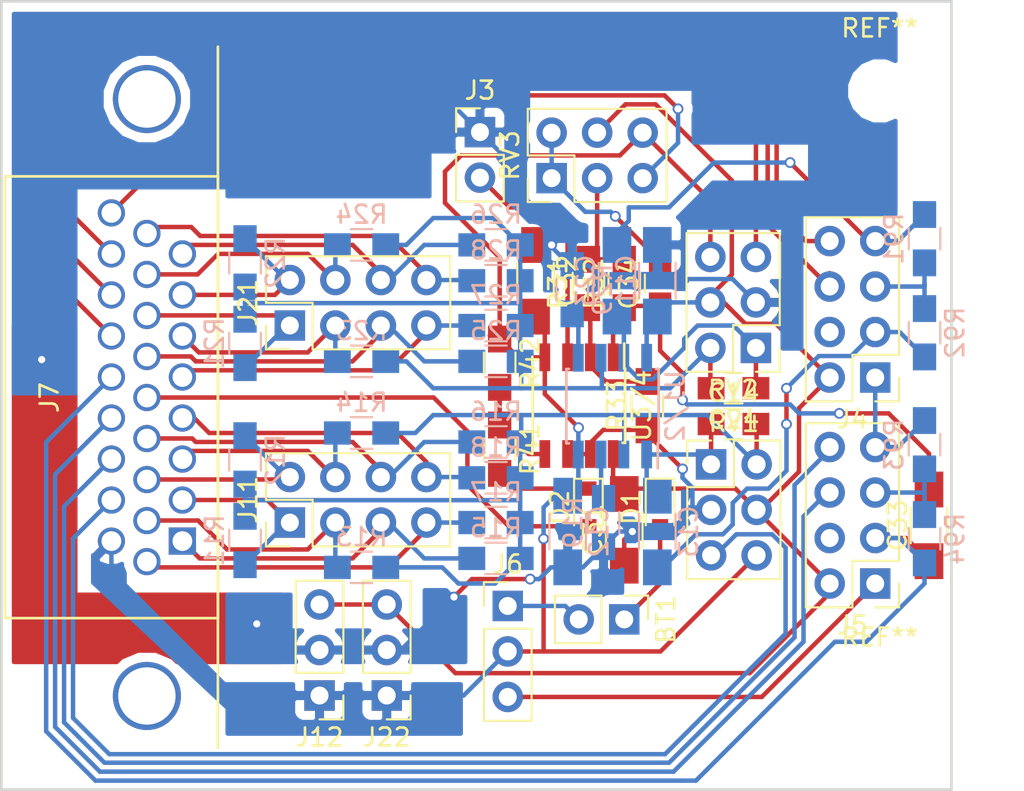
<source format=kicad_pcb>
(kicad_pcb (version 4) (host pcbnew 4.0.6)

  (general
    (links 133)
    (no_connects 0)
    (area 102.830999 86.904 160.034572 131.604001)
    (thickness 1.6)
    (drawings 4)
    (tracks 467)
    (zones 0)
    (modules 56)
    (nets 49)
  )

  (page A4)
  (layers
    (0 F.Cu signal)
    (31 B.Cu signal)
    (32 B.Adhes user)
    (33 F.Adhes user)
    (34 B.Paste user)
    (35 F.Paste user)
    (36 B.SilkS user)
    (37 F.SilkS user)
    (38 B.Mask user)
    (39 F.Mask user)
    (40 Dwgs.User user)
    (41 Cmts.User user)
    (42 Eco1.User user)
    (43 Eco2.User user)
    (44 Edge.Cuts user)
    (45 Margin user)
    (46 B.CrtYd user)
    (47 F.CrtYd user)
    (48 B.Fab user)
    (49 F.Fab user)
  )

  (setup
    (last_trace_width 0.25)
    (trace_clearance 0.2)
    (zone_clearance 0.508)
    (zone_45_only no)
    (trace_min 0.2)
    (segment_width 0.2)
    (edge_width 0.15)
    (via_size 0.6)
    (via_drill 0.4)
    (via_min_size 0.4)
    (via_min_drill 0.3)
    (uvia_size 0.3)
    (uvia_drill 0.1)
    (uvias_allowed no)
    (uvia_min_size 0.2)
    (uvia_min_drill 0.1)
    (pcb_text_width 0.3)
    (pcb_text_size 1.5 1.5)
    (mod_edge_width 0.15)
    (mod_text_size 1 1)
    (mod_text_width 0.15)
    (pad_size 1.524 1.524)
    (pad_drill 0.762)
    (pad_to_mask_clearance 0.2)
    (aux_axis_origin 0 0)
    (grid_origin 136.906 120.904)
    (visible_elements FFFFFFFF)
    (pcbplotparams
      (layerselection 0x00030_80000001)
      (usegerberextensions false)
      (excludeedgelayer true)
      (linewidth 0.100000)
      (plotframeref false)
      (viasonmask false)
      (mode 1)
      (useauxorigin false)
      (hpglpennumber 1)
      (hpglpenspeed 20)
      (hpglpendiameter 15)
      (hpglpenoverlay 2)
      (psnegative false)
      (psa4output false)
      (plotreference true)
      (plotvalue true)
      (plotinvisibletext false)
      (padsonsilk false)
      (subtractmaskfromsilk false)
      (outputformat 1)
      (mirror false)
      (drillshape 1)
      (scaleselection 1)
      (outputdirectory ""))
  )

  (net 0 "")
  (net 1 "Net-(BT1-Pad1)")
  (net 2 "Net-(BT1-Pad2)")
  (net 3 GND)
  (net 4 +9V)
  (net 5 -9VA)
  (net 6 "Net-(C13-Pad1)")
  (net 7 "Net-(C13-Pad2)")
  (net 8 "Net-(C14-Pad2)")
  (net 9 "Net-(C23-Pad1)")
  (net 10 "Net-(C23-Pad2)")
  (net 11 "Net-(C24-Pad2)")
  (net 12 "Net-(C33-Pad1)")
  (net 13 "Net-(C33-Pad2)")
  (net 14 "Net-(C34-Pad2)")
  (net 15 "Net-(D2-Pad2)")
  (net 16 "Net-(J3-Pad2)")
  (net 17 "Net-(J4-Pad1)")
  (net 18 "Net-(J4-Pad5)")
  (net 19 "Net-(J4-Pad6)")
  (net 20 "Net-(J4-Pad8)")
  (net 21 "Net-(J5-Pad1)")
  (net 22 "Net-(J5-Pad5)")
  (net 23 "Net-(J5-Pad6)")
  (net 24 "Net-(J5-Pad8)")
  (net 25 "Net-(J11-Pad1)")
  (net 26 "Net-(J11-Pad2)")
  (net 27 "Net-(J11-Pad3)")
  (net 28 "Net-(J11-Pad4)")
  (net 29 "Net-(J11-Pad5)")
  (net 30 "Net-(J11-Pad6)")
  (net 31 "Net-(J11-Pad7)")
  (net 32 "Net-(J11-Pad8)")
  (net 33 "Net-(J7-Pad9)")
  (net 34 "Net-(J21-Pad1)")
  (net 35 "Net-(J21-Pad2)")
  (net 36 "Net-(J21-Pad3)")
  (net 37 "Net-(J21-Pad4)")
  (net 38 "Net-(J21-Pad5)")
  (net 39 "Net-(J21-Pad6)")
  (net 40 "Net-(J21-Pad7)")
  (net 41 "Net-(J21-Pad8)")
  (net 42 "Net-(J7-Pad22)")
  (net 43 "Net-(J7-Pad23)")
  (net 44 "Net-(R19-Pad1)")
  (net 45 "Net-(R29-Pad1)")
  (net 46 "Net-(R31-Pad1)")
  (net 47 "Net-(R31-Pad2)")
  (net 48 "Net-(R41-Pad1)")

  (net_class Default "Dies ist die voreingestellte Netzklasse."
    (clearance 0.2)
    (trace_width 0.25)
    (via_dia 0.6)
    (via_drill 0.4)
    (uvia_dia 0.3)
    (uvia_drill 0.1)
    (add_net +9V)
    (add_net -9VA)
    (add_net GND)
    (add_net "Net-(BT1-Pad1)")
    (add_net "Net-(BT1-Pad2)")
    (add_net "Net-(C13-Pad1)")
    (add_net "Net-(C13-Pad2)")
    (add_net "Net-(C14-Pad2)")
    (add_net "Net-(C23-Pad1)")
    (add_net "Net-(C23-Pad2)")
    (add_net "Net-(C24-Pad2)")
    (add_net "Net-(C33-Pad1)")
    (add_net "Net-(C33-Pad2)")
    (add_net "Net-(C34-Pad2)")
    (add_net "Net-(D2-Pad2)")
    (add_net "Net-(J11-Pad1)")
    (add_net "Net-(J11-Pad2)")
    (add_net "Net-(J11-Pad3)")
    (add_net "Net-(J11-Pad4)")
    (add_net "Net-(J11-Pad5)")
    (add_net "Net-(J11-Pad6)")
    (add_net "Net-(J11-Pad7)")
    (add_net "Net-(J11-Pad8)")
    (add_net "Net-(J21-Pad1)")
    (add_net "Net-(J21-Pad2)")
    (add_net "Net-(J21-Pad3)")
    (add_net "Net-(J21-Pad4)")
    (add_net "Net-(J21-Pad5)")
    (add_net "Net-(J21-Pad6)")
    (add_net "Net-(J21-Pad7)")
    (add_net "Net-(J21-Pad8)")
    (add_net "Net-(J3-Pad2)")
    (add_net "Net-(J4-Pad1)")
    (add_net "Net-(J4-Pad5)")
    (add_net "Net-(J4-Pad6)")
    (add_net "Net-(J4-Pad8)")
    (add_net "Net-(J5-Pad1)")
    (add_net "Net-(J5-Pad5)")
    (add_net "Net-(J5-Pad6)")
    (add_net "Net-(J5-Pad8)")
    (add_net "Net-(J7-Pad22)")
    (add_net "Net-(J7-Pad23)")
    (add_net "Net-(J7-Pad9)")
    (add_net "Net-(R19-Pad1)")
    (add_net "Net-(R29-Pad1)")
    (add_net "Net-(R31-Pad1)")
    (add_net "Net-(R31-Pad2)")
    (add_net "Net-(R41-Pad1)")
  )

  (module Pin_Headers:Pin_Header_Straight_1x03_Pitch2.54mm (layer F.Cu) (tedit 58CD4EC1) (tstamp 58FB7643)
    (at 124.406 125.654 180)
    (descr "Through hole straight pin header, 1x03, 2.54mm pitch, single row")
    (tags "Through hole pin header THT 1x03 2.54mm single row")
    (path /58F0FDA9)
    (fp_text reference J22 (at 0 -2.33 180) (layer F.SilkS)
      (effects (font (size 1 1) (thickness 0.15)))
    )
    (fp_text value CONN_01X03 (at 0 7.41 180) (layer F.Fab)
      (effects (font (size 1 1) (thickness 0.15)))
    )
    (fp_line (start -1.27 -1.27) (end -1.27 6.35) (layer F.Fab) (width 0.1))
    (fp_line (start -1.27 6.35) (end 1.27 6.35) (layer F.Fab) (width 0.1))
    (fp_line (start 1.27 6.35) (end 1.27 -1.27) (layer F.Fab) (width 0.1))
    (fp_line (start 1.27 -1.27) (end -1.27 -1.27) (layer F.Fab) (width 0.1))
    (fp_line (start -1.33 1.27) (end -1.33 6.41) (layer F.SilkS) (width 0.12))
    (fp_line (start -1.33 6.41) (end 1.33 6.41) (layer F.SilkS) (width 0.12))
    (fp_line (start 1.33 6.41) (end 1.33 1.27) (layer F.SilkS) (width 0.12))
    (fp_line (start 1.33 1.27) (end -1.33 1.27) (layer F.SilkS) (width 0.12))
    (fp_line (start -1.33 0) (end -1.33 -1.33) (layer F.SilkS) (width 0.12))
    (fp_line (start -1.33 -1.33) (end 0 -1.33) (layer F.SilkS) (width 0.12))
    (fp_line (start -1.8 -1.8) (end -1.8 6.85) (layer F.CrtYd) (width 0.05))
    (fp_line (start -1.8 6.85) (end 1.8 6.85) (layer F.CrtYd) (width 0.05))
    (fp_line (start 1.8 6.85) (end 1.8 -1.8) (layer F.CrtYd) (width 0.05))
    (fp_line (start 1.8 -1.8) (end -1.8 -1.8) (layer F.CrtYd) (width 0.05))
    (fp_text user %R (at 0 -2.33 180) (layer F.Fab)
      (effects (font (size 1 1) (thickness 0.15)))
    )
    (pad 1 thru_hole rect (at 0 0 180) (size 1.7 1.7) (drill 1) (layers *.Cu *.Mask)
      (net 5 -9VA))
    (pad 2 thru_hole oval (at 0 2.54 180) (size 1.7 1.7) (drill 1) (layers *.Cu *.Mask)
      (net 3 GND))
    (pad 3 thru_hole oval (at 0 5.08 180) (size 1.7 1.7) (drill 1) (layers *.Cu *.Mask)
      (net 4 +9V))
    (model ${KISYS3DMOD}/Pin_Headers.3dshapes/Pin_Header_Straight_1x03_Pitch2.54mm.wrl
      (at (xyz 0 -0.1 0))
      (scale (xyz 1 1 1))
      (rotate (xyz 0 0 90))
    )
  )

  (module Pin_Headers:Pin_Header_Straight_2x04_Pitch2.54mm (layer F.Cu) (tedit 58CD4EC5) (tstamp 58FB75FA)
    (at 119 116 90)
    (descr "Through hole straight pin header, 2x04, 2.54mm pitch, double rows")
    (tags "Through hole pin header THT 2x04 2.54mm double row")
    (path /58F10D60)
    (fp_text reference J11 (at 1.27 -2.33 90) (layer F.SilkS)
      (effects (font (size 1 1) (thickness 0.15)))
    )
    (fp_text value CONN_02X04 (at 1.27 9.95 90) (layer F.Fab)
      (effects (font (size 1 1) (thickness 0.15)))
    )
    (fp_line (start -1.27 -1.27) (end -1.27 8.89) (layer F.Fab) (width 0.1))
    (fp_line (start -1.27 8.89) (end 3.81 8.89) (layer F.Fab) (width 0.1))
    (fp_line (start 3.81 8.89) (end 3.81 -1.27) (layer F.Fab) (width 0.1))
    (fp_line (start 3.81 -1.27) (end -1.27 -1.27) (layer F.Fab) (width 0.1))
    (fp_line (start -1.33 1.27) (end -1.33 8.95) (layer F.SilkS) (width 0.12))
    (fp_line (start -1.33 8.95) (end 3.87 8.95) (layer F.SilkS) (width 0.12))
    (fp_line (start 3.87 8.95) (end 3.87 -1.33) (layer F.SilkS) (width 0.12))
    (fp_line (start 3.87 -1.33) (end 1.27 -1.33) (layer F.SilkS) (width 0.12))
    (fp_line (start 1.27 -1.33) (end 1.27 1.27) (layer F.SilkS) (width 0.12))
    (fp_line (start 1.27 1.27) (end -1.33 1.27) (layer F.SilkS) (width 0.12))
    (fp_line (start -1.33 0) (end -1.33 -1.33) (layer F.SilkS) (width 0.12))
    (fp_line (start -1.33 -1.33) (end 0 -1.33) (layer F.SilkS) (width 0.12))
    (fp_line (start -1.8 -1.8) (end -1.8 9.4) (layer F.CrtYd) (width 0.05))
    (fp_line (start -1.8 9.4) (end 4.35 9.4) (layer F.CrtYd) (width 0.05))
    (fp_line (start 4.35 9.4) (end 4.35 -1.8) (layer F.CrtYd) (width 0.05))
    (fp_line (start 4.35 -1.8) (end -1.8 -1.8) (layer F.CrtYd) (width 0.05))
    (fp_text user %R (at 1.27 -2.33 90) (layer F.Fab)
      (effects (font (size 1 1) (thickness 0.15)))
    )
    (pad 1 thru_hole rect (at 0 0 90) (size 1.7 1.7) (drill 1) (layers *.Cu *.Mask)
      (net 25 "Net-(J11-Pad1)"))
    (pad 2 thru_hole oval (at 2.54 0 90) (size 1.7 1.7) (drill 1) (layers *.Cu *.Mask)
      (net 26 "Net-(J11-Pad2)"))
    (pad 3 thru_hole oval (at 0 2.54 90) (size 1.7 1.7) (drill 1) (layers *.Cu *.Mask)
      (net 27 "Net-(J11-Pad3)"))
    (pad 4 thru_hole oval (at 2.54 2.54 90) (size 1.7 1.7) (drill 1) (layers *.Cu *.Mask)
      (net 28 "Net-(J11-Pad4)"))
    (pad 5 thru_hole oval (at 0 5.08 90) (size 1.7 1.7) (drill 1) (layers *.Cu *.Mask)
      (net 29 "Net-(J11-Pad5)"))
    (pad 6 thru_hole oval (at 2.54 5.08 90) (size 1.7 1.7) (drill 1) (layers *.Cu *.Mask)
      (net 30 "Net-(J11-Pad6)"))
    (pad 7 thru_hole oval (at 0 7.62 90) (size 1.7 1.7) (drill 1) (layers *.Cu *.Mask)
      (net 31 "Net-(J11-Pad7)"))
    (pad 8 thru_hole oval (at 2.54 7.62 90) (size 1.7 1.7) (drill 1) (layers *.Cu *.Mask)
      (net 32 "Net-(J11-Pad8)"))
    (model ${KISYS3DMOD}/Pin_Headers.3dshapes/Pin_Header_Straight_2x04_Pitch2.54mm.wrl
      (at (xyz 0.05 -0.15 0))
      (scale (xyz 1 1 1))
      (rotate (xyz 0 0 90))
    )
  )

  (module Pin_Headers:Pin_Header_Straight_1x02_Pitch2.54mm (layer F.Cu) (tedit 58CD4EC1) (tstamp 58FB7472)
    (at 137.656 121.404 270)
    (descr "Through hole straight pin header, 1x02, 2.54mm pitch, single row")
    (tags "Through hole pin header THT 1x02 2.54mm single row")
    (path /58F4F6AC)
    (fp_text reference BT1 (at 0 -2.33 270) (layer F.SilkS)
      (effects (font (size 1 1) (thickness 0.15)))
    )
    (fp_text value Battery (at 0 4.87 270) (layer F.Fab)
      (effects (font (size 1 1) (thickness 0.15)))
    )
    (fp_line (start -1.27 -1.27) (end -1.27 3.81) (layer F.Fab) (width 0.1))
    (fp_line (start -1.27 3.81) (end 1.27 3.81) (layer F.Fab) (width 0.1))
    (fp_line (start 1.27 3.81) (end 1.27 -1.27) (layer F.Fab) (width 0.1))
    (fp_line (start 1.27 -1.27) (end -1.27 -1.27) (layer F.Fab) (width 0.1))
    (fp_line (start -1.33 1.27) (end -1.33 3.87) (layer F.SilkS) (width 0.12))
    (fp_line (start -1.33 3.87) (end 1.33 3.87) (layer F.SilkS) (width 0.12))
    (fp_line (start 1.33 3.87) (end 1.33 1.27) (layer F.SilkS) (width 0.12))
    (fp_line (start 1.33 1.27) (end -1.33 1.27) (layer F.SilkS) (width 0.12))
    (fp_line (start -1.33 0) (end -1.33 -1.33) (layer F.SilkS) (width 0.12))
    (fp_line (start -1.33 -1.33) (end 0 -1.33) (layer F.SilkS) (width 0.12))
    (fp_line (start -1.8 -1.8) (end -1.8 4.35) (layer F.CrtYd) (width 0.05))
    (fp_line (start -1.8 4.35) (end 1.8 4.35) (layer F.CrtYd) (width 0.05))
    (fp_line (start 1.8 4.35) (end 1.8 -1.8) (layer F.CrtYd) (width 0.05))
    (fp_line (start 1.8 -1.8) (end -1.8 -1.8) (layer F.CrtYd) (width 0.05))
    (fp_text user %R (at 0 -2.33 270) (layer F.Fab)
      (effects (font (size 1 1) (thickness 0.15)))
    )
    (pad 1 thru_hole rect (at 0 0 270) (size 1.7 1.7) (drill 1) (layers *.Cu *.Mask)
      (net 1 "Net-(BT1-Pad1)"))
    (pad 2 thru_hole oval (at 0 2.54 270) (size 1.7 1.7) (drill 1) (layers *.Cu *.Mask)
      (net 2 "Net-(BT1-Pad2)"))
    (model ${KISYS3DMOD}/Pin_Headers.3dshapes/Pin_Header_Straight_1x02_Pitch2.54mm.wrl
      (at (xyz 0 -0.05 0))
      (scale (xyz 1 1 1))
      (rotate (xyz 0 0 90))
    )
  )

  (module Capacitors_SMD:C_1206_HandSoldering (layer B.Cu) (tedit 58AA84D1) (tstamp 58FB7483)
    (at 139.5 102.5 270)
    (descr "Capacitor SMD 1206, hand soldering")
    (tags "capacitor 1206")
    (path /58F4170E)
    (attr smd)
    (fp_text reference C11 (at 0 1.75 270) (layer B.SilkS)
      (effects (font (size 1 1) (thickness 0.15)) (justify mirror))
    )
    (fp_text value C (at 0 -2 270) (layer B.Fab)
      (effects (font (size 1 1) (thickness 0.15)) (justify mirror))
    )
    (fp_text user %R (at 0 1.75 270) (layer B.Fab)
      (effects (font (size 1 1) (thickness 0.15)) (justify mirror))
    )
    (fp_line (start -1.6 -0.8) (end -1.6 0.8) (layer B.Fab) (width 0.1))
    (fp_line (start 1.6 -0.8) (end -1.6 -0.8) (layer B.Fab) (width 0.1))
    (fp_line (start 1.6 0.8) (end 1.6 -0.8) (layer B.Fab) (width 0.1))
    (fp_line (start -1.6 0.8) (end 1.6 0.8) (layer B.Fab) (width 0.1))
    (fp_line (start 1 1.02) (end -1 1.02) (layer B.SilkS) (width 0.12))
    (fp_line (start -1 -1.02) (end 1 -1.02) (layer B.SilkS) (width 0.12))
    (fp_line (start -3.25 1.05) (end 3.25 1.05) (layer B.CrtYd) (width 0.05))
    (fp_line (start -3.25 1.05) (end -3.25 -1.05) (layer B.CrtYd) (width 0.05))
    (fp_line (start 3.25 -1.05) (end 3.25 1.05) (layer B.CrtYd) (width 0.05))
    (fp_line (start 3.25 -1.05) (end -3.25 -1.05) (layer B.CrtYd) (width 0.05))
    (pad 1 smd rect (at -2 0 270) (size 2 1.6) (layers B.Cu B.Paste B.Mask)
      (net 3 GND))
    (pad 2 smd rect (at 2 0 270) (size 2 1.6) (layers B.Cu B.Paste B.Mask)
      (net 4 +9V))
    (model Capacitors_SMD.3dshapes/C_1206.wrl
      (at (xyz 0 0 0))
      (scale (xyz 1 1 1))
      (rotate (xyz 0 0 0))
    )
  )

  (module Capacitors_SMD:C_1206_HandSoldering (layer B.Cu) (tedit 58AA84D1) (tstamp 58FB7494)
    (at 134.5 116.5 90)
    (descr "Capacitor SMD 1206, hand soldering")
    (tags "capacitor 1206")
    (path /58F4118E)
    (attr smd)
    (fp_text reference C12 (at 0 1.75 90) (layer B.SilkS)
      (effects (font (size 1 1) (thickness 0.15)) (justify mirror))
    )
    (fp_text value C (at 0 -2 90) (layer B.Fab)
      (effects (font (size 1 1) (thickness 0.15)) (justify mirror))
    )
    (fp_text user %R (at 0 1.75 90) (layer B.Fab)
      (effects (font (size 1 1) (thickness 0.15)) (justify mirror))
    )
    (fp_line (start -1.6 -0.8) (end -1.6 0.8) (layer B.Fab) (width 0.1))
    (fp_line (start 1.6 -0.8) (end -1.6 -0.8) (layer B.Fab) (width 0.1))
    (fp_line (start 1.6 0.8) (end 1.6 -0.8) (layer B.Fab) (width 0.1))
    (fp_line (start -1.6 0.8) (end 1.6 0.8) (layer B.Fab) (width 0.1))
    (fp_line (start 1 1.02) (end -1 1.02) (layer B.SilkS) (width 0.12))
    (fp_line (start -1 -1.02) (end 1 -1.02) (layer B.SilkS) (width 0.12))
    (fp_line (start -3.25 1.05) (end 3.25 1.05) (layer B.CrtYd) (width 0.05))
    (fp_line (start -3.25 1.05) (end -3.25 -1.05) (layer B.CrtYd) (width 0.05))
    (fp_line (start 3.25 -1.05) (end 3.25 1.05) (layer B.CrtYd) (width 0.05))
    (fp_line (start 3.25 -1.05) (end -3.25 -1.05) (layer B.CrtYd) (width 0.05))
    (pad 1 smd rect (at -2 0 90) (size 2 1.6) (layers B.Cu B.Paste B.Mask)
      (net 3 GND))
    (pad 2 smd rect (at 2 0 90) (size 2 1.6) (layers B.Cu B.Paste B.Mask)
      (net 5 -9VA))
    (model Capacitors_SMD.3dshapes/C_1206.wrl
      (at (xyz 0 0 0))
      (scale (xyz 1 1 1))
      (rotate (xyz 0 0 0))
    )
  )

  (module Capacitors_SMD:C_1206_HandSoldering (layer B.Cu) (tedit 58AA84D1) (tstamp 58FB74A5)
    (at 139.5 116.5 90)
    (descr "Capacitor SMD 1206, hand soldering")
    (tags "capacitor 1206")
    (path /58F41B84)
    (attr smd)
    (fp_text reference C13 (at 0 1.75 90) (layer B.SilkS)
      (effects (font (size 1 1) (thickness 0.15)) (justify mirror))
    )
    (fp_text value C (at 0 -2 90) (layer B.Fab)
      (effects (font (size 1 1) (thickness 0.15)) (justify mirror))
    )
    (fp_text user %R (at 0 1.75 90) (layer B.Fab)
      (effects (font (size 1 1) (thickness 0.15)) (justify mirror))
    )
    (fp_line (start -1.6 -0.8) (end -1.6 0.8) (layer B.Fab) (width 0.1))
    (fp_line (start 1.6 -0.8) (end -1.6 -0.8) (layer B.Fab) (width 0.1))
    (fp_line (start 1.6 0.8) (end 1.6 -0.8) (layer B.Fab) (width 0.1))
    (fp_line (start -1.6 0.8) (end 1.6 0.8) (layer B.Fab) (width 0.1))
    (fp_line (start 1 1.02) (end -1 1.02) (layer B.SilkS) (width 0.12))
    (fp_line (start -1 -1.02) (end 1 -1.02) (layer B.SilkS) (width 0.12))
    (fp_line (start -3.25 1.05) (end 3.25 1.05) (layer B.CrtYd) (width 0.05))
    (fp_line (start -3.25 1.05) (end -3.25 -1.05) (layer B.CrtYd) (width 0.05))
    (fp_line (start 3.25 -1.05) (end 3.25 1.05) (layer B.CrtYd) (width 0.05))
    (fp_line (start 3.25 -1.05) (end -3.25 -1.05) (layer B.CrtYd) (width 0.05))
    (pad 1 smd rect (at -2 0 90) (size 2 1.6) (layers B.Cu B.Paste B.Mask)
      (net 6 "Net-(C13-Pad1)"))
    (pad 2 smd rect (at 2 0 90) (size 2 1.6) (layers B.Cu B.Paste B.Mask)
      (net 7 "Net-(C13-Pad2)"))
    (model Capacitors_SMD.3dshapes/C_1206.wrl
      (at (xyz 0 0 0))
      (scale (xyz 1 1 1))
      (rotate (xyz 0 0 0))
    )
  )

  (module Capacitors_SMD:C_0805_HandSoldering (layer F.Cu) (tedit 58AA84A8) (tstamp 58FB74B6)
    (at 143.75 110.5)
    (descr "Capacitor SMD 0805, hand soldering")
    (tags "capacitor 0805")
    (path /58F43233)
    (attr smd)
    (fp_text reference C14 (at 0 -1.75) (layer F.SilkS)
      (effects (font (size 1 1) (thickness 0.15)))
    )
    (fp_text value C (at 0 1.75) (layer F.Fab)
      (effects (font (size 1 1) (thickness 0.15)))
    )
    (fp_text user %R (at 0 -1.75) (layer F.Fab)
      (effects (font (size 1 1) (thickness 0.15)))
    )
    (fp_line (start -1 0.62) (end -1 -0.62) (layer F.Fab) (width 0.1))
    (fp_line (start 1 0.62) (end -1 0.62) (layer F.Fab) (width 0.1))
    (fp_line (start 1 -0.62) (end 1 0.62) (layer F.Fab) (width 0.1))
    (fp_line (start -1 -0.62) (end 1 -0.62) (layer F.Fab) (width 0.1))
    (fp_line (start 0.5 -0.85) (end -0.5 -0.85) (layer F.SilkS) (width 0.12))
    (fp_line (start -0.5 0.85) (end 0.5 0.85) (layer F.SilkS) (width 0.12))
    (fp_line (start -2.25 -0.88) (end 2.25 -0.88) (layer F.CrtYd) (width 0.05))
    (fp_line (start -2.25 -0.88) (end -2.25 0.87) (layer F.CrtYd) (width 0.05))
    (fp_line (start 2.25 0.87) (end 2.25 -0.88) (layer F.CrtYd) (width 0.05))
    (fp_line (start 2.25 0.87) (end -2.25 0.87) (layer F.CrtYd) (width 0.05))
    (pad 1 smd rect (at -1.25 0) (size 1.5 1.25) (layers F.Cu F.Paste F.Mask)
      (net 7 "Net-(C13-Pad2)"))
    (pad 2 smd rect (at 1.25 0) (size 1.5 1.25) (layers F.Cu F.Paste F.Mask)
      (net 8 "Net-(C14-Pad2)"))
    (model Capacitors_SMD.3dshapes/C_0805.wrl
      (at (xyz 0 0 0))
      (scale (xyz 1 1 1))
      (rotate (xyz 0 0 0))
    )
  )

  (module Capacitors_SMD:C_1206_HandSoldering (layer B.Cu) (tedit 58AA84D1) (tstamp 58FB74C7)
    (at 137.25 102.5 270)
    (descr "Capacitor SMD 1206, hand soldering")
    (tags "capacitor 1206")
    (path /58F4704A)
    (attr smd)
    (fp_text reference C23 (at 0 1.75 270) (layer B.SilkS)
      (effects (font (size 1 1) (thickness 0.15)) (justify mirror))
    )
    (fp_text value C (at 0 -2 270) (layer B.Fab)
      (effects (font (size 1 1) (thickness 0.15)) (justify mirror))
    )
    (fp_text user %R (at 0 1.75 270) (layer B.Fab)
      (effects (font (size 1 1) (thickness 0.15)) (justify mirror))
    )
    (fp_line (start -1.6 -0.8) (end -1.6 0.8) (layer B.Fab) (width 0.1))
    (fp_line (start 1.6 -0.8) (end -1.6 -0.8) (layer B.Fab) (width 0.1))
    (fp_line (start 1.6 0.8) (end 1.6 -0.8) (layer B.Fab) (width 0.1))
    (fp_line (start -1.6 0.8) (end 1.6 0.8) (layer B.Fab) (width 0.1))
    (fp_line (start 1 1.02) (end -1 1.02) (layer B.SilkS) (width 0.12))
    (fp_line (start -1 -1.02) (end 1 -1.02) (layer B.SilkS) (width 0.12))
    (fp_line (start -3.25 1.05) (end 3.25 1.05) (layer B.CrtYd) (width 0.05))
    (fp_line (start -3.25 1.05) (end -3.25 -1.05) (layer B.CrtYd) (width 0.05))
    (fp_line (start 3.25 -1.05) (end 3.25 1.05) (layer B.CrtYd) (width 0.05))
    (fp_line (start 3.25 -1.05) (end -3.25 -1.05) (layer B.CrtYd) (width 0.05))
    (pad 1 smd rect (at -2 0 270) (size 2 1.6) (layers B.Cu B.Paste B.Mask)
      (net 9 "Net-(C23-Pad1)"))
    (pad 2 smd rect (at 2 0 270) (size 2 1.6) (layers B.Cu B.Paste B.Mask)
      (net 10 "Net-(C23-Pad2)"))
    (model Capacitors_SMD.3dshapes/C_1206.wrl
      (at (xyz 0 0 0))
      (scale (xyz 1 1 1))
      (rotate (xyz 0 0 0))
    )
  )

  (module Capacitors_SMD:C_0805_HandSoldering (layer F.Cu) (tedit 58AA84A8) (tstamp 58FB74D8)
    (at 143.75 108.5 180)
    (descr "Capacitor SMD 0805, hand soldering")
    (tags "capacitor 0805")
    (path /58F47063)
    (attr smd)
    (fp_text reference C24 (at 0 -1.75 180) (layer F.SilkS)
      (effects (font (size 1 1) (thickness 0.15)))
    )
    (fp_text value C (at 0 1.75 180) (layer F.Fab)
      (effects (font (size 1 1) (thickness 0.15)))
    )
    (fp_text user %R (at 0 -1.75 180) (layer F.Fab)
      (effects (font (size 1 1) (thickness 0.15)))
    )
    (fp_line (start -1 0.62) (end -1 -0.62) (layer F.Fab) (width 0.1))
    (fp_line (start 1 0.62) (end -1 0.62) (layer F.Fab) (width 0.1))
    (fp_line (start 1 -0.62) (end 1 0.62) (layer F.Fab) (width 0.1))
    (fp_line (start -1 -0.62) (end 1 -0.62) (layer F.Fab) (width 0.1))
    (fp_line (start 0.5 -0.85) (end -0.5 -0.85) (layer F.SilkS) (width 0.12))
    (fp_line (start -0.5 0.85) (end 0.5 0.85) (layer F.SilkS) (width 0.12))
    (fp_line (start -2.25 -0.88) (end 2.25 -0.88) (layer F.CrtYd) (width 0.05))
    (fp_line (start -2.25 -0.88) (end -2.25 0.87) (layer F.CrtYd) (width 0.05))
    (fp_line (start 2.25 0.87) (end 2.25 -0.88) (layer F.CrtYd) (width 0.05))
    (fp_line (start 2.25 0.87) (end -2.25 0.87) (layer F.CrtYd) (width 0.05))
    (pad 1 smd rect (at -1.25 0 180) (size 1.5 1.25) (layers F.Cu F.Paste F.Mask)
      (net 10 "Net-(C23-Pad2)"))
    (pad 2 smd rect (at 1.25 0 180) (size 1.5 1.25) (layers F.Cu F.Paste F.Mask)
      (net 11 "Net-(C24-Pad2)"))
    (model Capacitors_SMD.3dshapes/C_0805.wrl
      (at (xyz 0 0 0))
      (scale (xyz 1 1 1))
      (rotate (xyz 0 0 0))
    )
  )

  (module Capacitors_SMD:C_1206_HandSoldering (layer F.Cu) (tedit 58AA84D1) (tstamp 58FB74E9)
    (at 137.656 116.404 90)
    (descr "Capacitor SMD 1206, hand soldering")
    (tags "capacitor 1206")
    (path /58F71446)
    (attr smd)
    (fp_text reference C31 (at 0 -1.75 90) (layer F.SilkS)
      (effects (font (size 1 1) (thickness 0.15)))
    )
    (fp_text value C (at 0 2 90) (layer F.Fab)
      (effects (font (size 1 1) (thickness 0.15)))
    )
    (fp_text user %R (at 0 -1.75 90) (layer F.Fab)
      (effects (font (size 1 1) (thickness 0.15)))
    )
    (fp_line (start -1.6 0.8) (end -1.6 -0.8) (layer F.Fab) (width 0.1))
    (fp_line (start 1.6 0.8) (end -1.6 0.8) (layer F.Fab) (width 0.1))
    (fp_line (start 1.6 -0.8) (end 1.6 0.8) (layer F.Fab) (width 0.1))
    (fp_line (start -1.6 -0.8) (end 1.6 -0.8) (layer F.Fab) (width 0.1))
    (fp_line (start 1 -1.02) (end -1 -1.02) (layer F.SilkS) (width 0.12))
    (fp_line (start -1 1.02) (end 1 1.02) (layer F.SilkS) (width 0.12))
    (fp_line (start -3.25 -1.05) (end 3.25 -1.05) (layer F.CrtYd) (width 0.05))
    (fp_line (start -3.25 -1.05) (end -3.25 1.05) (layer F.CrtYd) (width 0.05))
    (fp_line (start 3.25 1.05) (end 3.25 -1.05) (layer F.CrtYd) (width 0.05))
    (fp_line (start 3.25 1.05) (end -3.25 1.05) (layer F.CrtYd) (width 0.05))
    (pad 1 smd rect (at -2 0 90) (size 2 1.6) (layers F.Cu F.Paste F.Mask)
      (net 3 GND))
    (pad 2 smd rect (at 2 0 90) (size 2 1.6) (layers F.Cu F.Paste F.Mask)
      (net 4 +9V))
    (model Capacitors_SMD.3dshapes/C_1206.wrl
      (at (xyz 0 0 0))
      (scale (xyz 1 1 1))
      (rotate (xyz 0 0 0))
    )
  )

  (module Capacitors_SMD:C_1206_HandSoldering (layer F.Cu) (tedit 58AA84D1) (tstamp 58FB74FA)
    (at 132.706 102.504 270)
    (descr "Capacitor SMD 1206, hand soldering")
    (tags "capacitor 1206")
    (path /58F71683)
    (attr smd)
    (fp_text reference C32 (at 0 -1.75 270) (layer F.SilkS)
      (effects (font (size 1 1) (thickness 0.15)))
    )
    (fp_text value C (at 0 2 270) (layer F.Fab)
      (effects (font (size 1 1) (thickness 0.15)))
    )
    (fp_text user %R (at 0 -1.75 270) (layer F.Fab)
      (effects (font (size 1 1) (thickness 0.15)))
    )
    (fp_line (start -1.6 0.8) (end -1.6 -0.8) (layer F.Fab) (width 0.1))
    (fp_line (start 1.6 0.8) (end -1.6 0.8) (layer F.Fab) (width 0.1))
    (fp_line (start 1.6 -0.8) (end 1.6 0.8) (layer F.Fab) (width 0.1))
    (fp_line (start -1.6 -0.8) (end 1.6 -0.8) (layer F.Fab) (width 0.1))
    (fp_line (start 1 -1.02) (end -1 -1.02) (layer F.SilkS) (width 0.12))
    (fp_line (start -1 1.02) (end 1 1.02) (layer F.SilkS) (width 0.12))
    (fp_line (start -3.25 -1.05) (end 3.25 -1.05) (layer F.CrtYd) (width 0.05))
    (fp_line (start -3.25 -1.05) (end -3.25 1.05) (layer F.CrtYd) (width 0.05))
    (fp_line (start 3.25 1.05) (end 3.25 -1.05) (layer F.CrtYd) (width 0.05))
    (fp_line (start 3.25 1.05) (end -3.25 1.05) (layer F.CrtYd) (width 0.05))
    (pad 1 smd rect (at -2 0 270) (size 2 1.6) (layers F.Cu F.Paste F.Mask)
      (net 3 GND))
    (pad 2 smd rect (at 2 0 270) (size 2 1.6) (layers F.Cu F.Paste F.Mask)
      (net 5 -9VA))
    (model Capacitors_SMD.3dshapes/C_1206.wrl
      (at (xyz 0 0 0))
      (scale (xyz 1 1 1))
      (rotate (xyz 0 0 0))
    )
  )

  (module Capacitors_SMD:C_1206_HandSoldering (layer F.Cu) (tedit 58AA84D1) (tstamp 58FB750B)
    (at 154.656 116.154 90)
    (descr "Capacitor SMD 1206, hand soldering")
    (tags "capacitor 1206")
    (path /58F6DA2F)
    (attr smd)
    (fp_text reference C33 (at 0 -1.75 90) (layer F.SilkS)
      (effects (font (size 1 1) (thickness 0.15)))
    )
    (fp_text value C (at 0 2 90) (layer F.Fab)
      (effects (font (size 1 1) (thickness 0.15)))
    )
    (fp_text user %R (at 0 -1.75 90) (layer F.Fab)
      (effects (font (size 1 1) (thickness 0.15)))
    )
    (fp_line (start -1.6 0.8) (end -1.6 -0.8) (layer F.Fab) (width 0.1))
    (fp_line (start 1.6 0.8) (end -1.6 0.8) (layer F.Fab) (width 0.1))
    (fp_line (start 1.6 -0.8) (end 1.6 0.8) (layer F.Fab) (width 0.1))
    (fp_line (start -1.6 -0.8) (end 1.6 -0.8) (layer F.Fab) (width 0.1))
    (fp_line (start 1 -1.02) (end -1 -1.02) (layer F.SilkS) (width 0.12))
    (fp_line (start -1 1.02) (end 1 1.02) (layer F.SilkS) (width 0.12))
    (fp_line (start -3.25 -1.05) (end 3.25 -1.05) (layer F.CrtYd) (width 0.05))
    (fp_line (start -3.25 -1.05) (end -3.25 1.05) (layer F.CrtYd) (width 0.05))
    (fp_line (start 3.25 1.05) (end 3.25 -1.05) (layer F.CrtYd) (width 0.05))
    (fp_line (start 3.25 1.05) (end -3.25 1.05) (layer F.CrtYd) (width 0.05))
    (pad 1 smd rect (at -2 0 90) (size 2 1.6) (layers F.Cu F.Paste F.Mask)
      (net 12 "Net-(C33-Pad1)"))
    (pad 2 smd rect (at 2 0 90) (size 2 1.6) (layers F.Cu F.Paste F.Mask)
      (net 13 "Net-(C33-Pad2)"))
    (model Capacitors_SMD.3dshapes/C_1206.wrl
      (at (xyz 0 0 0))
      (scale (xyz 1 1 1))
      (rotate (xyz 0 0 0))
    )
  )

  (module Capacitors_SMD:C_0805_HandSoldering (layer F.Cu) (tedit 58AA84A8) (tstamp 58FB751C)
    (at 139.656 102.654 90)
    (descr "Capacitor SMD 0805, hand soldering")
    (tags "capacitor 0805")
    (path /58F795A8)
    (attr smd)
    (fp_text reference C34 (at 0 -1.75 90) (layer F.SilkS)
      (effects (font (size 1 1) (thickness 0.15)))
    )
    (fp_text value C (at 0 1.75 90) (layer F.Fab)
      (effects (font (size 1 1) (thickness 0.15)))
    )
    (fp_text user %R (at 0 -1.75 90) (layer F.Fab)
      (effects (font (size 1 1) (thickness 0.15)))
    )
    (fp_line (start -1 0.62) (end -1 -0.62) (layer F.Fab) (width 0.1))
    (fp_line (start 1 0.62) (end -1 0.62) (layer F.Fab) (width 0.1))
    (fp_line (start 1 -0.62) (end 1 0.62) (layer F.Fab) (width 0.1))
    (fp_line (start -1 -0.62) (end 1 -0.62) (layer F.Fab) (width 0.1))
    (fp_line (start 0.5 -0.85) (end -0.5 -0.85) (layer F.SilkS) (width 0.12))
    (fp_line (start -0.5 0.85) (end 0.5 0.85) (layer F.SilkS) (width 0.12))
    (fp_line (start -2.25 -0.88) (end 2.25 -0.88) (layer F.CrtYd) (width 0.05))
    (fp_line (start -2.25 -0.88) (end -2.25 0.87) (layer F.CrtYd) (width 0.05))
    (fp_line (start 2.25 0.87) (end 2.25 -0.88) (layer F.CrtYd) (width 0.05))
    (fp_line (start 2.25 0.87) (end -2.25 0.87) (layer F.CrtYd) (width 0.05))
    (pad 1 smd rect (at -1.25 0 90) (size 1.5 1.25) (layers F.Cu F.Paste F.Mask)
      (net 13 "Net-(C33-Pad2)"))
    (pad 2 smd rect (at 1.25 0 90) (size 1.5 1.25) (layers F.Cu F.Paste F.Mask)
      (net 14 "Net-(C34-Pad2)"))
    (model Capacitors_SMD.3dshapes/C_0805.wrl
      (at (xyz 0 0 0))
      (scale (xyz 1 1 1))
      (rotate (xyz 0 0 0))
    )
  )

  (module Diodes_SMD:D_0805 (layer F.Cu) (tedit 586A4032) (tstamp 58FB7533)
    (at 139.656 115.154 270)
    (descr "Diode SMD in 0805 package")
    (tags "smd diode")
    (path /58F709B6)
    (attr smd)
    (fp_text reference D1 (at 0 1.6 270) (layer F.SilkS)
      (effects (font (size 1 1) (thickness 0.15)))
    )
    (fp_text value D (at 0 -1.6 270) (layer F.Fab)
      (effects (font (size 1 1) (thickness 0.15)))
    )
    (fp_line (start -1.6 -0.8) (end -1.6 0.8) (layer F.SilkS) (width 0.12))
    (fp_line (start -1.7 0.88) (end -1.7 -0.88) (layer F.CrtYd) (width 0.05))
    (fp_line (start 1.7 0.88) (end -1.7 0.88) (layer F.CrtYd) (width 0.05))
    (fp_line (start 1.7 -0.88) (end 1.7 0.88) (layer F.CrtYd) (width 0.05))
    (fp_line (start -1.7 -0.88) (end 1.7 -0.88) (layer F.CrtYd) (width 0.05))
    (fp_line (start 0.2 0) (end 0.4 0) (layer F.Fab) (width 0.1))
    (fp_line (start -0.1 0) (end -0.3 0) (layer F.Fab) (width 0.1))
    (fp_line (start -0.1 -0.2) (end -0.1 0.2) (layer F.Fab) (width 0.1))
    (fp_line (start 0.2 0.2) (end 0.2 -0.2) (layer F.Fab) (width 0.1))
    (fp_line (start -0.1 0) (end 0.2 0.2) (layer F.Fab) (width 0.1))
    (fp_line (start 0.2 -0.2) (end -0.1 0) (layer F.Fab) (width 0.1))
    (fp_line (start -1 0.625) (end -1 -0.625) (layer F.Fab) (width 0.1))
    (fp_line (start 1 0.625) (end -1 0.625) (layer F.Fab) (width 0.1))
    (fp_line (start 1 -0.625) (end 1 0.625) (layer F.Fab) (width 0.1))
    (fp_line (start -1 -0.625) (end 1 -0.625) (layer F.Fab) (width 0.1))
    (fp_line (start -1.6 0.8) (end 1 0.8) (layer F.SilkS) (width 0.12))
    (fp_line (start -1.6 -0.8) (end 1 -0.8) (layer F.SilkS) (width 0.12))
    (pad 1 smd rect (at -1.05 0 270) (size 0.8 0.9) (layers F.Cu F.Paste F.Mask)
      (net 4 +9V))
    (pad 2 smd rect (at 1.05 0 270) (size 0.8 0.9) (layers F.Cu F.Paste F.Mask)
      (net 1 "Net-(BT1-Pad1)"))
  )

  (module Diodes_SMD:D_0805 (layer F.Cu) (tedit 586A4032) (tstamp 58FB754A)
    (at 135.656 115.154 270)
    (descr "Diode SMD in 0805 package")
    (tags "smd diode")
    (path /58F6F1E2)
    (attr smd)
    (fp_text reference D2 (at 0 1.6 270) (layer F.SilkS)
      (effects (font (size 1 1) (thickness 0.15)))
    )
    (fp_text value D (at 0 -1.6 270) (layer F.Fab)
      (effects (font (size 1 1) (thickness 0.15)))
    )
    (fp_line (start -1.6 -0.8) (end -1.6 0.8) (layer F.SilkS) (width 0.12))
    (fp_line (start -1.7 0.88) (end -1.7 -0.88) (layer F.CrtYd) (width 0.05))
    (fp_line (start 1.7 0.88) (end -1.7 0.88) (layer F.CrtYd) (width 0.05))
    (fp_line (start 1.7 -0.88) (end 1.7 0.88) (layer F.CrtYd) (width 0.05))
    (fp_line (start -1.7 -0.88) (end 1.7 -0.88) (layer F.CrtYd) (width 0.05))
    (fp_line (start 0.2 0) (end 0.4 0) (layer F.Fab) (width 0.1))
    (fp_line (start -0.1 0) (end -0.3 0) (layer F.Fab) (width 0.1))
    (fp_line (start -0.1 -0.2) (end -0.1 0.2) (layer F.Fab) (width 0.1))
    (fp_line (start 0.2 0.2) (end 0.2 -0.2) (layer F.Fab) (width 0.1))
    (fp_line (start -0.1 0) (end 0.2 0.2) (layer F.Fab) (width 0.1))
    (fp_line (start 0.2 -0.2) (end -0.1 0) (layer F.Fab) (width 0.1))
    (fp_line (start -1 0.625) (end -1 -0.625) (layer F.Fab) (width 0.1))
    (fp_line (start 1 0.625) (end -1 0.625) (layer F.Fab) (width 0.1))
    (fp_line (start 1 -0.625) (end 1 0.625) (layer F.Fab) (width 0.1))
    (fp_line (start -1 -0.625) (end 1 -0.625) (layer F.Fab) (width 0.1))
    (fp_line (start -1.6 0.8) (end 1 0.8) (layer F.SilkS) (width 0.12))
    (fp_line (start -1.6 -0.8) (end 1 -0.8) (layer F.SilkS) (width 0.12))
    (pad 1 smd rect (at -1.05 0 270) (size 0.8 0.9) (layers F.Cu F.Paste F.Mask)
      (net 4 +9V))
    (pad 2 smd rect (at 1.05 0 270) (size 0.8 0.9) (layers F.Cu F.Paste F.Mask)
      (net 15 "Net-(D2-Pad2)"))
  )

  (module Pin_Headers:Pin_Header_Straight_1x02_Pitch2.54mm (layer F.Cu) (tedit 58CD4EC1) (tstamp 58FB755F)
    (at 129.606 94.204)
    (descr "Through hole straight pin header, 1x02, 2.54mm pitch, single row")
    (tags "Through hole pin header THT 1x02 2.54mm single row")
    (path /58F757B8)
    (fp_text reference J3 (at 0 -2.33) (layer F.SilkS)
      (effects (font (size 1 1) (thickness 0.15)))
    )
    (fp_text value CONN_01X02 (at 0 4.87) (layer F.Fab)
      (effects (font (size 1 1) (thickness 0.15)))
    )
    (fp_line (start -1.27 -1.27) (end -1.27 3.81) (layer F.Fab) (width 0.1))
    (fp_line (start -1.27 3.81) (end 1.27 3.81) (layer F.Fab) (width 0.1))
    (fp_line (start 1.27 3.81) (end 1.27 -1.27) (layer F.Fab) (width 0.1))
    (fp_line (start 1.27 -1.27) (end -1.27 -1.27) (layer F.Fab) (width 0.1))
    (fp_line (start -1.33 1.27) (end -1.33 3.87) (layer F.SilkS) (width 0.12))
    (fp_line (start -1.33 3.87) (end 1.33 3.87) (layer F.SilkS) (width 0.12))
    (fp_line (start 1.33 3.87) (end 1.33 1.27) (layer F.SilkS) (width 0.12))
    (fp_line (start 1.33 1.27) (end -1.33 1.27) (layer F.SilkS) (width 0.12))
    (fp_line (start -1.33 0) (end -1.33 -1.33) (layer F.SilkS) (width 0.12))
    (fp_line (start -1.33 -1.33) (end 0 -1.33) (layer F.SilkS) (width 0.12))
    (fp_line (start -1.8 -1.8) (end -1.8 4.35) (layer F.CrtYd) (width 0.05))
    (fp_line (start -1.8 4.35) (end 1.8 4.35) (layer F.CrtYd) (width 0.05))
    (fp_line (start 1.8 4.35) (end 1.8 -1.8) (layer F.CrtYd) (width 0.05))
    (fp_line (start 1.8 -1.8) (end -1.8 -1.8) (layer F.CrtYd) (width 0.05))
    (fp_text user %R (at 0 -2.33) (layer F.Fab)
      (effects (font (size 1 1) (thickness 0.15)))
    )
    (pad 1 thru_hole rect (at 0 0) (size 1.7 1.7) (drill 1) (layers *.Cu *.Mask)
      (net 3 GND))
    (pad 2 thru_hole oval (at 0 2.54) (size 1.7 1.7) (drill 1) (layers *.Cu *.Mask)
      (net 16 "Net-(J3-Pad2)"))
    (model ${KISYS3DMOD}/Pin_Headers.3dshapes/Pin_Header_Straight_1x02_Pitch2.54mm.wrl
      (at (xyz 0 -0.05 0))
      (scale (xyz 1 1 1))
      (rotate (xyz 0 0 90))
    )
  )

  (module Pin_Headers:Pin_Header_Straight_2x04_Pitch2.54mm (layer F.Cu) (tedit 58CD4EC5) (tstamp 58FB757C)
    (at 151.656 107.904 180)
    (descr "Through hole straight pin header, 2x04, 2.54mm pitch, double rows")
    (tags "Through hole pin header THT 2x04 2.54mm double row")
    (path /58F561EB)
    (fp_text reference J4 (at 1.27 -2.33 180) (layer F.SilkS)
      (effects (font (size 1 1) (thickness 0.15)))
    )
    (fp_text value CONN_02X04 (at 1.27 9.95 180) (layer F.Fab)
      (effects (font (size 1 1) (thickness 0.15)))
    )
    (fp_line (start -1.27 -1.27) (end -1.27 8.89) (layer F.Fab) (width 0.1))
    (fp_line (start -1.27 8.89) (end 3.81 8.89) (layer F.Fab) (width 0.1))
    (fp_line (start 3.81 8.89) (end 3.81 -1.27) (layer F.Fab) (width 0.1))
    (fp_line (start 3.81 -1.27) (end -1.27 -1.27) (layer F.Fab) (width 0.1))
    (fp_line (start -1.33 1.27) (end -1.33 8.95) (layer F.SilkS) (width 0.12))
    (fp_line (start -1.33 8.95) (end 3.87 8.95) (layer F.SilkS) (width 0.12))
    (fp_line (start 3.87 8.95) (end 3.87 -1.33) (layer F.SilkS) (width 0.12))
    (fp_line (start 3.87 -1.33) (end 1.27 -1.33) (layer F.SilkS) (width 0.12))
    (fp_line (start 1.27 -1.33) (end 1.27 1.27) (layer F.SilkS) (width 0.12))
    (fp_line (start 1.27 1.27) (end -1.33 1.27) (layer F.SilkS) (width 0.12))
    (fp_line (start -1.33 0) (end -1.33 -1.33) (layer F.SilkS) (width 0.12))
    (fp_line (start -1.33 -1.33) (end 0 -1.33) (layer F.SilkS) (width 0.12))
    (fp_line (start -1.8 -1.8) (end -1.8 9.4) (layer F.CrtYd) (width 0.05))
    (fp_line (start -1.8 9.4) (end 4.35 9.4) (layer F.CrtYd) (width 0.05))
    (fp_line (start 4.35 9.4) (end 4.35 -1.8) (layer F.CrtYd) (width 0.05))
    (fp_line (start 4.35 -1.8) (end -1.8 -1.8) (layer F.CrtYd) (width 0.05))
    (fp_text user %R (at 1.27 -2.33 180) (layer F.Fab)
      (effects (font (size 1 1) (thickness 0.15)))
    )
    (pad 1 thru_hole rect (at 0 0 180) (size 1.7 1.7) (drill 1) (layers *.Cu *.Mask)
      (net 17 "Net-(J4-Pad1)"))
    (pad 2 thru_hole oval (at 2.54 0 180) (size 1.7 1.7) (drill 1) (layers *.Cu *.Mask)
      (net 4 +9V))
    (pad 3 thru_hole oval (at 0 2.54 180) (size 1.7 1.7) (drill 1) (layers *.Cu *.Mask)
      (net 6 "Net-(C13-Pad1)"))
    (pad 4 thru_hole oval (at 2.54 2.54 180) (size 1.7 1.7) (drill 1) (layers *.Cu *.Mask))
    (pad 5 thru_hole oval (at 0 5.08 180) (size 1.7 1.7) (drill 1) (layers *.Cu *.Mask)
      (net 18 "Net-(J4-Pad5)"))
    (pad 6 thru_hole oval (at 2.54 5.08 180) (size 1.7 1.7) (drill 1) (layers *.Cu *.Mask)
      (net 19 "Net-(J4-Pad6)"))
    (pad 7 thru_hole oval (at 0 7.62 180) (size 1.7 1.7) (drill 1) (layers *.Cu *.Mask)
      (net 9 "Net-(C23-Pad1)"))
    (pad 8 thru_hole oval (at 2.54 7.62 180) (size 1.7 1.7) (drill 1) (layers *.Cu *.Mask)
      (net 20 "Net-(J4-Pad8)"))
    (model ${KISYS3DMOD}/Pin_Headers.3dshapes/Pin_Header_Straight_2x04_Pitch2.54mm.wrl
      (at (xyz 0.05 -0.15 0))
      (scale (xyz 1 1 1))
      (rotate (xyz 0 0 90))
    )
  )

  (module Pin_Headers:Pin_Header_Straight_2x04_Pitch2.54mm (layer F.Cu) (tedit 58CD4EC5) (tstamp 58FB7599)
    (at 151.656 119.404 180)
    (descr "Through hole straight pin header, 2x04, 2.54mm pitch, double rows")
    (tags "Through hole pin header THT 2x04 2.54mm double row")
    (path /58F5A41B)
    (fp_text reference J5 (at 1.27 -2.33 180) (layer F.SilkS)
      (effects (font (size 1 1) (thickness 0.15)))
    )
    (fp_text value CONN_02X04 (at 1.27 9.95 180) (layer F.Fab)
      (effects (font (size 1 1) (thickness 0.15)))
    )
    (fp_line (start -1.27 -1.27) (end -1.27 8.89) (layer F.Fab) (width 0.1))
    (fp_line (start -1.27 8.89) (end 3.81 8.89) (layer F.Fab) (width 0.1))
    (fp_line (start 3.81 8.89) (end 3.81 -1.27) (layer F.Fab) (width 0.1))
    (fp_line (start 3.81 -1.27) (end -1.27 -1.27) (layer F.Fab) (width 0.1))
    (fp_line (start -1.33 1.27) (end -1.33 8.95) (layer F.SilkS) (width 0.12))
    (fp_line (start -1.33 8.95) (end 3.87 8.95) (layer F.SilkS) (width 0.12))
    (fp_line (start 3.87 8.95) (end 3.87 -1.33) (layer F.SilkS) (width 0.12))
    (fp_line (start 3.87 -1.33) (end 1.27 -1.33) (layer F.SilkS) (width 0.12))
    (fp_line (start 1.27 -1.33) (end 1.27 1.27) (layer F.SilkS) (width 0.12))
    (fp_line (start 1.27 1.27) (end -1.33 1.27) (layer F.SilkS) (width 0.12))
    (fp_line (start -1.33 0) (end -1.33 -1.33) (layer F.SilkS) (width 0.12))
    (fp_line (start -1.33 -1.33) (end 0 -1.33) (layer F.SilkS) (width 0.12))
    (fp_line (start -1.8 -1.8) (end -1.8 9.4) (layer F.CrtYd) (width 0.05))
    (fp_line (start -1.8 9.4) (end 4.35 9.4) (layer F.CrtYd) (width 0.05))
    (fp_line (start 4.35 9.4) (end 4.35 -1.8) (layer F.CrtYd) (width 0.05))
    (fp_line (start 4.35 -1.8) (end -1.8 -1.8) (layer F.CrtYd) (width 0.05))
    (fp_text user %R (at 1.27 -2.33 180) (layer F.Fab)
      (effects (font (size 1 1) (thickness 0.15)))
    )
    (pad 1 thru_hole rect (at 0 0 180) (size 1.7 1.7) (drill 1) (layers *.Cu *.Mask)
      (net 21 "Net-(J5-Pad1)"))
    (pad 2 thru_hole oval (at 2.54 0 180) (size 1.7 1.7) (drill 1) (layers *.Cu *.Mask)
      (net 4 +9V))
    (pad 3 thru_hole oval (at 0 2.54 180) (size 1.7 1.7) (drill 1) (layers *.Cu *.Mask)
      (net 12 "Net-(C33-Pad1)"))
    (pad 4 thru_hole oval (at 2.54 2.54 180) (size 1.7 1.7) (drill 1) (layers *.Cu *.Mask))
    (pad 5 thru_hole oval (at 0 5.08 180) (size 1.7 1.7) (drill 1) (layers *.Cu *.Mask)
      (net 22 "Net-(J5-Pad5)"))
    (pad 6 thru_hole oval (at 2.54 5.08 180) (size 1.7 1.7) (drill 1) (layers *.Cu *.Mask)
      (net 23 "Net-(J5-Pad6)"))
    (pad 7 thru_hole oval (at 0 7.62 180) (size 1.7 1.7) (drill 1) (layers *.Cu *.Mask)
      (net 17 "Net-(J4-Pad1)"))
    (pad 8 thru_hole oval (at 2.54 7.62 180) (size 1.7 1.7) (drill 1) (layers *.Cu *.Mask)
      (net 24 "Net-(J5-Pad8)"))
    (model ${KISYS3DMOD}/Pin_Headers.3dshapes/Pin_Header_Straight_2x04_Pitch2.54mm.wrl
      (at (xyz 0.05 -0.15 0))
      (scale (xyz 1 1 1))
      (rotate (xyz 0 0 90))
    )
  )

  (module Pin_Headers:Pin_Header_Straight_1x03_Pitch2.54mm (layer F.Cu) (tedit 58CD4EC1) (tstamp 58FB75AF)
    (at 131.156 120.654)
    (descr "Through hole straight pin header, 1x03, 2.54mm pitch, single row")
    (tags "Through hole pin header THT 1x03 2.54mm single row")
    (path /58F11077)
    (fp_text reference J6 (at 0 -2.33) (layer F.SilkS)
      (effects (font (size 1 1) (thickness 0.15)))
    )
    (fp_text value JACK_2P (at 0 7.41) (layer F.Fab)
      (effects (font (size 1 1) (thickness 0.15)))
    )
    (fp_line (start -1.27 -1.27) (end -1.27 6.35) (layer F.Fab) (width 0.1))
    (fp_line (start -1.27 6.35) (end 1.27 6.35) (layer F.Fab) (width 0.1))
    (fp_line (start 1.27 6.35) (end 1.27 -1.27) (layer F.Fab) (width 0.1))
    (fp_line (start 1.27 -1.27) (end -1.27 -1.27) (layer F.Fab) (width 0.1))
    (fp_line (start -1.33 1.27) (end -1.33 6.41) (layer F.SilkS) (width 0.12))
    (fp_line (start -1.33 6.41) (end 1.33 6.41) (layer F.SilkS) (width 0.12))
    (fp_line (start 1.33 6.41) (end 1.33 1.27) (layer F.SilkS) (width 0.12))
    (fp_line (start 1.33 1.27) (end -1.33 1.27) (layer F.SilkS) (width 0.12))
    (fp_line (start -1.33 0) (end -1.33 -1.33) (layer F.SilkS) (width 0.12))
    (fp_line (start -1.33 -1.33) (end 0 -1.33) (layer F.SilkS) (width 0.12))
    (fp_line (start -1.8 -1.8) (end -1.8 6.85) (layer F.CrtYd) (width 0.05))
    (fp_line (start -1.8 6.85) (end 1.8 6.85) (layer F.CrtYd) (width 0.05))
    (fp_line (start 1.8 6.85) (end 1.8 -1.8) (layer F.CrtYd) (width 0.05))
    (fp_line (start 1.8 -1.8) (end -1.8 -1.8) (layer F.CrtYd) (width 0.05))
    (fp_text user %R (at 0 -2.33) (layer F.Fab)
      (effects (font (size 1 1) (thickness 0.15)))
    )
    (pad 1 thru_hole rect (at 0 0) (size 1.7 1.7) (drill 1) (layers *.Cu *.Mask)
      (net 2 "Net-(BT1-Pad2)"))
    (pad 2 thru_hole oval (at 0 2.54) (size 1.7 1.7) (drill 1) (layers *.Cu *.Mask)
      (net 5 -9VA))
    (pad 3 thru_hole oval (at 0 5.08) (size 1.7 1.7) (drill 1) (layers *.Cu *.Mask)
      (net 21 "Net-(J5-Pad1)"))
    (model ${KISYS3DMOD}/Pin_Headers.3dshapes/Pin_Header_Straight_1x03_Pitch2.54mm.wrl
      (at (xyz 0 -0.1 0))
      (scale (xyz 1 1 1))
      (rotate (xyz 0 0 90))
    )
  )

  (module Pin_Headers:Pin_Header_Straight_1x03_Pitch2.54mm (layer F.Cu) (tedit 58CD4EC1) (tstamp 58FB7610)
    (at 120.656 125.654 180)
    (descr "Through hole straight pin header, 1x03, 2.54mm pitch, single row")
    (tags "Through hole pin header THT 1x03 2.54mm single row")
    (path /58F0FF4A)
    (fp_text reference J12 (at 0 -2.33 180) (layer F.SilkS)
      (effects (font (size 1 1) (thickness 0.15)))
    )
    (fp_text value CONN_01X03 (at 0 7.41 180) (layer F.Fab)
      (effects (font (size 1 1) (thickness 0.15)))
    )
    (fp_line (start -1.27 -1.27) (end -1.27 6.35) (layer F.Fab) (width 0.1))
    (fp_line (start -1.27 6.35) (end 1.27 6.35) (layer F.Fab) (width 0.1))
    (fp_line (start 1.27 6.35) (end 1.27 -1.27) (layer F.Fab) (width 0.1))
    (fp_line (start 1.27 -1.27) (end -1.27 -1.27) (layer F.Fab) (width 0.1))
    (fp_line (start -1.33 1.27) (end -1.33 6.41) (layer F.SilkS) (width 0.12))
    (fp_line (start -1.33 6.41) (end 1.33 6.41) (layer F.SilkS) (width 0.12))
    (fp_line (start 1.33 6.41) (end 1.33 1.27) (layer F.SilkS) (width 0.12))
    (fp_line (start 1.33 1.27) (end -1.33 1.27) (layer F.SilkS) (width 0.12))
    (fp_line (start -1.33 0) (end -1.33 -1.33) (layer F.SilkS) (width 0.12))
    (fp_line (start -1.33 -1.33) (end 0 -1.33) (layer F.SilkS) (width 0.12))
    (fp_line (start -1.8 -1.8) (end -1.8 6.85) (layer F.CrtYd) (width 0.05))
    (fp_line (start -1.8 6.85) (end 1.8 6.85) (layer F.CrtYd) (width 0.05))
    (fp_line (start 1.8 6.85) (end 1.8 -1.8) (layer F.CrtYd) (width 0.05))
    (fp_line (start 1.8 -1.8) (end -1.8 -1.8) (layer F.CrtYd) (width 0.05))
    (fp_text user %R (at 0 -2.33 180) (layer F.Fab)
      (effects (font (size 1 1) (thickness 0.15)))
    )
    (pad 1 thru_hole rect (at 0 0 180) (size 1.7 1.7) (drill 1) (layers *.Cu *.Mask)
      (net 5 -9VA))
    (pad 2 thru_hole oval (at 0 2.54 180) (size 1.7 1.7) (drill 1) (layers *.Cu *.Mask)
      (net 3 GND))
    (pad 3 thru_hole oval (at 0 5.08 180) (size 1.7 1.7) (drill 1) (layers *.Cu *.Mask)
      (net 4 +9V))
    (model ${KISYS3DMOD}/Pin_Headers.3dshapes/Pin_Header_Straight_1x03_Pitch2.54mm.wrl
      (at (xyz 0 -0.1 0))
      (scale (xyz 1 1 1))
      (rotate (xyz 0 0 90))
    )
  )

  (module Pin_Headers:Pin_Header_Straight_2x04_Pitch2.54mm (layer F.Cu) (tedit 58CD4EC5) (tstamp 58FB762D)
    (at 119 105 90)
    (descr "Through hole straight pin header, 2x04, 2.54mm pitch, double rows")
    (tags "Through hole pin header THT 2x04 2.54mm double row")
    (path /58F46F96)
    (fp_text reference J21 (at 1.27 -2.33 90) (layer F.SilkS)
      (effects (font (size 1 1) (thickness 0.15)))
    )
    (fp_text value CONN_02X04 (at 1.27 9.95 90) (layer F.Fab)
      (effects (font (size 1 1) (thickness 0.15)))
    )
    (fp_line (start -1.27 -1.27) (end -1.27 8.89) (layer F.Fab) (width 0.1))
    (fp_line (start -1.27 8.89) (end 3.81 8.89) (layer F.Fab) (width 0.1))
    (fp_line (start 3.81 8.89) (end 3.81 -1.27) (layer F.Fab) (width 0.1))
    (fp_line (start 3.81 -1.27) (end -1.27 -1.27) (layer F.Fab) (width 0.1))
    (fp_line (start -1.33 1.27) (end -1.33 8.95) (layer F.SilkS) (width 0.12))
    (fp_line (start -1.33 8.95) (end 3.87 8.95) (layer F.SilkS) (width 0.12))
    (fp_line (start 3.87 8.95) (end 3.87 -1.33) (layer F.SilkS) (width 0.12))
    (fp_line (start 3.87 -1.33) (end 1.27 -1.33) (layer F.SilkS) (width 0.12))
    (fp_line (start 1.27 -1.33) (end 1.27 1.27) (layer F.SilkS) (width 0.12))
    (fp_line (start 1.27 1.27) (end -1.33 1.27) (layer F.SilkS) (width 0.12))
    (fp_line (start -1.33 0) (end -1.33 -1.33) (layer F.SilkS) (width 0.12))
    (fp_line (start -1.33 -1.33) (end 0 -1.33) (layer F.SilkS) (width 0.12))
    (fp_line (start -1.8 -1.8) (end -1.8 9.4) (layer F.CrtYd) (width 0.05))
    (fp_line (start -1.8 9.4) (end 4.35 9.4) (layer F.CrtYd) (width 0.05))
    (fp_line (start 4.35 9.4) (end 4.35 -1.8) (layer F.CrtYd) (width 0.05))
    (fp_line (start 4.35 -1.8) (end -1.8 -1.8) (layer F.CrtYd) (width 0.05))
    (fp_text user %R (at 1.27 -2.33 90) (layer F.Fab)
      (effects (font (size 1 1) (thickness 0.15)))
    )
    (pad 1 thru_hole rect (at 0 0 90) (size 1.7 1.7) (drill 1) (layers *.Cu *.Mask)
      (net 34 "Net-(J21-Pad1)"))
    (pad 2 thru_hole oval (at 2.54 0 90) (size 1.7 1.7) (drill 1) (layers *.Cu *.Mask)
      (net 35 "Net-(J21-Pad2)"))
    (pad 3 thru_hole oval (at 0 2.54 90) (size 1.7 1.7) (drill 1) (layers *.Cu *.Mask)
      (net 36 "Net-(J21-Pad3)"))
    (pad 4 thru_hole oval (at 2.54 2.54 90) (size 1.7 1.7) (drill 1) (layers *.Cu *.Mask)
      (net 37 "Net-(J21-Pad4)"))
    (pad 5 thru_hole oval (at 0 5.08 90) (size 1.7 1.7) (drill 1) (layers *.Cu *.Mask)
      (net 38 "Net-(J21-Pad5)"))
    (pad 6 thru_hole oval (at 2.54 5.08 90) (size 1.7 1.7) (drill 1) (layers *.Cu *.Mask)
      (net 39 "Net-(J21-Pad6)"))
    (pad 7 thru_hole oval (at 0 7.62 90) (size 1.7 1.7) (drill 1) (layers *.Cu *.Mask)
      (net 40 "Net-(J21-Pad7)"))
    (pad 8 thru_hole oval (at 2.54 7.62 90) (size 1.7 1.7) (drill 1) (layers *.Cu *.Mask)
      (net 41 "Net-(J21-Pad8)"))
    (model ${KISYS3DMOD}/Pin_Headers.3dshapes/Pin_Header_Straight_2x04_Pitch2.54mm.wrl
      (at (xyz 0.05 -0.15 0))
      (scale (xyz 1 1 1))
      (rotate (xyz 0 0 90))
    )
  )

  (module Resistors_SMD:R_0805_HandSoldering (layer B.Cu) (tedit 58E0A804) (tstamp 58FB7654)
    (at 116.5 117 270)
    (descr "Resistor SMD 0805, hand soldering")
    (tags "resistor 0805")
    (path /58F1188B)
    (attr smd)
    (fp_text reference R11 (at 0 1.7 270) (layer B.SilkS)
      (effects (font (size 1 1) (thickness 0.15)) (justify mirror))
    )
    (fp_text value R (at 0 -1.75 270) (layer B.Fab)
      (effects (font (size 1 1) (thickness 0.15)) (justify mirror))
    )
    (fp_text user %R (at 0 0 270) (layer B.Fab)
      (effects (font (size 0.5 0.5) (thickness 0.075)) (justify mirror))
    )
    (fp_line (start -1 -0.62) (end -1 0.62) (layer B.Fab) (width 0.1))
    (fp_line (start 1 -0.62) (end -1 -0.62) (layer B.Fab) (width 0.1))
    (fp_line (start 1 0.62) (end 1 -0.62) (layer B.Fab) (width 0.1))
    (fp_line (start -1 0.62) (end 1 0.62) (layer B.Fab) (width 0.1))
    (fp_line (start 0.6 -0.88) (end -0.6 -0.88) (layer B.SilkS) (width 0.12))
    (fp_line (start -0.6 0.88) (end 0.6 0.88) (layer B.SilkS) (width 0.12))
    (fp_line (start -2.35 0.9) (end 2.35 0.9) (layer B.CrtYd) (width 0.05))
    (fp_line (start -2.35 0.9) (end -2.35 -0.9) (layer B.CrtYd) (width 0.05))
    (fp_line (start 2.35 -0.9) (end 2.35 0.9) (layer B.CrtYd) (width 0.05))
    (fp_line (start 2.35 -0.9) (end -2.35 -0.9) (layer B.CrtYd) (width 0.05))
    (pad 1 smd rect (at -1.35 0 270) (size 1.5 1.3) (layers B.Cu B.Paste B.Mask)
      (net 8 "Net-(C14-Pad2)"))
    (pad 2 smd rect (at 1.35 0 270) (size 1.5 1.3) (layers B.Cu B.Paste B.Mask)
      (net 25 "Net-(J11-Pad1)"))
    (model ${KISYS3DMOD}/Resistors_SMD.3dshapes/R_0805.wrl
      (at (xyz 0 0 0))
      (scale (xyz 1 1 1))
      (rotate (xyz 0 0 0))
    )
  )

  (module Resistors_SMD:R_0805_HandSoldering (layer B.Cu) (tedit 58E0A804) (tstamp 58FB7665)
    (at 116.5 112.5 90)
    (descr "Resistor SMD 0805, hand soldering")
    (tags "resistor 0805")
    (path /58F1181D)
    (attr smd)
    (fp_text reference R12 (at 0 1.7 90) (layer B.SilkS)
      (effects (font (size 1 1) (thickness 0.15)) (justify mirror))
    )
    (fp_text value R (at 0 -1.75 90) (layer B.Fab)
      (effects (font (size 1 1) (thickness 0.15)) (justify mirror))
    )
    (fp_text user %R (at 0 0 90) (layer B.Fab)
      (effects (font (size 0.5 0.5) (thickness 0.075)) (justify mirror))
    )
    (fp_line (start -1 -0.62) (end -1 0.62) (layer B.Fab) (width 0.1))
    (fp_line (start 1 -0.62) (end -1 -0.62) (layer B.Fab) (width 0.1))
    (fp_line (start 1 0.62) (end 1 -0.62) (layer B.Fab) (width 0.1))
    (fp_line (start -1 0.62) (end 1 0.62) (layer B.Fab) (width 0.1))
    (fp_line (start 0.6 -0.88) (end -0.6 -0.88) (layer B.SilkS) (width 0.12))
    (fp_line (start -0.6 0.88) (end 0.6 0.88) (layer B.SilkS) (width 0.12))
    (fp_line (start -2.35 0.9) (end 2.35 0.9) (layer B.CrtYd) (width 0.05))
    (fp_line (start -2.35 0.9) (end -2.35 -0.9) (layer B.CrtYd) (width 0.05))
    (fp_line (start 2.35 -0.9) (end 2.35 0.9) (layer B.CrtYd) (width 0.05))
    (fp_line (start 2.35 -0.9) (end -2.35 -0.9) (layer B.CrtYd) (width 0.05))
    (pad 1 smd rect (at -1.35 0 90) (size 1.5 1.3) (layers B.Cu B.Paste B.Mask)
      (net 8 "Net-(C14-Pad2)"))
    (pad 2 smd rect (at 1.35 0 90) (size 1.5 1.3) (layers B.Cu B.Paste B.Mask)
      (net 26 "Net-(J11-Pad2)"))
    (model ${KISYS3DMOD}/Resistors_SMD.3dshapes/R_0805.wrl
      (at (xyz 0 0 0))
      (scale (xyz 1 1 1))
      (rotate (xyz 0 0 0))
    )
  )

  (module Resistors_SMD:R_0805_HandSoldering (layer B.Cu) (tedit 58E0A804) (tstamp 58FB7676)
    (at 123 118.5 180)
    (descr "Resistor SMD 0805, hand soldering")
    (tags "resistor 0805")
    (path /58F117CB)
    (attr smd)
    (fp_text reference R13 (at 0 1.7 180) (layer B.SilkS)
      (effects (font (size 1 1) (thickness 0.15)) (justify mirror))
    )
    (fp_text value R (at 0 -1.75 180) (layer B.Fab)
      (effects (font (size 1 1) (thickness 0.15)) (justify mirror))
    )
    (fp_text user %R (at 0 0 180) (layer B.Fab)
      (effects (font (size 0.5 0.5) (thickness 0.075)) (justify mirror))
    )
    (fp_line (start -1 -0.62) (end -1 0.62) (layer B.Fab) (width 0.1))
    (fp_line (start 1 -0.62) (end -1 -0.62) (layer B.Fab) (width 0.1))
    (fp_line (start 1 0.62) (end 1 -0.62) (layer B.Fab) (width 0.1))
    (fp_line (start -1 0.62) (end 1 0.62) (layer B.Fab) (width 0.1))
    (fp_line (start 0.6 -0.88) (end -0.6 -0.88) (layer B.SilkS) (width 0.12))
    (fp_line (start -0.6 0.88) (end 0.6 0.88) (layer B.SilkS) (width 0.12))
    (fp_line (start -2.35 0.9) (end 2.35 0.9) (layer B.CrtYd) (width 0.05))
    (fp_line (start -2.35 0.9) (end -2.35 -0.9) (layer B.CrtYd) (width 0.05))
    (fp_line (start 2.35 -0.9) (end 2.35 0.9) (layer B.CrtYd) (width 0.05))
    (fp_line (start 2.35 -0.9) (end -2.35 -0.9) (layer B.CrtYd) (width 0.05))
    (pad 1 smd rect (at -1.35 0 180) (size 1.5 1.3) (layers B.Cu B.Paste B.Mask)
      (net 8 "Net-(C14-Pad2)"))
    (pad 2 smd rect (at 1.35 0 180) (size 1.5 1.3) (layers B.Cu B.Paste B.Mask)
      (net 27 "Net-(J11-Pad3)"))
    (model ${KISYS3DMOD}/Resistors_SMD.3dshapes/R_0805.wrl
      (at (xyz 0 0 0))
      (scale (xyz 1 1 1))
      (rotate (xyz 0 0 0))
    )
  )

  (module Resistors_SMD:R_0805_HandSoldering (layer B.Cu) (tedit 58E0A804) (tstamp 58FB7687)
    (at 123 111 180)
    (descr "Resistor SMD 0805, hand soldering")
    (tags "resistor 0805")
    (path /58F115CC)
    (attr smd)
    (fp_text reference R14 (at 0 1.7 180) (layer B.SilkS)
      (effects (font (size 1 1) (thickness 0.15)) (justify mirror))
    )
    (fp_text value R (at 0 -1.75 180) (layer B.Fab)
      (effects (font (size 1 1) (thickness 0.15)) (justify mirror))
    )
    (fp_text user %R (at 0 0 180) (layer B.Fab)
      (effects (font (size 0.5 0.5) (thickness 0.075)) (justify mirror))
    )
    (fp_line (start -1 -0.62) (end -1 0.62) (layer B.Fab) (width 0.1))
    (fp_line (start 1 -0.62) (end -1 -0.62) (layer B.Fab) (width 0.1))
    (fp_line (start 1 0.62) (end 1 -0.62) (layer B.Fab) (width 0.1))
    (fp_line (start -1 0.62) (end 1 0.62) (layer B.Fab) (width 0.1))
    (fp_line (start 0.6 -0.88) (end -0.6 -0.88) (layer B.SilkS) (width 0.12))
    (fp_line (start -0.6 0.88) (end 0.6 0.88) (layer B.SilkS) (width 0.12))
    (fp_line (start -2.35 0.9) (end 2.35 0.9) (layer B.CrtYd) (width 0.05))
    (fp_line (start -2.35 0.9) (end -2.35 -0.9) (layer B.CrtYd) (width 0.05))
    (fp_line (start 2.35 -0.9) (end 2.35 0.9) (layer B.CrtYd) (width 0.05))
    (fp_line (start 2.35 -0.9) (end -2.35 -0.9) (layer B.CrtYd) (width 0.05))
    (pad 1 smd rect (at -1.35 0 180) (size 1.5 1.3) (layers B.Cu B.Paste B.Mask)
      (net 8 "Net-(C14-Pad2)"))
    (pad 2 smd rect (at 1.35 0 180) (size 1.5 1.3) (layers B.Cu B.Paste B.Mask)
      (net 28 "Net-(J11-Pad4)"))
    (model ${KISYS3DMOD}/Resistors_SMD.3dshapes/R_0805.wrl
      (at (xyz 0 0 0))
      (scale (xyz 1 1 1))
      (rotate (xyz 0 0 0))
    )
  )

  (module Resistors_SMD:R_0805_HandSoldering (layer B.Cu) (tedit 58E0A804) (tstamp 58FB7698)
    (at 130.5 118 180)
    (descr "Resistor SMD 0805, hand soldering")
    (tags "resistor 0805")
    (path /58F1175B)
    (attr smd)
    (fp_text reference R15 (at 0 1.7 180) (layer B.SilkS)
      (effects (font (size 1 1) (thickness 0.15)) (justify mirror))
    )
    (fp_text value R (at 0 -1.75 180) (layer B.Fab)
      (effects (font (size 1 1) (thickness 0.15)) (justify mirror))
    )
    (fp_text user %R (at 0 0 180) (layer B.Fab)
      (effects (font (size 0.5 0.5) (thickness 0.075)) (justify mirror))
    )
    (fp_line (start -1 -0.62) (end -1 0.62) (layer B.Fab) (width 0.1))
    (fp_line (start 1 -0.62) (end -1 -0.62) (layer B.Fab) (width 0.1))
    (fp_line (start 1 0.62) (end 1 -0.62) (layer B.Fab) (width 0.1))
    (fp_line (start -1 0.62) (end 1 0.62) (layer B.Fab) (width 0.1))
    (fp_line (start 0.6 -0.88) (end -0.6 -0.88) (layer B.SilkS) (width 0.12))
    (fp_line (start -0.6 0.88) (end 0.6 0.88) (layer B.SilkS) (width 0.12))
    (fp_line (start -2.35 0.9) (end 2.35 0.9) (layer B.CrtYd) (width 0.05))
    (fp_line (start -2.35 0.9) (end -2.35 -0.9) (layer B.CrtYd) (width 0.05))
    (fp_line (start 2.35 -0.9) (end 2.35 0.9) (layer B.CrtYd) (width 0.05))
    (fp_line (start 2.35 -0.9) (end -2.35 -0.9) (layer B.CrtYd) (width 0.05))
    (pad 1 smd rect (at -1.35 0 180) (size 1.5 1.3) (layers B.Cu B.Paste B.Mask)
      (net 8 "Net-(C14-Pad2)"))
    (pad 2 smd rect (at 1.35 0 180) (size 1.5 1.3) (layers B.Cu B.Paste B.Mask)
      (net 29 "Net-(J11-Pad5)"))
    (model ${KISYS3DMOD}/Resistors_SMD.3dshapes/R_0805.wrl
      (at (xyz 0 0 0))
      (scale (xyz 1 1 1))
      (rotate (xyz 0 0 0))
    )
  )

  (module Resistors_SMD:R_0805_HandSoldering (layer B.Cu) (tedit 58E0A804) (tstamp 58FB76A9)
    (at 130.5 111.5 180)
    (descr "Resistor SMD 0805, hand soldering")
    (tags "resistor 0805")
    (path /58F11687)
    (attr smd)
    (fp_text reference R16 (at 0 1.7 180) (layer B.SilkS)
      (effects (font (size 1 1) (thickness 0.15)) (justify mirror))
    )
    (fp_text value R (at 0 -1.75 180) (layer B.Fab)
      (effects (font (size 1 1) (thickness 0.15)) (justify mirror))
    )
    (fp_text user %R (at 0 0 180) (layer B.Fab)
      (effects (font (size 0.5 0.5) (thickness 0.075)) (justify mirror))
    )
    (fp_line (start -1 -0.62) (end -1 0.62) (layer B.Fab) (width 0.1))
    (fp_line (start 1 -0.62) (end -1 -0.62) (layer B.Fab) (width 0.1))
    (fp_line (start 1 0.62) (end 1 -0.62) (layer B.Fab) (width 0.1))
    (fp_line (start -1 0.62) (end 1 0.62) (layer B.Fab) (width 0.1))
    (fp_line (start 0.6 -0.88) (end -0.6 -0.88) (layer B.SilkS) (width 0.12))
    (fp_line (start -0.6 0.88) (end 0.6 0.88) (layer B.SilkS) (width 0.12))
    (fp_line (start -2.35 0.9) (end 2.35 0.9) (layer B.CrtYd) (width 0.05))
    (fp_line (start -2.35 0.9) (end -2.35 -0.9) (layer B.CrtYd) (width 0.05))
    (fp_line (start 2.35 -0.9) (end 2.35 0.9) (layer B.CrtYd) (width 0.05))
    (fp_line (start 2.35 -0.9) (end -2.35 -0.9) (layer B.CrtYd) (width 0.05))
    (pad 1 smd rect (at -1.35 0 180) (size 1.5 1.3) (layers B.Cu B.Paste B.Mask)
      (net 8 "Net-(C14-Pad2)"))
    (pad 2 smd rect (at 1.35 0 180) (size 1.5 1.3) (layers B.Cu B.Paste B.Mask)
      (net 30 "Net-(J11-Pad6)"))
    (model ${KISYS3DMOD}/Resistors_SMD.3dshapes/R_0805.wrl
      (at (xyz 0 0 0))
      (scale (xyz 1 1 1))
      (rotate (xyz 0 0 0))
    )
  )

  (module Resistors_SMD:R_0805_HandSoldering (layer B.Cu) (tedit 58E0A804) (tstamp 58FB76BA)
    (at 130.5 116 180)
    (descr "Resistor SMD 0805, hand soldering")
    (tags "resistor 0805")
    (path /58F1170F)
    (attr smd)
    (fp_text reference R17 (at 0 1.7 180) (layer B.SilkS)
      (effects (font (size 1 1) (thickness 0.15)) (justify mirror))
    )
    (fp_text value R (at 0 -1.75 180) (layer B.Fab)
      (effects (font (size 1 1) (thickness 0.15)) (justify mirror))
    )
    (fp_text user %R (at 0 0 180) (layer B.Fab)
      (effects (font (size 0.5 0.5) (thickness 0.075)) (justify mirror))
    )
    (fp_line (start -1 -0.62) (end -1 0.62) (layer B.Fab) (width 0.1))
    (fp_line (start 1 -0.62) (end -1 -0.62) (layer B.Fab) (width 0.1))
    (fp_line (start 1 0.62) (end 1 -0.62) (layer B.Fab) (width 0.1))
    (fp_line (start -1 0.62) (end 1 0.62) (layer B.Fab) (width 0.1))
    (fp_line (start 0.6 -0.88) (end -0.6 -0.88) (layer B.SilkS) (width 0.12))
    (fp_line (start -0.6 0.88) (end 0.6 0.88) (layer B.SilkS) (width 0.12))
    (fp_line (start -2.35 0.9) (end 2.35 0.9) (layer B.CrtYd) (width 0.05))
    (fp_line (start -2.35 0.9) (end -2.35 -0.9) (layer B.CrtYd) (width 0.05))
    (fp_line (start 2.35 -0.9) (end 2.35 0.9) (layer B.CrtYd) (width 0.05))
    (fp_line (start 2.35 -0.9) (end -2.35 -0.9) (layer B.CrtYd) (width 0.05))
    (pad 1 smd rect (at -1.35 0 180) (size 1.5 1.3) (layers B.Cu B.Paste B.Mask)
      (net 8 "Net-(C14-Pad2)"))
    (pad 2 smd rect (at 1.35 0 180) (size 1.5 1.3) (layers B.Cu B.Paste B.Mask)
      (net 31 "Net-(J11-Pad7)"))
    (model ${KISYS3DMOD}/Resistors_SMD.3dshapes/R_0805.wrl
      (at (xyz 0 0 0))
      (scale (xyz 1 1 1))
      (rotate (xyz 0 0 0))
    )
  )

  (module Resistors_SMD:R_0805_HandSoldering (layer B.Cu) (tedit 58E0A804) (tstamp 58FB76CB)
    (at 130.5 113.5 180)
    (descr "Resistor SMD 0805, hand soldering")
    (tags "resistor 0805")
    (path /58F116D1)
    (attr smd)
    (fp_text reference R18 (at 0 1.7 180) (layer B.SilkS)
      (effects (font (size 1 1) (thickness 0.15)) (justify mirror))
    )
    (fp_text value R (at 0 -1.75 180) (layer B.Fab)
      (effects (font (size 1 1) (thickness 0.15)) (justify mirror))
    )
    (fp_text user %R (at 0 0 180) (layer B.Fab)
      (effects (font (size 0.5 0.5) (thickness 0.075)) (justify mirror))
    )
    (fp_line (start -1 -0.62) (end -1 0.62) (layer B.Fab) (width 0.1))
    (fp_line (start 1 -0.62) (end -1 -0.62) (layer B.Fab) (width 0.1))
    (fp_line (start 1 0.62) (end 1 -0.62) (layer B.Fab) (width 0.1))
    (fp_line (start -1 0.62) (end 1 0.62) (layer B.Fab) (width 0.1))
    (fp_line (start 0.6 -0.88) (end -0.6 -0.88) (layer B.SilkS) (width 0.12))
    (fp_line (start -0.6 0.88) (end 0.6 0.88) (layer B.SilkS) (width 0.12))
    (fp_line (start -2.35 0.9) (end 2.35 0.9) (layer B.CrtYd) (width 0.05))
    (fp_line (start -2.35 0.9) (end -2.35 -0.9) (layer B.CrtYd) (width 0.05))
    (fp_line (start 2.35 -0.9) (end 2.35 0.9) (layer B.CrtYd) (width 0.05))
    (fp_line (start 2.35 -0.9) (end -2.35 -0.9) (layer B.CrtYd) (width 0.05))
    (pad 1 smd rect (at -1.35 0 180) (size 1.5 1.3) (layers B.Cu B.Paste B.Mask)
      (net 8 "Net-(C14-Pad2)"))
    (pad 2 smd rect (at 1.35 0 180) (size 1.5 1.3) (layers B.Cu B.Paste B.Mask)
      (net 32 "Net-(J11-Pad8)"))
    (model ${KISYS3DMOD}/Resistors_SMD.3dshapes/R_0805.wrl
      (at (xyz 0 0 0))
      (scale (xyz 1 1 1))
      (rotate (xyz 0 0 0))
    )
  )

  (module Resistors_SMD:R_0805_HandSoldering (layer B.Cu) (tedit 58E0A804) (tstamp 58FB76DC)
    (at 136.5 116 270)
    (descr "Resistor SMD 0805, hand soldering")
    (tags "resistor 0805")
    (path /58F607F2)
    (attr smd)
    (fp_text reference R19 (at 0 1.7 270) (layer B.SilkS)
      (effects (font (size 1 1) (thickness 0.15)) (justify mirror))
    )
    (fp_text value R (at 0 -1.75 270) (layer B.Fab)
      (effects (font (size 1 1) (thickness 0.15)) (justify mirror))
    )
    (fp_text user %R (at 0 0 270) (layer B.Fab)
      (effects (font (size 0.5 0.5) (thickness 0.075)) (justify mirror))
    )
    (fp_line (start -1 -0.62) (end -1 0.62) (layer B.Fab) (width 0.1))
    (fp_line (start 1 -0.62) (end -1 -0.62) (layer B.Fab) (width 0.1))
    (fp_line (start 1 0.62) (end 1 -0.62) (layer B.Fab) (width 0.1))
    (fp_line (start -1 0.62) (end 1 0.62) (layer B.Fab) (width 0.1))
    (fp_line (start 0.6 -0.88) (end -0.6 -0.88) (layer B.SilkS) (width 0.12))
    (fp_line (start -0.6 0.88) (end 0.6 0.88) (layer B.SilkS) (width 0.12))
    (fp_line (start -2.35 0.9) (end 2.35 0.9) (layer B.CrtYd) (width 0.05))
    (fp_line (start -2.35 0.9) (end -2.35 -0.9) (layer B.CrtYd) (width 0.05))
    (fp_line (start 2.35 -0.9) (end 2.35 0.9) (layer B.CrtYd) (width 0.05))
    (fp_line (start 2.35 -0.9) (end -2.35 -0.9) (layer B.CrtYd) (width 0.05))
    (pad 1 smd rect (at -1.35 0 270) (size 1.5 1.3) (layers B.Cu B.Paste B.Mask)
      (net 44 "Net-(R19-Pad1)"))
    (pad 2 smd rect (at 1.35 0 270) (size 1.5 1.3) (layers B.Cu B.Paste B.Mask)
      (net 3 GND))
    (model ${KISYS3DMOD}/Resistors_SMD.3dshapes/R_0805.wrl
      (at (xyz 0 0 0))
      (scale (xyz 1 1 1))
      (rotate (xyz 0 0 0))
    )
  )

  (module Resistors_SMD:R_0805_HandSoldering (layer B.Cu) (tedit 58E0A804) (tstamp 58FB76ED)
    (at 116.5 106 270)
    (descr "Resistor SMD 0805, hand soldering")
    (tags "resistor 0805")
    (path /58F46FC6)
    (attr smd)
    (fp_text reference R21 (at 0 1.7 270) (layer B.SilkS)
      (effects (font (size 1 1) (thickness 0.15)) (justify mirror))
    )
    (fp_text value R (at 0 -1.75 270) (layer B.Fab)
      (effects (font (size 1 1) (thickness 0.15)) (justify mirror))
    )
    (fp_text user %R (at 0 0 270) (layer B.Fab)
      (effects (font (size 0.5 0.5) (thickness 0.075)) (justify mirror))
    )
    (fp_line (start -1 -0.62) (end -1 0.62) (layer B.Fab) (width 0.1))
    (fp_line (start 1 -0.62) (end -1 -0.62) (layer B.Fab) (width 0.1))
    (fp_line (start 1 0.62) (end 1 -0.62) (layer B.Fab) (width 0.1))
    (fp_line (start -1 0.62) (end 1 0.62) (layer B.Fab) (width 0.1))
    (fp_line (start 0.6 -0.88) (end -0.6 -0.88) (layer B.SilkS) (width 0.12))
    (fp_line (start -0.6 0.88) (end 0.6 0.88) (layer B.SilkS) (width 0.12))
    (fp_line (start -2.35 0.9) (end 2.35 0.9) (layer B.CrtYd) (width 0.05))
    (fp_line (start -2.35 0.9) (end -2.35 -0.9) (layer B.CrtYd) (width 0.05))
    (fp_line (start 2.35 -0.9) (end 2.35 0.9) (layer B.CrtYd) (width 0.05))
    (fp_line (start 2.35 -0.9) (end -2.35 -0.9) (layer B.CrtYd) (width 0.05))
    (pad 1 smd rect (at -1.35 0 270) (size 1.5 1.3) (layers B.Cu B.Paste B.Mask)
      (net 11 "Net-(C24-Pad2)"))
    (pad 2 smd rect (at 1.35 0 270) (size 1.5 1.3) (layers B.Cu B.Paste B.Mask)
      (net 34 "Net-(J21-Pad1)"))
    (model ${KISYS3DMOD}/Resistors_SMD.3dshapes/R_0805.wrl
      (at (xyz 0 0 0))
      (scale (xyz 1 1 1))
      (rotate (xyz 0 0 0))
    )
  )

  (module Resistors_SMD:R_0805_HandSoldering (layer B.Cu) (tedit 58E0A804) (tstamp 58FB76FE)
    (at 116.5 101.5 90)
    (descr "Resistor SMD 0805, hand soldering")
    (tags "resistor 0805")
    (path /58F46FC0)
    (attr smd)
    (fp_text reference R22 (at 0 1.7 90) (layer B.SilkS)
      (effects (font (size 1 1) (thickness 0.15)) (justify mirror))
    )
    (fp_text value R (at 0 -1.75 90) (layer B.Fab)
      (effects (font (size 1 1) (thickness 0.15)) (justify mirror))
    )
    (fp_text user %R (at 0 0 90) (layer B.Fab)
      (effects (font (size 0.5 0.5) (thickness 0.075)) (justify mirror))
    )
    (fp_line (start -1 -0.62) (end -1 0.62) (layer B.Fab) (width 0.1))
    (fp_line (start 1 -0.62) (end -1 -0.62) (layer B.Fab) (width 0.1))
    (fp_line (start 1 0.62) (end 1 -0.62) (layer B.Fab) (width 0.1))
    (fp_line (start -1 0.62) (end 1 0.62) (layer B.Fab) (width 0.1))
    (fp_line (start 0.6 -0.88) (end -0.6 -0.88) (layer B.SilkS) (width 0.12))
    (fp_line (start -0.6 0.88) (end 0.6 0.88) (layer B.SilkS) (width 0.12))
    (fp_line (start -2.35 0.9) (end 2.35 0.9) (layer B.CrtYd) (width 0.05))
    (fp_line (start -2.35 0.9) (end -2.35 -0.9) (layer B.CrtYd) (width 0.05))
    (fp_line (start 2.35 -0.9) (end 2.35 0.9) (layer B.CrtYd) (width 0.05))
    (fp_line (start 2.35 -0.9) (end -2.35 -0.9) (layer B.CrtYd) (width 0.05))
    (pad 1 smd rect (at -1.35 0 90) (size 1.5 1.3) (layers B.Cu B.Paste B.Mask)
      (net 11 "Net-(C24-Pad2)"))
    (pad 2 smd rect (at 1.35 0 90) (size 1.5 1.3) (layers B.Cu B.Paste B.Mask)
      (net 35 "Net-(J21-Pad2)"))
    (model ${KISYS3DMOD}/Resistors_SMD.3dshapes/R_0805.wrl
      (at (xyz 0 0 0))
      (scale (xyz 1 1 1))
      (rotate (xyz 0 0 0))
    )
  )

  (module Resistors_SMD:R_0805_HandSoldering (layer B.Cu) (tedit 58E0A804) (tstamp 58FB770F)
    (at 123 107 180)
    (descr "Resistor SMD 0805, hand soldering")
    (tags "resistor 0805")
    (path /58F46FBA)
    (attr smd)
    (fp_text reference R23 (at 0 1.7 180) (layer B.SilkS)
      (effects (font (size 1 1) (thickness 0.15)) (justify mirror))
    )
    (fp_text value R (at 0 -1.75 180) (layer B.Fab)
      (effects (font (size 1 1) (thickness 0.15)) (justify mirror))
    )
    (fp_text user %R (at 0 0 180) (layer B.Fab)
      (effects (font (size 0.5 0.5) (thickness 0.075)) (justify mirror))
    )
    (fp_line (start -1 -0.62) (end -1 0.62) (layer B.Fab) (width 0.1))
    (fp_line (start 1 -0.62) (end -1 -0.62) (layer B.Fab) (width 0.1))
    (fp_line (start 1 0.62) (end 1 -0.62) (layer B.Fab) (width 0.1))
    (fp_line (start -1 0.62) (end 1 0.62) (layer B.Fab) (width 0.1))
    (fp_line (start 0.6 -0.88) (end -0.6 -0.88) (layer B.SilkS) (width 0.12))
    (fp_line (start -0.6 0.88) (end 0.6 0.88) (layer B.SilkS) (width 0.12))
    (fp_line (start -2.35 0.9) (end 2.35 0.9) (layer B.CrtYd) (width 0.05))
    (fp_line (start -2.35 0.9) (end -2.35 -0.9) (layer B.CrtYd) (width 0.05))
    (fp_line (start 2.35 -0.9) (end 2.35 0.9) (layer B.CrtYd) (width 0.05))
    (fp_line (start 2.35 -0.9) (end -2.35 -0.9) (layer B.CrtYd) (width 0.05))
    (pad 1 smd rect (at -1.35 0 180) (size 1.5 1.3) (layers B.Cu B.Paste B.Mask)
      (net 11 "Net-(C24-Pad2)"))
    (pad 2 smd rect (at 1.35 0 180) (size 1.5 1.3) (layers B.Cu B.Paste B.Mask)
      (net 36 "Net-(J21-Pad3)"))
    (model ${KISYS3DMOD}/Resistors_SMD.3dshapes/R_0805.wrl
      (at (xyz 0 0 0))
      (scale (xyz 1 1 1))
      (rotate (xyz 0 0 0))
    )
  )

  (module Resistors_SMD:R_0805_HandSoldering (layer B.Cu) (tedit 58E0A804) (tstamp 58FB7720)
    (at 123 100.5 180)
    (descr "Resistor SMD 0805, hand soldering")
    (tags "resistor 0805")
    (path /58F46F9C)
    (attr smd)
    (fp_text reference R24 (at 0 1.7 180) (layer B.SilkS)
      (effects (font (size 1 1) (thickness 0.15)) (justify mirror))
    )
    (fp_text value R (at 0 -1.75 180) (layer B.Fab)
      (effects (font (size 1 1) (thickness 0.15)) (justify mirror))
    )
    (fp_text user %R (at 0 0 180) (layer B.Fab)
      (effects (font (size 0.5 0.5) (thickness 0.075)) (justify mirror))
    )
    (fp_line (start -1 -0.62) (end -1 0.62) (layer B.Fab) (width 0.1))
    (fp_line (start 1 -0.62) (end -1 -0.62) (layer B.Fab) (width 0.1))
    (fp_line (start 1 0.62) (end 1 -0.62) (layer B.Fab) (width 0.1))
    (fp_line (start -1 0.62) (end 1 0.62) (layer B.Fab) (width 0.1))
    (fp_line (start 0.6 -0.88) (end -0.6 -0.88) (layer B.SilkS) (width 0.12))
    (fp_line (start -0.6 0.88) (end 0.6 0.88) (layer B.SilkS) (width 0.12))
    (fp_line (start -2.35 0.9) (end 2.35 0.9) (layer B.CrtYd) (width 0.05))
    (fp_line (start -2.35 0.9) (end -2.35 -0.9) (layer B.CrtYd) (width 0.05))
    (fp_line (start 2.35 -0.9) (end 2.35 0.9) (layer B.CrtYd) (width 0.05))
    (fp_line (start 2.35 -0.9) (end -2.35 -0.9) (layer B.CrtYd) (width 0.05))
    (pad 1 smd rect (at -1.35 0 180) (size 1.5 1.3) (layers B.Cu B.Paste B.Mask)
      (net 11 "Net-(C24-Pad2)"))
    (pad 2 smd rect (at 1.35 0 180) (size 1.5 1.3) (layers B.Cu B.Paste B.Mask)
      (net 37 "Net-(J21-Pad4)"))
    (model ${KISYS3DMOD}/Resistors_SMD.3dshapes/R_0805.wrl
      (at (xyz 0 0 0))
      (scale (xyz 1 1 1))
      (rotate (xyz 0 0 0))
    )
  )

  (module Resistors_SMD:R_0805_HandSoldering (layer B.Cu) (tedit 58E0A804) (tstamp 58FB7731)
    (at 130.5 107 180)
    (descr "Resistor SMD 0805, hand soldering")
    (tags "resistor 0805")
    (path /58F46FB4)
    (attr smd)
    (fp_text reference R25 (at 0 1.7 180) (layer B.SilkS)
      (effects (font (size 1 1) (thickness 0.15)) (justify mirror))
    )
    (fp_text value R (at 0 -1.75 180) (layer B.Fab)
      (effects (font (size 1 1) (thickness 0.15)) (justify mirror))
    )
    (fp_text user %R (at 0 0 180) (layer B.Fab)
      (effects (font (size 0.5 0.5) (thickness 0.075)) (justify mirror))
    )
    (fp_line (start -1 -0.62) (end -1 0.62) (layer B.Fab) (width 0.1))
    (fp_line (start 1 -0.62) (end -1 -0.62) (layer B.Fab) (width 0.1))
    (fp_line (start 1 0.62) (end 1 -0.62) (layer B.Fab) (width 0.1))
    (fp_line (start -1 0.62) (end 1 0.62) (layer B.Fab) (width 0.1))
    (fp_line (start 0.6 -0.88) (end -0.6 -0.88) (layer B.SilkS) (width 0.12))
    (fp_line (start -0.6 0.88) (end 0.6 0.88) (layer B.SilkS) (width 0.12))
    (fp_line (start -2.35 0.9) (end 2.35 0.9) (layer B.CrtYd) (width 0.05))
    (fp_line (start -2.35 0.9) (end -2.35 -0.9) (layer B.CrtYd) (width 0.05))
    (fp_line (start 2.35 -0.9) (end 2.35 0.9) (layer B.CrtYd) (width 0.05))
    (fp_line (start 2.35 -0.9) (end -2.35 -0.9) (layer B.CrtYd) (width 0.05))
    (pad 1 smd rect (at -1.35 0 180) (size 1.5 1.3) (layers B.Cu B.Paste B.Mask)
      (net 11 "Net-(C24-Pad2)"))
    (pad 2 smd rect (at 1.35 0 180) (size 1.5 1.3) (layers B.Cu B.Paste B.Mask)
      (net 38 "Net-(J21-Pad5)"))
    (model ${KISYS3DMOD}/Resistors_SMD.3dshapes/R_0805.wrl
      (at (xyz 0 0 0))
      (scale (xyz 1 1 1))
      (rotate (xyz 0 0 0))
    )
  )

  (module Resistors_SMD:R_0805_HandSoldering (layer B.Cu) (tedit 58E0A804) (tstamp 58FB7742)
    (at 130.5 100.5 180)
    (descr "Resistor SMD 0805, hand soldering")
    (tags "resistor 0805")
    (path /58F46FA2)
    (attr smd)
    (fp_text reference R26 (at 0 1.7 180) (layer B.SilkS)
      (effects (font (size 1 1) (thickness 0.15)) (justify mirror))
    )
    (fp_text value R (at 0 -1.75 180) (layer B.Fab)
      (effects (font (size 1 1) (thickness 0.15)) (justify mirror))
    )
    (fp_text user %R (at 0 0 180) (layer B.Fab)
      (effects (font (size 0.5 0.5) (thickness 0.075)) (justify mirror))
    )
    (fp_line (start -1 -0.62) (end -1 0.62) (layer B.Fab) (width 0.1))
    (fp_line (start 1 -0.62) (end -1 -0.62) (layer B.Fab) (width 0.1))
    (fp_line (start 1 0.62) (end 1 -0.62) (layer B.Fab) (width 0.1))
    (fp_line (start -1 0.62) (end 1 0.62) (layer B.Fab) (width 0.1))
    (fp_line (start 0.6 -0.88) (end -0.6 -0.88) (layer B.SilkS) (width 0.12))
    (fp_line (start -0.6 0.88) (end 0.6 0.88) (layer B.SilkS) (width 0.12))
    (fp_line (start -2.35 0.9) (end 2.35 0.9) (layer B.CrtYd) (width 0.05))
    (fp_line (start -2.35 0.9) (end -2.35 -0.9) (layer B.CrtYd) (width 0.05))
    (fp_line (start 2.35 -0.9) (end 2.35 0.9) (layer B.CrtYd) (width 0.05))
    (fp_line (start 2.35 -0.9) (end -2.35 -0.9) (layer B.CrtYd) (width 0.05))
    (pad 1 smd rect (at -1.35 0 180) (size 1.5 1.3) (layers B.Cu B.Paste B.Mask)
      (net 11 "Net-(C24-Pad2)"))
    (pad 2 smd rect (at 1.35 0 180) (size 1.5 1.3) (layers B.Cu B.Paste B.Mask)
      (net 39 "Net-(J21-Pad6)"))
    (model ${KISYS3DMOD}/Resistors_SMD.3dshapes/R_0805.wrl
      (at (xyz 0 0 0))
      (scale (xyz 1 1 1))
      (rotate (xyz 0 0 0))
    )
  )

  (module Resistors_SMD:R_0805_HandSoldering (layer B.Cu) (tedit 58E0A804) (tstamp 58FB7753)
    (at 130.5 105 180)
    (descr "Resistor SMD 0805, hand soldering")
    (tags "resistor 0805")
    (path /58F46FAE)
    (attr smd)
    (fp_text reference R27 (at 0 1.7 180) (layer B.SilkS)
      (effects (font (size 1 1) (thickness 0.15)) (justify mirror))
    )
    (fp_text value R (at 0 -1.75 180) (layer B.Fab)
      (effects (font (size 1 1) (thickness 0.15)) (justify mirror))
    )
    (fp_text user %R (at 0 0 180) (layer B.Fab)
      (effects (font (size 0.5 0.5) (thickness 0.075)) (justify mirror))
    )
    (fp_line (start -1 -0.62) (end -1 0.62) (layer B.Fab) (width 0.1))
    (fp_line (start 1 -0.62) (end -1 -0.62) (layer B.Fab) (width 0.1))
    (fp_line (start 1 0.62) (end 1 -0.62) (layer B.Fab) (width 0.1))
    (fp_line (start -1 0.62) (end 1 0.62) (layer B.Fab) (width 0.1))
    (fp_line (start 0.6 -0.88) (end -0.6 -0.88) (layer B.SilkS) (width 0.12))
    (fp_line (start -0.6 0.88) (end 0.6 0.88) (layer B.SilkS) (width 0.12))
    (fp_line (start -2.35 0.9) (end 2.35 0.9) (layer B.CrtYd) (width 0.05))
    (fp_line (start -2.35 0.9) (end -2.35 -0.9) (layer B.CrtYd) (width 0.05))
    (fp_line (start 2.35 -0.9) (end 2.35 0.9) (layer B.CrtYd) (width 0.05))
    (fp_line (start 2.35 -0.9) (end -2.35 -0.9) (layer B.CrtYd) (width 0.05))
    (pad 1 smd rect (at -1.35 0 180) (size 1.5 1.3) (layers B.Cu B.Paste B.Mask)
      (net 11 "Net-(C24-Pad2)"))
    (pad 2 smd rect (at 1.35 0 180) (size 1.5 1.3) (layers B.Cu B.Paste B.Mask)
      (net 40 "Net-(J21-Pad7)"))
    (model ${KISYS3DMOD}/Resistors_SMD.3dshapes/R_0805.wrl
      (at (xyz 0 0 0))
      (scale (xyz 1 1 1))
      (rotate (xyz 0 0 0))
    )
  )

  (module Resistors_SMD:R_0805_HandSoldering (layer B.Cu) (tedit 58E0A804) (tstamp 58FB7764)
    (at 130.5 102.5 180)
    (descr "Resistor SMD 0805, hand soldering")
    (tags "resistor 0805")
    (path /58F46FA8)
    (attr smd)
    (fp_text reference R28 (at 0 1.7 180) (layer B.SilkS)
      (effects (font (size 1 1) (thickness 0.15)) (justify mirror))
    )
    (fp_text value R (at 0 -1.75 180) (layer B.Fab)
      (effects (font (size 1 1) (thickness 0.15)) (justify mirror))
    )
    (fp_text user %R (at 0 0 180) (layer B.Fab)
      (effects (font (size 0.5 0.5) (thickness 0.075)) (justify mirror))
    )
    (fp_line (start -1 -0.62) (end -1 0.62) (layer B.Fab) (width 0.1))
    (fp_line (start 1 -0.62) (end -1 -0.62) (layer B.Fab) (width 0.1))
    (fp_line (start 1 0.62) (end 1 -0.62) (layer B.Fab) (width 0.1))
    (fp_line (start -1 0.62) (end 1 0.62) (layer B.Fab) (width 0.1))
    (fp_line (start 0.6 -0.88) (end -0.6 -0.88) (layer B.SilkS) (width 0.12))
    (fp_line (start -0.6 0.88) (end 0.6 0.88) (layer B.SilkS) (width 0.12))
    (fp_line (start -2.35 0.9) (end 2.35 0.9) (layer B.CrtYd) (width 0.05))
    (fp_line (start -2.35 0.9) (end -2.35 -0.9) (layer B.CrtYd) (width 0.05))
    (fp_line (start 2.35 -0.9) (end 2.35 0.9) (layer B.CrtYd) (width 0.05))
    (fp_line (start 2.35 -0.9) (end -2.35 -0.9) (layer B.CrtYd) (width 0.05))
    (pad 1 smd rect (at -1.35 0 180) (size 1.5 1.3) (layers B.Cu B.Paste B.Mask)
      (net 11 "Net-(C24-Pad2)"))
    (pad 2 smd rect (at 1.35 0 180) (size 1.5 1.3) (layers B.Cu B.Paste B.Mask)
      (net 41 "Net-(J21-Pad8)"))
    (model ${KISYS3DMOD}/Resistors_SMD.3dshapes/R_0805.wrl
      (at (xyz 0 0 0))
      (scale (xyz 1 1 1))
      (rotate (xyz 0 0 0))
    )
  )

  (module Resistors_SMD:R_0805_HandSoldering (layer B.Cu) (tedit 58E0A804) (tstamp 58FB7775)
    (at 134.75 103 90)
    (descr "Resistor SMD 0805, hand soldering")
    (tags "resistor 0805")
    (path /58F631BE)
    (attr smd)
    (fp_text reference R29 (at 0 1.7 90) (layer B.SilkS)
      (effects (font (size 1 1) (thickness 0.15)) (justify mirror))
    )
    (fp_text value R (at 0 -1.75 90) (layer B.Fab)
      (effects (font (size 1 1) (thickness 0.15)) (justify mirror))
    )
    (fp_text user %R (at 0 0 90) (layer B.Fab)
      (effects (font (size 0.5 0.5) (thickness 0.075)) (justify mirror))
    )
    (fp_line (start -1 -0.62) (end -1 0.62) (layer B.Fab) (width 0.1))
    (fp_line (start 1 -0.62) (end -1 -0.62) (layer B.Fab) (width 0.1))
    (fp_line (start 1 0.62) (end 1 -0.62) (layer B.Fab) (width 0.1))
    (fp_line (start -1 0.62) (end 1 0.62) (layer B.Fab) (width 0.1))
    (fp_line (start 0.6 -0.88) (end -0.6 -0.88) (layer B.SilkS) (width 0.12))
    (fp_line (start -0.6 0.88) (end 0.6 0.88) (layer B.SilkS) (width 0.12))
    (fp_line (start -2.35 0.9) (end 2.35 0.9) (layer B.CrtYd) (width 0.05))
    (fp_line (start -2.35 0.9) (end -2.35 -0.9) (layer B.CrtYd) (width 0.05))
    (fp_line (start 2.35 -0.9) (end 2.35 0.9) (layer B.CrtYd) (width 0.05))
    (fp_line (start 2.35 -0.9) (end -2.35 -0.9) (layer B.CrtYd) (width 0.05))
    (pad 1 smd rect (at -1.35 0 90) (size 1.5 1.3) (layers B.Cu B.Paste B.Mask)
      (net 45 "Net-(R29-Pad1)"))
    (pad 2 smd rect (at 1.35 0 90) (size 1.5 1.3) (layers B.Cu B.Paste B.Mask)
      (net 3 GND))
    (model ${KISYS3DMOD}/Resistors_SMD.3dshapes/R_0805.wrl
      (at (xyz 0 0 0))
      (scale (xyz 1 1 1))
      (rotate (xyz 0 0 0))
    )
  )

  (module Resistors_SMD:R_0805_HandSoldering (layer F.Cu) (tedit 58E0A804) (tstamp 58FB7786)
    (at 135.656 102.654 90)
    (descr "Resistor SMD 0805, hand soldering")
    (tags "resistor 0805")
    (path /58F7F6D8)
    (attr smd)
    (fp_text reference R31 (at 0 -1.7 90) (layer F.SilkS)
      (effects (font (size 1 1) (thickness 0.15)))
    )
    (fp_text value R (at 0 1.75 90) (layer F.Fab)
      (effects (font (size 1 1) (thickness 0.15)))
    )
    (fp_text user %R (at 0 0 90) (layer F.Fab)
      (effects (font (size 0.5 0.5) (thickness 0.075)))
    )
    (fp_line (start -1 0.62) (end -1 -0.62) (layer F.Fab) (width 0.1))
    (fp_line (start 1 0.62) (end -1 0.62) (layer F.Fab) (width 0.1))
    (fp_line (start 1 -0.62) (end 1 0.62) (layer F.Fab) (width 0.1))
    (fp_line (start -1 -0.62) (end 1 -0.62) (layer F.Fab) (width 0.1))
    (fp_line (start 0.6 0.88) (end -0.6 0.88) (layer F.SilkS) (width 0.12))
    (fp_line (start -0.6 -0.88) (end 0.6 -0.88) (layer F.SilkS) (width 0.12))
    (fp_line (start -2.35 -0.9) (end 2.35 -0.9) (layer F.CrtYd) (width 0.05))
    (fp_line (start -2.35 -0.9) (end -2.35 0.9) (layer F.CrtYd) (width 0.05))
    (fp_line (start 2.35 0.9) (end 2.35 -0.9) (layer F.CrtYd) (width 0.05))
    (fp_line (start 2.35 0.9) (end -2.35 0.9) (layer F.CrtYd) (width 0.05))
    (pad 1 smd rect (at -1.35 0 90) (size 1.5 1.3) (layers F.Cu F.Paste F.Mask)
      (net 46 "Net-(R31-Pad1)"))
    (pad 2 smd rect (at 1.35 0 90) (size 1.5 1.3) (layers F.Cu F.Paste F.Mask)
      (net 47 "Net-(R31-Pad2)"))
    (model ${KISYS3DMOD}/Resistors_SMD.3dshapes/R_0805.wrl
      (at (xyz 0 0 0))
      (scale (xyz 1 1 1))
      (rotate (xyz 0 0 0))
    )
  )

  (module Resistors_SMD:R_0805_HandSoldering (layer F.Cu) (tedit 58E0A804) (tstamp 58FB7797)
    (at 137.656 102.654 90)
    (descr "Resistor SMD 0805, hand soldering")
    (tags "resistor 0805")
    (path /58F81786)
    (attr smd)
    (fp_text reference R32 (at 0 -1.7 90) (layer F.SilkS)
      (effects (font (size 1 1) (thickness 0.15)))
    )
    (fp_text value R (at 0 1.75 90) (layer F.Fab)
      (effects (font (size 1 1) (thickness 0.15)))
    )
    (fp_text user %R (at 0 0 90) (layer F.Fab)
      (effects (font (size 0.5 0.5) (thickness 0.075)))
    )
    (fp_line (start -1 0.62) (end -1 -0.62) (layer F.Fab) (width 0.1))
    (fp_line (start 1 0.62) (end -1 0.62) (layer F.Fab) (width 0.1))
    (fp_line (start 1 -0.62) (end 1 0.62) (layer F.Fab) (width 0.1))
    (fp_line (start -1 -0.62) (end 1 -0.62) (layer F.Fab) (width 0.1))
    (fp_line (start 0.6 0.88) (end -0.6 0.88) (layer F.SilkS) (width 0.12))
    (fp_line (start -0.6 -0.88) (end 0.6 -0.88) (layer F.SilkS) (width 0.12))
    (fp_line (start -2.35 -0.9) (end 2.35 -0.9) (layer F.CrtYd) (width 0.05))
    (fp_line (start -2.35 -0.9) (end -2.35 0.9) (layer F.CrtYd) (width 0.05))
    (fp_line (start 2.35 0.9) (end 2.35 -0.9) (layer F.CrtYd) (width 0.05))
    (fp_line (start 2.35 0.9) (end -2.35 0.9) (layer F.CrtYd) (width 0.05))
    (pad 1 smd rect (at -1.35 0 90) (size 1.5 1.3) (layers F.Cu F.Paste F.Mask)
      (net 13 "Net-(C33-Pad2)"))
    (pad 2 smd rect (at 1.35 0 90) (size 1.5 1.3) (layers F.Cu F.Paste F.Mask)
      (net 47 "Net-(R31-Pad2)"))
    (model ${KISYS3DMOD}/Resistors_SMD.3dshapes/R_0805.wrl
      (at (xyz 0 0 0))
      (scale (xyz 1 1 1))
      (rotate (xyz 0 0 0))
    )
  )

  (module Resistors_SMD:R_0805_HandSoldering (layer F.Cu) (tedit 58E0A804) (tstamp 58FB77A8)
    (at 138.938 109.474 90)
    (descr "Resistor SMD 0805, hand soldering")
    (tags "resistor 0805")
    (path /58F7D331)
    (attr smd)
    (fp_text reference R33 (at 0 -1.7 90) (layer F.SilkS)
      (effects (font (size 1 1) (thickness 0.15)))
    )
    (fp_text value R (at 0 1.75 90) (layer F.Fab)
      (effects (font (size 1 1) (thickness 0.15)))
    )
    (fp_text user %R (at 0 0 90) (layer F.Fab)
      (effects (font (size 0.5 0.5) (thickness 0.075)))
    )
    (fp_line (start -1 0.62) (end -1 -0.62) (layer F.Fab) (width 0.1))
    (fp_line (start 1 0.62) (end -1 0.62) (layer F.Fab) (width 0.1))
    (fp_line (start 1 -0.62) (end 1 0.62) (layer F.Fab) (width 0.1))
    (fp_line (start -1 -0.62) (end 1 -0.62) (layer F.Fab) (width 0.1))
    (fp_line (start 0.6 0.88) (end -0.6 0.88) (layer F.SilkS) (width 0.12))
    (fp_line (start -0.6 -0.88) (end 0.6 -0.88) (layer F.SilkS) (width 0.12))
    (fp_line (start -2.35 -0.9) (end 2.35 -0.9) (layer F.CrtYd) (width 0.05))
    (fp_line (start -2.35 -0.9) (end -2.35 0.9) (layer F.CrtYd) (width 0.05))
    (fp_line (start 2.35 0.9) (end 2.35 -0.9) (layer F.CrtYd) (width 0.05))
    (fp_line (start 2.35 0.9) (end -2.35 0.9) (layer F.CrtYd) (width 0.05))
    (pad 1 smd rect (at -1.35 0 90) (size 1.5 1.3) (layers F.Cu F.Paste F.Mask)
      (net 3 GND))
    (pad 2 smd rect (at 1.35 0 90) (size 1.5 1.3) (layers F.Cu F.Paste F.Mask)
      (net 46 "Net-(R31-Pad1)"))
    (model ${KISYS3DMOD}/Resistors_SMD.3dshapes/R_0805.wrl
      (at (xyz 0 0 0))
      (scale (xyz 1 1 1))
      (rotate (xyz 0 0 0))
    )
  )

  (module Resistors_SMD:R_0805_HandSoldering (layer F.Cu) (tedit 58E0A804) (tstamp 58FB77B9)
    (at 130.706 111.904 270)
    (descr "Resistor SMD 0805, hand soldering")
    (tags "resistor 0805")
    (path /58F66D51)
    (attr smd)
    (fp_text reference R41 (at 0 -1.7 270) (layer F.SilkS)
      (effects (font (size 1 1) (thickness 0.15)))
    )
    (fp_text value R (at 0 1.75 270) (layer F.Fab)
      (effects (font (size 1 1) (thickness 0.15)))
    )
    (fp_text user %R (at 0 0 270) (layer F.Fab)
      (effects (font (size 0.5 0.5) (thickness 0.075)))
    )
    (fp_line (start -1 0.62) (end -1 -0.62) (layer F.Fab) (width 0.1))
    (fp_line (start 1 0.62) (end -1 0.62) (layer F.Fab) (width 0.1))
    (fp_line (start 1 -0.62) (end 1 0.62) (layer F.Fab) (width 0.1))
    (fp_line (start -1 -0.62) (end 1 -0.62) (layer F.Fab) (width 0.1))
    (fp_line (start 0.6 0.88) (end -0.6 0.88) (layer F.SilkS) (width 0.12))
    (fp_line (start -0.6 -0.88) (end 0.6 -0.88) (layer F.SilkS) (width 0.12))
    (fp_line (start -2.35 -0.9) (end 2.35 -0.9) (layer F.CrtYd) (width 0.05))
    (fp_line (start -2.35 -0.9) (end -2.35 0.9) (layer F.CrtYd) (width 0.05))
    (fp_line (start 2.35 0.9) (end 2.35 -0.9) (layer F.CrtYd) (width 0.05))
    (fp_line (start 2.35 0.9) (end -2.35 0.9) (layer F.CrtYd) (width 0.05))
    (pad 1 smd rect (at -1.35 0 270) (size 1.5 1.3) (layers F.Cu F.Paste F.Mask)
      (net 48 "Net-(R41-Pad1)"))
    (pad 2 smd rect (at 1.35 0 270) (size 1.5 1.3) (layers F.Cu F.Paste F.Mask)
      (net 4 +9V))
    (model ${KISYS3DMOD}/Resistors_SMD.3dshapes/R_0805.wrl
      (at (xyz 0 0 0))
      (scale (xyz 1 1 1))
      (rotate (xyz 0 0 0))
    )
  )

  (module Resistors_SMD:R_0805_HandSoldering (layer F.Cu) (tedit 58E0A804) (tstamp 58FB77CA)
    (at 130.706 107.104 270)
    (descr "Resistor SMD 0805, hand soldering")
    (tags "resistor 0805")
    (path /58F66E8D)
    (attr smd)
    (fp_text reference R42 (at 0 -1.7 270) (layer F.SilkS)
      (effects (font (size 1 1) (thickness 0.15)))
    )
    (fp_text value R (at 0 1.75 270) (layer F.Fab)
      (effects (font (size 1 1) (thickness 0.15)))
    )
    (fp_text user %R (at 0 0 270) (layer F.Fab)
      (effects (font (size 0.5 0.5) (thickness 0.075)))
    )
    (fp_line (start -1 0.62) (end -1 -0.62) (layer F.Fab) (width 0.1))
    (fp_line (start 1 0.62) (end -1 0.62) (layer F.Fab) (width 0.1))
    (fp_line (start 1 -0.62) (end 1 0.62) (layer F.Fab) (width 0.1))
    (fp_line (start -1 -0.62) (end 1 -0.62) (layer F.Fab) (width 0.1))
    (fp_line (start 0.6 0.88) (end -0.6 0.88) (layer F.SilkS) (width 0.12))
    (fp_line (start -0.6 -0.88) (end 0.6 -0.88) (layer F.SilkS) (width 0.12))
    (fp_line (start -2.35 -0.9) (end 2.35 -0.9) (layer F.CrtYd) (width 0.05))
    (fp_line (start -2.35 -0.9) (end -2.35 0.9) (layer F.CrtYd) (width 0.05))
    (fp_line (start 2.35 0.9) (end 2.35 -0.9) (layer F.CrtYd) (width 0.05))
    (fp_line (start 2.35 0.9) (end -2.35 0.9) (layer F.CrtYd) (width 0.05))
    (pad 1 smd rect (at -1.35 0 270) (size 1.5 1.3) (layers F.Cu F.Paste F.Mask)
      (net 5 -9VA))
    (pad 2 smd rect (at 1.35 0 270) (size 1.5 1.3) (layers F.Cu F.Paste F.Mask)
      (net 48 "Net-(R41-Pad1)"))
    (model ${KISYS3DMOD}/Resistors_SMD.3dshapes/R_0805.wrl
      (at (xyz 0 0 0))
      (scale (xyz 1 1 1))
      (rotate (xyz 0 0 0))
    )
  )

  (module Resistors_SMD:R_0805_HandSoldering (layer B.Cu) (tedit 58E0A804) (tstamp 58FB77DB)
    (at 154.406 100.154 270)
    (descr "Resistor SMD 0805, hand soldering")
    (tags "resistor 0805")
    (path /58F782D9)
    (attr smd)
    (fp_text reference R91 (at 0 1.7 270) (layer B.SilkS)
      (effects (font (size 1 1) (thickness 0.15)) (justify mirror))
    )
    (fp_text value R (at 0 -1.75 270) (layer B.Fab)
      (effects (font (size 1 1) (thickness 0.15)) (justify mirror))
    )
    (fp_text user %R (at 0 0 270) (layer B.Fab)
      (effects (font (size 0.5 0.5) (thickness 0.075)) (justify mirror))
    )
    (fp_line (start -1 -0.62) (end -1 0.62) (layer B.Fab) (width 0.1))
    (fp_line (start 1 -0.62) (end -1 -0.62) (layer B.Fab) (width 0.1))
    (fp_line (start 1 0.62) (end 1 -0.62) (layer B.Fab) (width 0.1))
    (fp_line (start -1 0.62) (end 1 0.62) (layer B.Fab) (width 0.1))
    (fp_line (start 0.6 -0.88) (end -0.6 -0.88) (layer B.SilkS) (width 0.12))
    (fp_line (start -0.6 0.88) (end 0.6 0.88) (layer B.SilkS) (width 0.12))
    (fp_line (start -2.35 0.9) (end 2.35 0.9) (layer B.CrtYd) (width 0.05))
    (fp_line (start -2.35 0.9) (end -2.35 -0.9) (layer B.CrtYd) (width 0.05))
    (fp_line (start 2.35 -0.9) (end 2.35 0.9) (layer B.CrtYd) (width 0.05))
    (fp_line (start 2.35 -0.9) (end -2.35 -0.9) (layer B.CrtYd) (width 0.05))
    (pad 1 smd rect (at -1.35 0 270) (size 1.5 1.3) (layers B.Cu B.Paste B.Mask)
      (net 9 "Net-(C23-Pad1)"))
    (pad 2 smd rect (at 1.35 0 270) (size 1.5 1.3) (layers B.Cu B.Paste B.Mask)
      (net 18 "Net-(J4-Pad5)"))
    (model ${KISYS3DMOD}/Resistors_SMD.3dshapes/R_0805.wrl
      (at (xyz 0 0 0))
      (scale (xyz 1 1 1))
      (rotate (xyz 0 0 0))
    )
  )

  (module Resistors_SMD:R_0805_HandSoldering (layer B.Cu) (tedit 58E0A804) (tstamp 58FB77EC)
    (at 154.406 105.404 90)
    (descr "Resistor SMD 0805, hand soldering")
    (tags "resistor 0805")
    (path /58F78455)
    (attr smd)
    (fp_text reference R92 (at 0 1.7 90) (layer B.SilkS)
      (effects (font (size 1 1) (thickness 0.15)) (justify mirror))
    )
    (fp_text value R (at 0 -1.75 90) (layer B.Fab)
      (effects (font (size 1 1) (thickness 0.15)) (justify mirror))
    )
    (fp_text user %R (at 0 0 90) (layer B.Fab)
      (effects (font (size 0.5 0.5) (thickness 0.075)) (justify mirror))
    )
    (fp_line (start -1 -0.62) (end -1 0.62) (layer B.Fab) (width 0.1))
    (fp_line (start 1 -0.62) (end -1 -0.62) (layer B.Fab) (width 0.1))
    (fp_line (start 1 0.62) (end 1 -0.62) (layer B.Fab) (width 0.1))
    (fp_line (start -1 0.62) (end 1 0.62) (layer B.Fab) (width 0.1))
    (fp_line (start 0.6 -0.88) (end -0.6 -0.88) (layer B.SilkS) (width 0.12))
    (fp_line (start -0.6 0.88) (end 0.6 0.88) (layer B.SilkS) (width 0.12))
    (fp_line (start -2.35 0.9) (end 2.35 0.9) (layer B.CrtYd) (width 0.05))
    (fp_line (start -2.35 0.9) (end -2.35 -0.9) (layer B.CrtYd) (width 0.05))
    (fp_line (start 2.35 -0.9) (end 2.35 0.9) (layer B.CrtYd) (width 0.05))
    (fp_line (start 2.35 -0.9) (end -2.35 -0.9) (layer B.CrtYd) (width 0.05))
    (pad 1 smd rect (at -1.35 0 90) (size 1.5 1.3) (layers B.Cu B.Paste B.Mask)
      (net 6 "Net-(C13-Pad1)"))
    (pad 2 smd rect (at 1.35 0 90) (size 1.5 1.3) (layers B.Cu B.Paste B.Mask)
      (net 18 "Net-(J4-Pad5)"))
    (model ${KISYS3DMOD}/Resistors_SMD.3dshapes/R_0805.wrl
      (at (xyz 0 0 0))
      (scale (xyz 1 1 1))
      (rotate (xyz 0 0 0))
    )
  )

  (module Resistors_SMD:R_0805_HandSoldering (layer B.Cu) (tedit 58E0A804) (tstamp 58FB77FD)
    (at 154.406 111.654 270)
    (descr "Resistor SMD 0805, hand soldering")
    (tags "resistor 0805")
    (path /58F67F5B)
    (attr smd)
    (fp_text reference R93 (at 0 1.7 270) (layer B.SilkS)
      (effects (font (size 1 1) (thickness 0.15)) (justify mirror))
    )
    (fp_text value R (at 0 -1.75 270) (layer B.Fab)
      (effects (font (size 1 1) (thickness 0.15)) (justify mirror))
    )
    (fp_text user %R (at 0 0 270) (layer B.Fab)
      (effects (font (size 0.5 0.5) (thickness 0.075)) (justify mirror))
    )
    (fp_line (start -1 -0.62) (end -1 0.62) (layer B.Fab) (width 0.1))
    (fp_line (start 1 -0.62) (end -1 -0.62) (layer B.Fab) (width 0.1))
    (fp_line (start 1 0.62) (end 1 -0.62) (layer B.Fab) (width 0.1))
    (fp_line (start -1 0.62) (end 1 0.62) (layer B.Fab) (width 0.1))
    (fp_line (start 0.6 -0.88) (end -0.6 -0.88) (layer B.SilkS) (width 0.12))
    (fp_line (start -0.6 0.88) (end 0.6 0.88) (layer B.SilkS) (width 0.12))
    (fp_line (start -2.35 0.9) (end 2.35 0.9) (layer B.CrtYd) (width 0.05))
    (fp_line (start -2.35 0.9) (end -2.35 -0.9) (layer B.CrtYd) (width 0.05))
    (fp_line (start 2.35 -0.9) (end 2.35 0.9) (layer B.CrtYd) (width 0.05))
    (fp_line (start 2.35 -0.9) (end -2.35 -0.9) (layer B.CrtYd) (width 0.05))
    (pad 1 smd rect (at -1.35 0 270) (size 1.5 1.3) (layers B.Cu B.Paste B.Mask)
      (net 17 "Net-(J4-Pad1)"))
    (pad 2 smd rect (at 1.35 0 270) (size 1.5 1.3) (layers B.Cu B.Paste B.Mask)
      (net 22 "Net-(J5-Pad5)"))
    (model ${KISYS3DMOD}/Resistors_SMD.3dshapes/R_0805.wrl
      (at (xyz 0 0 0))
      (scale (xyz 1 1 1))
      (rotate (xyz 0 0 0))
    )
  )

  (module Resistors_SMD:R_0805_HandSoldering (layer B.Cu) (tedit 58E0A804) (tstamp 58FB780E)
    (at 154.406 116.904 90)
    (descr "Resistor SMD 0805, hand soldering")
    (tags "resistor 0805")
    (path /58F6804A)
    (attr smd)
    (fp_text reference R94 (at 0 1.7 90) (layer B.SilkS)
      (effects (font (size 1 1) (thickness 0.15)) (justify mirror))
    )
    (fp_text value R (at 0 -1.75 90) (layer B.Fab)
      (effects (font (size 1 1) (thickness 0.15)) (justify mirror))
    )
    (fp_text user %R (at 0 0 90) (layer B.Fab)
      (effects (font (size 0.5 0.5) (thickness 0.075)) (justify mirror))
    )
    (fp_line (start -1 -0.62) (end -1 0.62) (layer B.Fab) (width 0.1))
    (fp_line (start 1 -0.62) (end -1 -0.62) (layer B.Fab) (width 0.1))
    (fp_line (start 1 0.62) (end 1 -0.62) (layer B.Fab) (width 0.1))
    (fp_line (start -1 0.62) (end 1 0.62) (layer B.Fab) (width 0.1))
    (fp_line (start 0.6 -0.88) (end -0.6 -0.88) (layer B.SilkS) (width 0.12))
    (fp_line (start -0.6 0.88) (end 0.6 0.88) (layer B.SilkS) (width 0.12))
    (fp_line (start -2.35 0.9) (end 2.35 0.9) (layer B.CrtYd) (width 0.05))
    (fp_line (start -2.35 0.9) (end -2.35 -0.9) (layer B.CrtYd) (width 0.05))
    (fp_line (start 2.35 -0.9) (end 2.35 0.9) (layer B.CrtYd) (width 0.05))
    (fp_line (start 2.35 -0.9) (end -2.35 -0.9) (layer B.CrtYd) (width 0.05))
    (pad 1 smd rect (at -1.35 0 90) (size 1.5 1.3) (layers B.Cu B.Paste B.Mask)
      (net 12 "Net-(C33-Pad1)"))
    (pad 2 smd rect (at 1.35 0 90) (size 1.5 1.3) (layers B.Cu B.Paste B.Mask)
      (net 22 "Net-(J5-Pad5)"))
    (model ${KISYS3DMOD}/Resistors_SMD.3dshapes/R_0805.wrl
      (at (xyz 0 0 0))
      (scale (xyz 1 1 1))
      (rotate (xyz 0 0 0))
    )
  )

  (module Pin_Headers:Pin_Header_Straight_2x03_Pitch2.54mm (layer F.Cu) (tedit 58CD4EC5) (tstamp 58FB7829)
    (at 142.5 112.75)
    (descr "Through hole straight pin header, 2x03, 2.54mm pitch, double rows")
    (tags "Through hole pin header THT 2x03 2.54mm double row")
    (path /58F3FAF4)
    (fp_text reference RV1 (at 1.27 -2.33) (layer F.SilkS)
      (effects (font (size 1 1) (thickness 0.15)))
    )
    (fp_text value POT_Dual (at 1.27 7.41) (layer F.Fab)
      (effects (font (size 1 1) (thickness 0.15)))
    )
    (fp_line (start -1.27 -1.27) (end -1.27 6.35) (layer F.Fab) (width 0.1))
    (fp_line (start -1.27 6.35) (end 3.81 6.35) (layer F.Fab) (width 0.1))
    (fp_line (start 3.81 6.35) (end 3.81 -1.27) (layer F.Fab) (width 0.1))
    (fp_line (start 3.81 -1.27) (end -1.27 -1.27) (layer F.Fab) (width 0.1))
    (fp_line (start -1.33 1.27) (end -1.33 6.41) (layer F.SilkS) (width 0.12))
    (fp_line (start -1.33 6.41) (end 3.87 6.41) (layer F.SilkS) (width 0.12))
    (fp_line (start 3.87 6.41) (end 3.87 -1.33) (layer F.SilkS) (width 0.12))
    (fp_line (start 3.87 -1.33) (end 1.27 -1.33) (layer F.SilkS) (width 0.12))
    (fp_line (start 1.27 -1.33) (end 1.27 1.27) (layer F.SilkS) (width 0.12))
    (fp_line (start 1.27 1.27) (end -1.33 1.27) (layer F.SilkS) (width 0.12))
    (fp_line (start -1.33 0) (end -1.33 -1.33) (layer F.SilkS) (width 0.12))
    (fp_line (start -1.33 -1.33) (end 0 -1.33) (layer F.SilkS) (width 0.12))
    (fp_line (start -1.8 -1.8) (end -1.8 6.85) (layer F.CrtYd) (width 0.05))
    (fp_line (start -1.8 6.85) (end 4.35 6.85) (layer F.CrtYd) (width 0.05))
    (fp_line (start 4.35 6.85) (end 4.35 -1.8) (layer F.CrtYd) (width 0.05))
    (fp_line (start 4.35 -1.8) (end -1.8 -1.8) (layer F.CrtYd) (width 0.05))
    (fp_text user %R (at 1.27 -2.33) (layer F.Fab)
      (effects (font (size 1 1) (thickness 0.15)))
    )
    (pad 1 thru_hole rect (at 0 0) (size 1.7 1.7) (drill 1) (layers *.Cu *.Mask)
      (net 7 "Net-(C13-Pad2)"))
    (pad 2 thru_hole oval (at 2.54 0) (size 1.7 1.7) (drill 1) (layers *.Cu *.Mask)
      (net 8 "Net-(C14-Pad2)"))
    (pad 3 thru_hole oval (at 0 2.54) (size 1.7 1.7) (drill 1) (layers *.Cu *.Mask)
      (net 3 GND))
    (pad 4 thru_hole oval (at 2.54 2.54) (size 1.7 1.7) (drill 1) (layers *.Cu *.Mask)
      (net 4 +9V))
    (pad 5 thru_hole oval (at 0 5.08) (size 1.7 1.7) (drill 1) (layers *.Cu *.Mask)
      (net 33 "Net-(J7-Pad9)"))
    (pad 6 thru_hole oval (at 2.54 5.08) (size 1.7 1.7) (drill 1) (layers *.Cu *.Mask)
      (net 5 -9VA))
    (model ${KISYS3DMOD}/Pin_Headers.3dshapes/Pin_Header_Straight_2x03_Pitch2.54mm.wrl
      (at (xyz 0.05 -0.1 0))
      (scale (xyz 1 1 1))
      (rotate (xyz 0 0 90))
    )
  )

  (module Pin_Headers:Pin_Header_Straight_2x03_Pitch2.54mm (layer F.Cu) (tedit 58CD4EC5) (tstamp 58FB7844)
    (at 145 106.25 180)
    (descr "Through hole straight pin header, 2x03, 2.54mm pitch, double rows")
    (tags "Through hole pin header THT 2x03 2.54mm double row")
    (path /58F46FDE)
    (fp_text reference RV2 (at 1.27 -2.33 180) (layer F.SilkS)
      (effects (font (size 1 1) (thickness 0.15)))
    )
    (fp_text value POT_Dual (at 1.27 7.41 180) (layer F.Fab)
      (effects (font (size 1 1) (thickness 0.15)))
    )
    (fp_line (start -1.27 -1.27) (end -1.27 6.35) (layer F.Fab) (width 0.1))
    (fp_line (start -1.27 6.35) (end 3.81 6.35) (layer F.Fab) (width 0.1))
    (fp_line (start 3.81 6.35) (end 3.81 -1.27) (layer F.Fab) (width 0.1))
    (fp_line (start 3.81 -1.27) (end -1.27 -1.27) (layer F.Fab) (width 0.1))
    (fp_line (start -1.33 1.27) (end -1.33 6.41) (layer F.SilkS) (width 0.12))
    (fp_line (start -1.33 6.41) (end 3.87 6.41) (layer F.SilkS) (width 0.12))
    (fp_line (start 3.87 6.41) (end 3.87 -1.33) (layer F.SilkS) (width 0.12))
    (fp_line (start 3.87 -1.33) (end 1.27 -1.33) (layer F.SilkS) (width 0.12))
    (fp_line (start 1.27 -1.33) (end 1.27 1.27) (layer F.SilkS) (width 0.12))
    (fp_line (start 1.27 1.27) (end -1.33 1.27) (layer F.SilkS) (width 0.12))
    (fp_line (start -1.33 0) (end -1.33 -1.33) (layer F.SilkS) (width 0.12))
    (fp_line (start -1.33 -1.33) (end 0 -1.33) (layer F.SilkS) (width 0.12))
    (fp_line (start -1.8 -1.8) (end -1.8 6.85) (layer F.CrtYd) (width 0.05))
    (fp_line (start -1.8 6.85) (end 4.35 6.85) (layer F.CrtYd) (width 0.05))
    (fp_line (start 4.35 6.85) (end 4.35 -1.8) (layer F.CrtYd) (width 0.05))
    (fp_line (start 4.35 -1.8) (end -1.8 -1.8) (layer F.CrtYd) (width 0.05))
    (fp_text user %R (at 1.27 -2.33 180) (layer F.Fab)
      (effects (font (size 1 1) (thickness 0.15)))
    )
    (pad 1 thru_hole rect (at 0 0 180) (size 1.7 1.7) (drill 1) (layers *.Cu *.Mask)
      (net 10 "Net-(C23-Pad2)"))
    (pad 2 thru_hole oval (at 2.54 0 180) (size 1.7 1.7) (drill 1) (layers *.Cu *.Mask)
      (net 11 "Net-(C24-Pad2)"))
    (pad 3 thru_hole oval (at 0 2.54 180) (size 1.7 1.7) (drill 1) (layers *.Cu *.Mask)
      (net 3 GND))
    (pad 4 thru_hole oval (at 2.54 2.54 180) (size 1.7 1.7) (drill 1) (layers *.Cu *.Mask)
      (net 4 +9V))
    (pad 5 thru_hole oval (at 0 5.08 180) (size 1.7 1.7) (drill 1) (layers *.Cu *.Mask)
      (net 42 "Net-(J7-Pad22)"))
    (pad 6 thru_hole oval (at 2.54 5.08 180) (size 1.7 1.7) (drill 1) (layers *.Cu *.Mask)
      (net 5 -9VA))
    (model ${KISYS3DMOD}/Pin_Headers.3dshapes/Pin_Header_Straight_2x03_Pitch2.54mm.wrl
      (at (xyz 0.05 -0.1 0))
      (scale (xyz 1 1 1))
      (rotate (xyz 0 0 90))
    )
  )

  (module Pin_Headers:Pin_Header_Straight_2x03_Pitch2.54mm (layer F.Cu) (tedit 58CD4EC5) (tstamp 58FB785F)
    (at 133.604 96.774 90)
    (descr "Through hole straight pin header, 2x03, 2.54mm pitch, double rows")
    (tags "Through hole pin header THT 2x03 2.54mm double row")
    (path /58F5057E)
    (fp_text reference RV3 (at 1.27 -2.33 90) (layer F.SilkS)
      (effects (font (size 1 1) (thickness 0.15)))
    )
    (fp_text value POT_Dual (at 1.27 7.41 90) (layer F.Fab)
      (effects (font (size 1 1) (thickness 0.15)))
    )
    (fp_line (start -1.27 -1.27) (end -1.27 6.35) (layer F.Fab) (width 0.1))
    (fp_line (start -1.27 6.35) (end 3.81 6.35) (layer F.Fab) (width 0.1))
    (fp_line (start 3.81 6.35) (end 3.81 -1.27) (layer F.Fab) (width 0.1))
    (fp_line (start 3.81 -1.27) (end -1.27 -1.27) (layer F.Fab) (width 0.1))
    (fp_line (start -1.33 1.27) (end -1.33 6.41) (layer F.SilkS) (width 0.12))
    (fp_line (start -1.33 6.41) (end 3.87 6.41) (layer F.SilkS) (width 0.12))
    (fp_line (start 3.87 6.41) (end 3.87 -1.33) (layer F.SilkS) (width 0.12))
    (fp_line (start 3.87 -1.33) (end 1.27 -1.33) (layer F.SilkS) (width 0.12))
    (fp_line (start 1.27 -1.33) (end 1.27 1.27) (layer F.SilkS) (width 0.12))
    (fp_line (start 1.27 1.27) (end -1.33 1.27) (layer F.SilkS) (width 0.12))
    (fp_line (start -1.33 0) (end -1.33 -1.33) (layer F.SilkS) (width 0.12))
    (fp_line (start -1.33 -1.33) (end 0 -1.33) (layer F.SilkS) (width 0.12))
    (fp_line (start -1.8 -1.8) (end -1.8 6.85) (layer F.CrtYd) (width 0.05))
    (fp_line (start -1.8 6.85) (end 4.35 6.85) (layer F.CrtYd) (width 0.05))
    (fp_line (start 4.35 6.85) (end 4.35 -1.8) (layer F.CrtYd) (width 0.05))
    (fp_line (start 4.35 -1.8) (end -1.8 -1.8) (layer F.CrtYd) (width 0.05))
    (fp_text user %R (at 1.27 -2.33 90) (layer F.Fab)
      (effects (font (size 1 1) (thickness 0.15)))
    )
    (pad 1 thru_hole rect (at 0 0 90) (size 1.7 1.7) (drill 1) (layers *.Cu *.Mask)
      (net 14 "Net-(C34-Pad2)"))
    (pad 2 thru_hole oval (at 2.54 0 90) (size 1.7 1.7) (drill 1) (layers *.Cu *.Mask)
      (net 14 "Net-(C34-Pad2)"))
    (pad 3 thru_hole oval (at 0 2.54 90) (size 1.7 1.7) (drill 1) (layers *.Cu *.Mask)
      (net 47 "Net-(R31-Pad2)"))
    (pad 4 thru_hole oval (at 2.54 2.54 90) (size 1.7 1.7) (drill 1) (layers *.Cu *.Mask)
      (net 4 +9V))
    (pad 5 thru_hole oval (at 0 5.08 90) (size 1.7 1.7) (drill 1) (layers *.Cu *.Mask)
      (net 43 "Net-(J7-Pad23)"))
    (pad 6 thru_hole oval (at 2.54 5.08 90) (size 1.7 1.7) (drill 1) (layers *.Cu *.Mask)
      (net 5 -9VA))
    (model ${KISYS3DMOD}/Pin_Headers.3dshapes/Pin_Header_Straight_2x03_Pitch2.54mm.wrl
      (at (xyz 0.05 -0.1 0))
      (scale (xyz 1 1 1))
      (rotate (xyz 0 0 90))
    )
  )

  (module Housings_SOIC:SOIC-8_3.9x4.9mm_Pitch1.27mm (layer B.Cu) (tedit 58CD0CDA) (tstamp 58FB787C)
    (at 137 109.5 90)
    (descr "8-Lead Plastic Small Outline (SN) - Narrow, 3.90 mm Body [SOIC] (see Microchip Packaging Specification 00000049BS.pdf)")
    (tags "SOIC 1.27")
    (path /58F11BB4)
    (attr smd)
    (fp_text reference U1/2 (at 0 3.5 90) (layer B.SilkS)
      (effects (font (size 1 1) (thickness 0.15)) (justify mirror))
    )
    (fp_text value TL072 (at 0 -3.5 90) (layer B.Fab)
      (effects (font (size 1 1) (thickness 0.15)) (justify mirror))
    )
    (fp_text user %R (at 0 0 90) (layer B.Fab)
      (effects (font (size 1 1) (thickness 0.15)) (justify mirror))
    )
    (fp_line (start -0.95 2.45) (end 1.95 2.45) (layer B.Fab) (width 0.1))
    (fp_line (start 1.95 2.45) (end 1.95 -2.45) (layer B.Fab) (width 0.1))
    (fp_line (start 1.95 -2.45) (end -1.95 -2.45) (layer B.Fab) (width 0.1))
    (fp_line (start -1.95 -2.45) (end -1.95 1.45) (layer B.Fab) (width 0.1))
    (fp_line (start -1.95 1.45) (end -0.95 2.45) (layer B.Fab) (width 0.1))
    (fp_line (start -3.73 2.7) (end -3.73 -2.7) (layer B.CrtYd) (width 0.05))
    (fp_line (start 3.73 2.7) (end 3.73 -2.7) (layer B.CrtYd) (width 0.05))
    (fp_line (start -3.73 2.7) (end 3.73 2.7) (layer B.CrtYd) (width 0.05))
    (fp_line (start -3.73 -2.7) (end 3.73 -2.7) (layer B.CrtYd) (width 0.05))
    (fp_line (start -2.075 2.575) (end -2.075 2.525) (layer B.SilkS) (width 0.15))
    (fp_line (start 2.075 2.575) (end 2.075 2.43) (layer B.SilkS) (width 0.15))
    (fp_line (start 2.075 -2.575) (end 2.075 -2.43) (layer B.SilkS) (width 0.15))
    (fp_line (start -2.075 -2.575) (end -2.075 -2.43) (layer B.SilkS) (width 0.15))
    (fp_line (start -2.075 2.575) (end 2.075 2.575) (layer B.SilkS) (width 0.15))
    (fp_line (start -2.075 -2.575) (end 2.075 -2.575) (layer B.SilkS) (width 0.15))
    (fp_line (start -2.075 2.525) (end -3.475 2.525) (layer B.SilkS) (width 0.15))
    (pad 1 smd rect (at -2.7 1.905 90) (size 1.55 0.6) (layers B.Cu B.Paste B.Mask)
      (net 7 "Net-(C13-Pad2)"))
    (pad 2 smd rect (at -2.7 0.635 90) (size 1.55 0.6) (layers B.Cu B.Paste B.Mask)
      (net 8 "Net-(C14-Pad2)"))
    (pad 3 smd rect (at -2.7 -0.635 90) (size 1.55 0.6) (layers B.Cu B.Paste B.Mask)
      (net 44 "Net-(R19-Pad1)"))
    (pad 4 smd rect (at -2.7 -1.905 90) (size 1.55 0.6) (layers B.Cu B.Paste B.Mask)
      (net 5 -9VA))
    (pad 5 smd rect (at 2.7 -1.905 90) (size 1.55 0.6) (layers B.Cu B.Paste B.Mask)
      (net 45 "Net-(R29-Pad1)"))
    (pad 6 smd rect (at 2.7 -0.635 90) (size 1.55 0.6) (layers B.Cu B.Paste B.Mask)
      (net 11 "Net-(C24-Pad2)"))
    (pad 7 smd rect (at 2.7 0.635 90) (size 1.55 0.6) (layers B.Cu B.Paste B.Mask)
      (net 10 "Net-(C23-Pad2)"))
    (pad 8 smd rect (at 2.7 1.905 90) (size 1.55 0.6) (layers B.Cu B.Paste B.Mask)
      (net 4 +9V))
    (model Housings_SOIC.3dshapes/SOIC-8_3.9x4.9mm_Pitch1.27mm.wrl
      (at (xyz 0 0 0))
      (scale (xyz 1 1 1))
      (rotate (xyz 0 0 0))
    )
  )

  (module Housings_SOIC:SOIC-8_3.9x4.9mm_Pitch1.27mm (layer F.Cu) (tedit 58CD0CDA) (tstamp 58FB7899)
    (at 135.128 109.474 270)
    (descr "8-Lead Plastic Small Outline (SN) - Narrow, 3.90 mm Body [SOIC] (see Microchip Packaging Specification 00000049BS.pdf)")
    (tags "SOIC 1.27")
    (path /58F5DDE2)
    (attr smd)
    (fp_text reference U3/4 (at 0 -3.5 270) (layer F.SilkS)
      (effects (font (size 1 1) (thickness 0.15)))
    )
    (fp_text value TL072 (at 0 3.5 270) (layer F.Fab)
      (effects (font (size 1 1) (thickness 0.15)))
    )
    (fp_text user %R (at 0 0 270) (layer F.Fab)
      (effects (font (size 1 1) (thickness 0.15)))
    )
    (fp_line (start -0.95 -2.45) (end 1.95 -2.45) (layer F.Fab) (width 0.1))
    (fp_line (start 1.95 -2.45) (end 1.95 2.45) (layer F.Fab) (width 0.1))
    (fp_line (start 1.95 2.45) (end -1.95 2.45) (layer F.Fab) (width 0.1))
    (fp_line (start -1.95 2.45) (end -1.95 -1.45) (layer F.Fab) (width 0.1))
    (fp_line (start -1.95 -1.45) (end -0.95 -2.45) (layer F.Fab) (width 0.1))
    (fp_line (start -3.73 -2.7) (end -3.73 2.7) (layer F.CrtYd) (width 0.05))
    (fp_line (start 3.73 -2.7) (end 3.73 2.7) (layer F.CrtYd) (width 0.05))
    (fp_line (start -3.73 -2.7) (end 3.73 -2.7) (layer F.CrtYd) (width 0.05))
    (fp_line (start -3.73 2.7) (end 3.73 2.7) (layer F.CrtYd) (width 0.05))
    (fp_line (start -2.075 -2.575) (end -2.075 -2.525) (layer F.SilkS) (width 0.15))
    (fp_line (start 2.075 -2.575) (end 2.075 -2.43) (layer F.SilkS) (width 0.15))
    (fp_line (start 2.075 2.575) (end 2.075 2.43) (layer F.SilkS) (width 0.15))
    (fp_line (start -2.075 2.575) (end -2.075 2.43) (layer F.SilkS) (width 0.15))
    (fp_line (start -2.075 -2.575) (end 2.075 -2.575) (layer F.SilkS) (width 0.15))
    (fp_line (start -2.075 2.575) (end 2.075 2.575) (layer F.SilkS) (width 0.15))
    (fp_line (start -2.075 -2.525) (end -3.475 -2.525) (layer F.SilkS) (width 0.15))
    (pad 1 smd rect (at -2.7 -1.905 270) (size 1.55 0.6) (layers F.Cu F.Paste F.Mask)
      (net 13 "Net-(C33-Pad2)"))
    (pad 2 smd rect (at -2.7 -0.635 270) (size 1.55 0.6) (layers F.Cu F.Paste F.Mask)
      (net 46 "Net-(R31-Pad1)"))
    (pad 3 smd rect (at -2.7 0.635 270) (size 1.55 0.6) (layers F.Cu F.Paste F.Mask)
      (net 16 "Net-(J3-Pad2)"))
    (pad 4 smd rect (at -2.7 1.905 270) (size 1.55 0.6) (layers F.Cu F.Paste F.Mask)
      (net 5 -9VA))
    (pad 5 smd rect (at 2.7 1.905 270) (size 1.55 0.6) (layers F.Cu F.Paste F.Mask)
      (net 48 "Net-(R41-Pad1)"))
    (pad 6 smd rect (at 2.7 0.635 270) (size 1.55 0.6) (layers F.Cu F.Paste F.Mask)
      (net 3 GND))
    (pad 7 smd rect (at 2.7 -0.635 270) (size 1.55 0.6) (layers F.Cu F.Paste F.Mask)
      (net 3 GND))
    (pad 8 smd rect (at 2.7 -1.905 270) (size 1.55 0.6) (layers F.Cu F.Paste F.Mask)
      (net 4 +9V))
    (model Housings_SOIC.3dshapes/SOIC-8_3.9x4.9mm_Pitch1.27mm.wrl
      (at (xyz 0 0 0))
      (scale (xyz 1 1 1))
      (rotate (xyz 0 0 0))
    )
  )

  (module da26:DA26 (layer F.Cu) (tedit 58FCCA4B) (tstamp 58FCCB22)
    (at 113.006 109.004 90)
    (path /58F0FA96)
    (fp_text reference J7 (at -0.015 -7.42 90) (layer F.SilkS)
      (effects (font (size 1 1) (thickness 0.15)))
    )
    (fp_text value DIL_26 (at -0.015 -8.42 90) (layer F.Fab)
      (effects (font (size 1 1) (thickness 0.15)))
    )
    (fp_line (start 19.57 1.98) (end -19.57 1.98) (layer F.SilkS) (width 0.15))
    (fp_line (start -12.33 1.98) (end 12.33 1.98) (layer F.SilkS) (width 0.15))
    (fp_line (start 12.33 1.98) (end 12.33 -9.9) (layer F.SilkS) (width 0.15))
    (fp_line (start 12.33 -9.9) (end -12.33 -9.9) (layer F.SilkS) (width 0.15))
    (fp_line (start -12.33 -9.9) (end -12.33 1.98) (layer F.SilkS) (width 0.15))
    (pad 5 thru_hole rect (at -8.03 0 90) (size 1.52 1.52) (drill 1.1) (layers *.Cu *.Mask)
      (net 29 "Net-(J11-Pad5)"))
    (pad 1 thru_hole circle (at -5.74 0 90) (size 1.52 1.52) (drill 1.1) (layers *.Cu *.Mask)
      (net 25 "Net-(J11-Pad1)"))
    (pad 4 thru_hole circle (at -3.45 0 90) (size 1.52 1.52) (drill 1.1) (layers *.Cu *.Mask)
      (net 28 "Net-(J11-Pad4)"))
    (pad 8 thru_hole circle (at -1.16 0 90) (size 1.52 1.52) (drill 1.1) (layers *.Cu *.Mask)
      (net 32 "Net-(J11-Pad8)"))
    (pad 20 thru_hole circle (at 1.13 0 90) (size 1.52 1.52) (drill 1.1) (layers *.Cu *.Mask)
      (net 40 "Net-(J21-Pad7)"))
    (pad 16 thru_hole circle (at 3.42 0 90) (size 1.52 1.52) (drill 1.1) (layers *.Cu *.Mask)
      (net 36 "Net-(J21-Pad3)"))
    (pad 15 thru_hole circle (at 5.71 0 90) (size 1.52 1.52) (drill 1.1) (layers *.Cu *.Mask)
      (net 35 "Net-(J21-Pad2)"))
    (pad 19 thru_hole circle (at 8 0 90) (size 1.52 1.52) (drill 1.1) (layers *.Cu *.Mask)
      (net 39 "Net-(J21-Pad6)"))
    (pad 7 thru_hole circle (at -9.175 -1.98 90) (size 1.52 1.52) (drill 1.1) (layers *.Cu *.Mask)
      (net 31 "Net-(J11-Pad7)"))
    (pad 3 thru_hole circle (at -6.885 -1.98 90) (size 1.52 1.52) (drill 1.1) (layers *.Cu *.Mask)
      (net 27 "Net-(J11-Pad3)"))
    (pad 2 thru_hole circle (at -4.595 -1.98 90) (size 1.52 1.52) (drill 1.1) (layers *.Cu *.Mask)
      (net 26 "Net-(J11-Pad2)"))
    (pad 6 thru_hole circle (at -2.305 -1.98 90) (size 1.52 1.52) (drill 1.1) (layers *.Cu *.Mask)
      (net 30 "Net-(J11-Pad6)"))
    (pad 26 thru_hole circle (at -0.015 -1.98 90) (size 1.52 1.52) (drill 1.1) (layers *.Cu *.Mask)
      (net 15 "Net-(D2-Pad2)"))
    (pad 18 thru_hole circle (at 2.275 -1.98 90) (size 1.52 1.52) (drill 1.1) (layers *.Cu *.Mask)
      (net 38 "Net-(J21-Pad5)"))
    (pad 14 thru_hole circle (at 4.565 -1.98 90) (size 1.52 1.52) (drill 1.1) (layers *.Cu *.Mask)
      (net 34 "Net-(J21-Pad1)"))
    (pad 17 thru_hole circle (at 6.855 -1.98 90) (size 1.52 1.52) (drill 1.1) (layers *.Cu *.Mask)
      (net 37 "Net-(J21-Pad4)"))
    (pad 21 thru_hole circle (at 9.145 -1.98 90) (size 1.52 1.52) (drill 1.1) (layers *.Cu *.Mask)
      (net 41 "Net-(J21-Pad8)"))
    (pad 25 thru_hole circle (at -8.03 -3.96 90) (size 1.52 1.52) (drill 1.1) (layers *.Cu *.Mask)
      (net 5 -9VA))
    (pad 9 thru_hole circle (at -5.74 -3.96 90) (size 1.52 1.52) (drill 1.1) (layers *.Cu *.Mask)
      (net 33 "Net-(J7-Pad9)"))
    (pad 11 thru_hole circle (at -3.45 -3.96 90) (size 1.52 1.52) (drill 1.1) (layers *.Cu *.Mask)
      (net 24 "Net-(J5-Pad8)"))
    (pad 10 thru_hole circle (at -1.16 -3.96 90) (size 1.52 1.52) (drill 1.1) (layers *.Cu *.Mask)
      (net 23 "Net-(J5-Pad6)"))
    (pad 24 thru_hole circle (at 1.13 -3.96 90) (size 1.52 1.52) (drill 1.1) (layers *.Cu *.Mask)
      (net 12 "Net-(C33-Pad1)"))
    (pad 13 thru_hole circle (at 3.42 -3.96 90) (size 1.52 1.52) (drill 1.1) (layers *.Cu *.Mask)
      (net 20 "Net-(J4-Pad8)"))
    (pad 12 thru_hole circle (at 5.71 -3.96 90) (size 1.52 1.52) (drill 1.1) (layers *.Cu *.Mask)
      (net 19 "Net-(J4-Pad6)"))
    (pad 22 thru_hole circle (at 8 -3.96 90) (size 1.52 1.52) (drill 1.1) (layers *.Cu *.Mask)
      (net 42 "Net-(J7-Pad22)"))
    (pad 23 thru_hole circle (at 10.29 -3.96 90) (size 1.52 1.52) (drill 1.1) (layers *.Cu *.Mask)
      (net 43 "Net-(J7-Pad23)"))
    (pad "" thru_hole circle (at -16.675 -1.98 90) (size 3.8 3.8) (drill 3.2) (layers *.Cu *.Mask))
    (pad "" thru_hole circle (at 16.645 -1.98 90) (size 3.8 3.8) (drill 3.2) (layers *.Cu *.Mask))
  )

  (module Mounting_Holes:MountingHole_2.5mm (layer F.Cu) (tedit 56D1B4CB) (tstamp 58FD05EE)
    (at 151.906 91.904)
    (descr "Mounting Hole 2.5mm, no annular")
    (tags "mounting hole 2.5mm no annular")
    (fp_text reference REF** (at 0 -3.5) (layer F.SilkS)
      (effects (font (size 1 1) (thickness 0.15)))
    )
    (fp_text value MountingHole_2.5mm (at 0 3.5) (layer F.Fab)
      (effects (font (size 1 1) (thickness 0.15)))
    )
    (fp_circle (center 0 0) (end 2.5 0) (layer Cmts.User) (width 0.15))
    (fp_circle (center 0 0) (end 2.75 0) (layer F.CrtYd) (width 0.05))
    (pad 1 np_thru_hole circle (at 0 0) (size 2.5 2.5) (drill 2.5) (layers *.Cu *.Mask))
  )

  (module Mounting_Holes:MountingHole_2.5mm (layer F.Cu) (tedit 56D1B4CB) (tstamp 58FD05F9)
    (at 151.906 125.904)
    (descr "Mounting Hole 2.5mm, no annular")
    (tags "mounting hole 2.5mm no annular")
    (fp_text reference REF** (at 0 -3.5) (layer F.SilkS)
      (effects (font (size 1 1) (thickness 0.15)))
    )
    (fp_text value MountingHole_2.5mm (at 0 3.5) (layer F.Fab)
      (effects (font (size 1 1) (thickness 0.15)))
    )
    (fp_circle (center 0 0) (end 2.5 0) (layer Cmts.User) (width 0.15))
    (fp_circle (center 0 0) (end 2.75 0) (layer F.CrtYd) (width 0.05))
    (pad 1 np_thru_hole circle (at 0 0) (size 2.5 2.5) (drill 2.5) (layers *.Cu *.Mask))
  )

  (gr_line (start 102.906 130.904) (end 102.906 86.904) (angle 90) (layer Edge.Cuts) (width 0.15))
  (gr_line (start 155.906 130.904) (end 102.906 130.904) (angle 90) (layer Edge.Cuts) (width 0.15))
  (gr_line (start 155.906 86.904) (end 155.906 130.904) (angle 90) (layer Edge.Cuts) (width 0.15))
  (gr_line (start 102.906 86.904) (end 155.906 86.904) (angle 90) (layer Edge.Cuts) (width 0.15))

  (segment (start 139.656 116.204) (end 139.656 119.404) (width 0.25) (layer F.Cu) (net 1) (status 10))
  (segment (start 139.656 119.404) (end 137.656 121.404) (width 0.25) (layer F.Cu) (net 1) (tstamp 58FCB9E1) (status 20))
  (segment (start 138.406 120.654) (end 137.656 121.404) (width 0.25) (layer F.Cu) (net 1) (tstamp 58FCB522) (status 30))
  (segment (start 131.156 120.654) (end 134.366 120.654) (width 0.25) (layer B.Cu) (net 2) (status 10))
  (segment (start 134.366 120.654) (end 135.116 121.404) (width 0.25) (layer B.Cu) (net 2) (tstamp 58FCD2A4) (status 20))
  (segment (start 104.406 106.404) (end 104.656 106.404) (width 0.25) (layer B.Cu) (net 3) (status 40000))
  (segment (start 104.406 106.404) (end 104.406 105.154) (width 0.25) (layer B.Cu) (net 3) (tstamp 58FD10D3) (status 40000))
  (segment (start 124.806 89.404) (end 129.606 94.204) (width 0.25) (layer B.Cu) (net 3) (tstamp 58FD0552) (status 40020))
  (segment (start 106.156 89.404) (end 124.806 89.404) (width 0.25) (layer B.Cu) (net 3) (tstamp 58FD054A) (status 40000))
  (segment (start 104.406 91.154) (end 106.156 89.404) (width 0.25) (layer B.Cu) (net 3) (tstamp 58FD0544) (status 40000))
  (segment (start 104.406 105.154) (end 104.406 91.154) (width 0.25) (layer B.Cu) (net 3) (tstamp 58FD0E05) (status 40000))
  (segment (start 104.656 106.404) (end 105.156 106.904) (width 0.25) (layer B.Cu) (net 3) (tstamp 58FD10D5) (status 40000))
  (via (at 105.156 106.904) (size 0.6) (drill 0.4) (layers F.Cu B.Cu) (net 3) (status 40000))
  (segment (start 105.156 106.904) (end 105.156 121.904) (width 0.25) (layer F.Cu) (net 3) (tstamp 58FD10D8) (status 40000))
  (segment (start 105.156 121.904) (end 105.406 121.654) (width 0.25) (layer F.Cu) (net 3) (tstamp 58FD10D9) (status 40000))
  (segment (start 105.406 121.654) (end 117.156 121.654) (width 0.25) (layer F.Cu) (net 3) (tstamp 58FD10DA) (status 40000))
  (via (at 117.156 121.654) (size 0.6) (drill 0.4) (layers F.Cu B.Cu) (net 3) (status 40000))
  (segment (start 118.366 123.114) (end 120.656 123.114) (width 0.25) (layer B.Cu) (net 3) (status 40000))
  (segment (start 117.156 121.904) (end 117.156 121.654) (width 0.25) (layer B.Cu) (net 3) (tstamp 58FD10C4) (status 40000))
  (segment (start 118.366 123.114) (end 117.156 121.904) (width 0.25) (layer B.Cu) (net 3) (tstamp 58FD10C1) (status 40000))
  (segment (start 134.5 118.5) (end 133.56 118.5) (width 0.25) (layer B.Cu) (net 3) (status 10))
  (segment (start 128.156 120.154) (end 125.196 123.114) (width 0.25) (layer B.Cu) (net 3) (tstamp 58FCD3A5) (status 20))
  (via (at 128.156 120.154) (size 0.6) (drill 0.4) (layers F.Cu B.Cu) (net 3))
  (segment (start 129.156 119.154) (end 128.156 120.154) (width 0.25) (layer F.Cu) (net 3) (tstamp 58FCD39F))
  (segment (start 132.406 119.154) (end 129.156 119.154) (width 0.25) (layer F.Cu) (net 3) (tstamp 58FCD39E))
  (via (at 132.406 119.154) (size 0.6) (drill 0.4) (layers F.Cu B.Cu) (net 3))
  (segment (start 132.906 119.154) (end 132.406 119.154) (width 0.25) (layer B.Cu) (net 3) (tstamp 58FCD399))
  (segment (start 133.56 118.5) (end 132.906 119.154) (width 0.25) (layer B.Cu) (net 3) (tstamp 58FCD397))
  (segment (start 125.196 123.114) (end 124.406 123.114) (width 0.25) (layer B.Cu) (net 3) (tstamp 58FCD3A6) (status 30))
  (segment (start 141.46 115.29) (end 141.46 114.058) (width 0.25) (layer B.Cu) (net 3))
  (segment (start 140.906 113.004) (end 138.938 111.036) (width 0.25) (layer F.Cu) (net 3) (tstamp 58FCD339) (status 20))
  (via (at 140.906 113.004) (size 0.6) (drill 0.4) (layers F.Cu B.Cu) (net 3))
  (segment (start 140.906 113.504) (end 140.906 113.004) (width 0.25) (layer B.Cu) (net 3) (tstamp 58FCD336))
  (segment (start 141.46 114.058) (end 140.906 113.504) (width 0.25) (layer B.Cu) (net 3) (tstamp 58FCD335))
  (segment (start 138.938 111.036) (end 138.938 110.824) (width 0.25) (layer F.Cu) (net 3) (tstamp 58FCD33A) (status 30))
  (segment (start 133.604 100.504) (end 133.604 99.602) (width 0.25) (layer B.Cu) (net 3))
  (segment (start 133.604 99.602) (end 131.406 97.404) (width 0.25) (layer B.Cu) (net 3) (tstamp 58FCD23B))
  (segment (start 131.406 97.404) (end 131.406 96.004) (width 0.25) (layer B.Cu) (net 3) (tstamp 58FCD23C))
  (segment (start 131.406 96.004) (end 129.606 94.204) (width 0.25) (layer B.Cu) (net 3) (tstamp 58FCD23E) (status 20))
  (via (at 138.106 116.5) (size 0.6) (drill 0.4) (layers F.Cu B.Cu) (net 3))
  (segment (start 137.656 118.404) (end 137.656 116.95) (width 0.25) (layer F.Cu) (net 3) (tstamp 58FCD1CF) (status 10))
  (segment (start 137.656 116.95) (end 138.106 116.5) (width 0.25) (layer F.Cu) (net 3) (tstamp 58FCD1CE))
  (via (at 133.604 100.504) (size 0.6) (drill 0.4) (layers F.Cu B.Cu) (net 3))
  (segment (start 133.604 100.504) (end 132.706 100.504) (width 0.25) (layer F.Cu) (net 3) (tstamp 58FCD1AB) (status 20))
  (segment (start 133.604 100.616) (end 133.604 100.504) (width 0.25) (layer B.Cu) (net 3))
  (segment (start 134.638 101.65) (end 133.604 100.616) (width 0.25) (layer B.Cu) (net 3) (tstamp 58FCD0E6) (status 10))
  (segment (start 134.75 101.65) (end 134.638 101.65) (width 0.25) (layer B.Cu) (net 3) (status 30))
  (segment (start 136.602 117.35) (end 136.5 117.35) (width 0.25) (layer B.Cu) (net 3) (tstamp 58FCCE5C) (status 30))
  (segment (start 139.656 102.404) (end 139.656 100.656) (width 0.25) (layer B.Cu) (net 3) (status 20))
  (segment (start 139.656 100.656) (end 139.5 100.5) (width 0.25) (layer B.Cu) (net 3) (tstamp 58FCBD53) (status 30))
  (segment (start 134.75 101.65) (end 135.652 101.65) (width 0.25) (layer B.Cu) (net 3) (status 10))
  (segment (start 143.694 102.404) (end 145 103.71) (width 0.25) (layer B.Cu) (net 3) (tstamp 58FCBD4B) (status 20))
  (segment (start 136.406 102.404) (end 139.656 102.404) (width 0.25) (layer B.Cu) (net 3) (tstamp 58FCBD47))
  (segment (start 139.656 102.404) (end 143.694 102.404) (width 0.25) (layer B.Cu) (net 3) (tstamp 58FCBD51))
  (segment (start 135.652 101.65) (end 136.406 102.404) (width 0.25) (layer B.Cu) (net 3) (tstamp 58FCBD45))
  (segment (start 134.5 118.5) (end 133.81 118.5) (width 0.25) (layer B.Cu) (net 3) (status 30))
  (segment (start 120.656 123.114) (end 124.406 123.114) (width 0.25) (layer B.Cu) (net 3) (status 30))
  (segment (start 134.5 118.5) (end 135.35 118.5) (width 0.25) (layer B.Cu) (net 3) (status 10))
  (segment (start 135.35 118.5) (end 136.5 117.35) (width 0.25) (layer B.Cu) (net 3) (tstamp 58FCB6A6) (status 20))
  (segment (start 134.493 112.174) (end 135.763 112.174) (width 0.25) (layer F.Cu) (net 3) (status 30))
  (segment (start 135.763 112.174) (end 135.763 111.547) (width 0.25) (layer F.Cu) (net 3) (status 30))
  (segment (start 135.763 111.547) (end 136.486 110.824) (width 0.25) (layer F.Cu) (net 3) (tstamp 58FCB4FA) (status 10))
  (segment (start 136.486 110.824) (end 138.938 110.824) (width 0.25) (layer F.Cu) (net 3) (tstamp 58FCB4FB) (status 20))
  (segment (start 142.5 115.29) (end 141.46 115.29) (width 0.25) (layer B.Cu) (net 3) (status 10))
  (segment (start 137.35 116.5) (end 136.5 117.35) (width 0.25) (layer B.Cu) (net 3) (tstamp 58FCA0FB) (status 20))
  (segment (start 140.25 116.5) (end 138.106 116.5) (width 0.25) (layer B.Cu) (net 3) (tstamp 58FCA0F9))
  (segment (start 138.106 116.5) (end 137.35 116.5) (width 0.25) (layer B.Cu) (net 3) (tstamp 58FCD1CB))
  (segment (start 141.46 115.29) (end 140.25 116.5) (width 0.25) (layer B.Cu) (net 3) (tstamp 58FCA0F7))
  (segment (start 140.17 101.17) (end 139.5 100.5) (width 0.25) (layer B.Cu) (net 3) (tstamp 58FC9E8A) (status 30))
  (segment (start 135.656 114.104) (end 131.556 114.104) (width 0.25) (layer F.Cu) (net 4) (status 10))
  (segment (start 131.556 114.104) (end 130.706 113.254) (width 0.25) (layer F.Cu) (net 4) (tstamp 58FCD1B2) (status 20))
  (segment (start 142.46 103.71) (end 142.46 103.35) (width 0.25) (layer F.Cu) (net 4) (status 30))
  (segment (start 142.46 103.35) (end 143.656 102.154) (width 0.25) (layer F.Cu) (net 4) (tstamp 58FCBAC6) (status 10))
  (segment (start 137.724 92.654) (end 136.144 94.234) (width 0.25) (layer F.Cu) (net 4) (tstamp 58FCBAD6) (status 20))
  (segment (start 139.406 92.654) (end 137.724 92.654) (width 0.25) (layer F.Cu) (net 4) (tstamp 58FCBAD3))
  (segment (start 143.656 96.904) (end 139.406 92.654) (width 0.25) (layer F.Cu) (net 4) (tstamp 58FCBACA))
  (segment (start 143.656 102.154) (end 143.656 96.904) (width 0.25) (layer F.Cu) (net 4) (tstamp 58FCBAC7))
  (segment (start 149.116 119.404) (end 149.116 119.944) (width 0.25) (layer F.Cu) (net 4) (status 30))
  (segment (start 149.116 119.944) (end 144.656 124.404) (width 0.25) (layer F.Cu) (net 4) (tstamp 58FCBA06) (status 10))
  (segment (start 128.236 124.404) (end 124.406 120.574) (width 0.25) (layer F.Cu) (net 4) (tstamp 58FCBA11) (status 20))
  (segment (start 144.656 124.404) (end 128.236 124.404) (width 0.25) (layer F.Cu) (net 4) (tstamp 58FCBA0C))
  (segment (start 120.656 120.574) (end 124.406 120.574) (width 0.25) (layer F.Cu) (net 4) (status 30))
  (segment (start 142.46 103.71) (end 143.212 103.71) (width 0.25) (layer F.Cu) (net 4) (status 30))
  (segment (start 143.212 103.71) (end 144.406 104.904) (width 0.25) (layer F.Cu) (net 4) (tstamp 58FCB971) (status 10))
  (segment (start 146.116 104.904) (end 149.116 107.904) (width 0.25) (layer F.Cu) (net 4) (tstamp 58FCB974) (status 20))
  (segment (start 144.406 104.904) (end 146.116 104.904) (width 0.25) (layer F.Cu) (net 4) (tstamp 58FCB972))
  (segment (start 145.04 115.29) (end 145.27 115.29) (width 0.25) (layer F.Cu) (net 4) (status 30))
  (segment (start 145.27 115.29) (end 147.406 113.154) (width 0.25) (layer F.Cu) (net 4) (tstamp 58FCB96A) (status 10))
  (segment (start 147.406 109.614) (end 149.116 107.904) (width 0.25) (layer F.Cu) (net 4) (tstamp 58FCB96D) (status 20))
  (segment (start 147.406 113.154) (end 147.406 109.614) (width 0.25) (layer F.Cu) (net 4) (tstamp 58FCB96B))
  (segment (start 145.04 115.29) (end 145.04 115.328) (width 0.25) (layer F.Cu) (net 4) (status 30))
  (segment (start 145.04 115.328) (end 149.116 119.404) (width 0.25) (layer F.Cu) (net 4) (tstamp 58FCB965) (status 30))
  (segment (start 139.656 114.104) (end 143.854 114.104) (width 0.25) (layer F.Cu) (net 4) (status 10))
  (segment (start 143.854 114.104) (end 145.04 115.29) (width 0.25) (layer F.Cu) (net 4) (tstamp 58FCB5E1) (status 20))
  (segment (start 135.656 114.104) (end 137.356 114.104) (width 0.25) (layer F.Cu) (net 4) (status 30))
  (segment (start 137.356 114.104) (end 137.656 114.404) (width 0.25) (layer F.Cu) (net 4) (tstamp 58FCB4F6) (status 30))
  (segment (start 139.656 114.104) (end 137.956 114.104) (width 0.25) (layer F.Cu) (net 4) (status 30))
  (segment (start 137.956 114.104) (end 137.656 114.404) (width 0.25) (layer F.Cu) (net 4) (tstamp 58FCB4F3) (status 30))
  (segment (start 137.033 112.174) (end 137.033 113.781) (width 0.25) (layer F.Cu) (net 4) (status 30))
  (segment (start 137.033 113.781) (end 137.656 114.404) (width 0.25) (layer F.Cu) (net 4) (tstamp 58FCB4F0) (status 30))
  (segment (start 142.46 103.71) (end 140.29 103.71) (width 0.25) (layer B.Cu) (net 4) (status 30))
  (segment (start 140.29 103.71) (end 139.5 104.5) (width 0.25) (layer B.Cu) (net 4) (tstamp 58FC9E87) (status 30))
  (segment (start 138.905 106.8) (end 138.905 105.095) (width 0.25) (layer B.Cu) (net 4) (status 30))
  (segment (start 138.905 105.095) (end 139.5 104.5) (width 0.25) (layer B.Cu) (net 4) (tstamp 58FC9DC5) (status 30))
  (segment (start 133.156 123.194) (end 133.156 116.904) (width 0.25) (layer F.Cu) (net 5))
  (segment (start 133.156 115.154) (end 133.81 114.5) (width 0.25) (layer B.Cu) (net 5) (tstamp 58FCD2AC) (status 20))
  (segment (start 133.156 116.904) (end 133.156 115.154) (width 0.25) (layer B.Cu) (net 5) (tstamp 58FCD2AB))
  (via (at 133.156 116.904) (size 0.6) (drill 0.4) (layers F.Cu B.Cu) (net 5))
  (segment (start 133.81 114.5) (end 134.5 114.5) (width 0.25) (layer B.Cu) (net 5) (tstamp 58FCD2AD) (status 30))
  (segment (start 139.676 123.194) (end 145.04 117.83) (width 0.25) (layer F.Cu) (net 5) (tstamp 58FCD296) (status 20))
  (segment (start 131.156 123.194) (end 133.156 123.194) (width 0.25) (layer F.Cu) (net 5) (status 10))
  (segment (start 133.156 123.194) (end 139.676 123.194) (width 0.25) (layer F.Cu) (net 5) (tstamp 58FCD2A7))
  (segment (start 130.706 105.754) (end 130.706 101.204) (width 0.25) (layer F.Cu) (net 5) (status 10))
  (segment (start 137.414 95.504) (end 138.684 94.234) (width 0.25) (layer F.Cu) (net 5) (tstamp 58FCD22C) (status 20))
  (segment (start 128.556 95.504) (end 137.414 95.504) (width 0.25) (layer F.Cu) (net 5) (tstamp 58FCD22B))
  (segment (start 127.656 96.404) (end 128.556 95.504) (width 0.25) (layer F.Cu) (net 5) (tstamp 58FCD22A))
  (segment (start 127.656 98.154) (end 127.656 96.404) (width 0.25) (layer F.Cu) (net 5) (tstamp 58FCD228))
  (segment (start 130.706 101.204) (end 127.656 98.154) (width 0.25) (layer F.Cu) (net 5) (tstamp 58FCD226))
  (segment (start 133.223 106.774) (end 131.726 106.774) (width 0.25) (layer F.Cu) (net 5) (status 10))
  (segment (start 131.726 106.774) (end 130.706 105.754) (width 0.25) (layer F.Cu) (net 5) (tstamp 58FCD1C2) (status 20))
  (segment (start 132.706 104.504) (end 131.956 104.504) (width 0.25) (layer F.Cu) (net 5) (status 30))
  (segment (start 131.956 104.504) (end 130.706 105.754) (width 0.25) (layer F.Cu) (net 5) (tstamp 58FCD1BD) (status 30))
  (segment (start 133.223 106.774) (end 133.223 105.021) (width 0.25) (layer F.Cu) (net 5) (status 30))
  (segment (start 133.223 105.021) (end 132.706 104.504) (width 0.25) (layer F.Cu) (net 5) (tstamp 58FCD1AE) (status 30))
  (segment (start 130.706 105.754) (end 130.156 105.554) (width 0.25) (layer F.Cu) (net 5) (status 30))
  (segment (start 133.223 106.774) (end 133.223 108.821) (width 0.25) (layer F.Cu) (net 5) (status 10))
  (segment (start 135.095 110.715) (end 135.095 112.2) (width 0.25) (layer B.Cu) (net 5) (tstamp 58FCCE72) (status 20))
  (segment (start 135.106 110.704) (end 135.095 110.715) (width 0.25) (layer B.Cu) (net 5) (tstamp 58FCCE71))
  (via (at 135.106 110.704) (size 0.6) (drill 0.4) (layers F.Cu B.Cu) (net 5))
  (segment (start 133.223 108.821) (end 135.106 110.704) (width 0.25) (layer F.Cu) (net 5) (tstamp 58FCCE6D))
  (segment (start 120.656 125.654) (end 115.156 125.654) (width 0.25) (layer B.Cu) (net 5) (status 10))
  (segment (start 109.046 119.544) (end 109.046 117.034) (width 0.25) (layer B.Cu) (net 5) (tstamp 58FCCB86) (status 20))
  (segment (start 115.156 125.654) (end 109.046 119.544) (width 0.25) (layer B.Cu) (net 5) (tstamp 58FCCB84))
  (segment (start 142.46 101.17) (end 142.46 98.01) (width 0.25) (layer F.Cu) (net 5) (status 10))
  (segment (start 142.46 98.01) (end 138.684 94.234) (width 0.25) (layer F.Cu) (net 5) (tstamp 58FCBAB6) (status 20))
  (segment (start 124.406 125.654) (end 128.696 125.654) (width 0.25) (layer B.Cu) (net 5) (status 10))
  (segment (start 128.696 125.654) (end 131.156 123.194) (width 0.25) (layer B.Cu) (net 5) (tstamp 58FCB9FD) (status 20))
  (segment (start 120.656 125.654) (end 124.406 125.654) (width 0.25) (layer B.Cu) (net 5) (status 30))
  (segment (start 142.46 101.17) (end 142.46 101.29) (width 0.25) (layer B.Cu) (net 5) (status 30))
  (segment (start 132.325 104.885) (end 132.706 104.504) (width 0.25) (layer F.Cu) (net 5) (tstamp 58FCB50F) (status 30))
  (segment (start 130.88 105.58) (end 130.706 105.754) (width 0.25) (layer F.Cu) (net 5) (tstamp 58FCAE31) (status 30))
  (segment (start 134.5 114.5) (end 133.75 114.5) (width 0.25) (layer B.Cu) (net 5) (status 30))
  (segment (start 135.095 112.2) (end 135.095 113.905) (width 0.25) (layer B.Cu) (net 5) (status 30))
  (segment (start 135.095 113.905) (end 134.5 114.5) (width 0.25) (layer B.Cu) (net 5) (tstamp 58FC9DC8) (status 30))
  (segment (start 139.5 118.5) (end 139.81 118.5) (width 0.25) (layer B.Cu) (net 6) (status 30))
  (segment (start 139.81 118.5) (end 141.656 116.654) (width 0.25) (layer B.Cu) (net 6) (tstamp 58FCCE3B) (status 10))
  (segment (start 150.316 106.704) (end 151.656 105.364) (width 0.25) (layer B.Cu) (net 6) (tstamp 58FCCE4E) (status 20))
  (segment (start 148.506 106.704) (end 150.316 106.704) (width 0.25) (layer B.Cu) (net 6) (tstamp 58FCCE4C))
  (segment (start 146.706 108.504) (end 148.506 106.704) (width 0.25) (layer B.Cu) (net 6) (tstamp 58FCCE4B))
  (via (at 146.706 108.504) (size 0.6) (drill 0.4) (layers F.Cu B.Cu) (net 6))
  (segment (start 146.706 110.504) (end 146.706 108.504) (width 0.25) (layer F.Cu) (net 6) (tstamp 58FCCE48))
  (via (at 146.706 110.504) (size 0.6) (drill 0.4) (layers F.Cu B.Cu) (net 6))
  (segment (start 146.706 113.104) (end 146.706 110.504) (width 0.25) (layer B.Cu) (net 6) (tstamp 58FCCE44))
  (segment (start 145.706 114.104) (end 146.706 113.104) (width 0.25) (layer B.Cu) (net 6) (tstamp 58FCCE42))
  (segment (start 144.506 114.104) (end 145.706 114.104) (width 0.25) (layer B.Cu) (net 6) (tstamp 58FCCE41))
  (segment (start 143.706 114.904) (end 144.506 114.104) (width 0.25) (layer B.Cu) (net 6) (tstamp 58FCCE40))
  (segment (start 143.706 116.104) (end 143.706 114.904) (width 0.25) (layer B.Cu) (net 6) (tstamp 58FCCE3F))
  (segment (start 143.156 116.654) (end 143.706 116.104) (width 0.25) (layer B.Cu) (net 6) (tstamp 58FCCE3E))
  (segment (start 141.656 116.654) (end 143.156 116.654) (width 0.25) (layer B.Cu) (net 6) (tstamp 58FCCE3C))
  (segment (start 151.656 105.364) (end 153.016 105.364) (width 0.25) (layer B.Cu) (net 6) (status 10))
  (segment (start 153.016 105.364) (end 154.406 106.754) (width 0.25) (layer B.Cu) (net 6) (tstamp 58FCB930) (status 20))
  (segment (start 139.5 118.5) (end 140.09 118.5) (width 0.25) (layer B.Cu) (net 6) (status 30))
  (segment (start 138.905 112.2) (end 141.95 112.2) (width 0.25) (layer B.Cu) (net 7) (status 30))
  (segment (start 141.95 112.2) (end 142.5 112.75) (width 0.25) (layer B.Cu) (net 7) (tstamp 58FCD332) (status 30))
  (segment (start 138.905 112.2) (end 138.905 113.905) (width 0.25) (layer B.Cu) (net 7) (status 30))
  (segment (start 138.905 113.905) (end 139.5 114.5) (width 0.25) (layer B.Cu) (net 7) (tstamp 58FCA123) (status 30))
  (segment (start 142.5 112.75) (end 142.5 110.5) (width 0.25) (layer F.Cu) (net 7) (status 30))
  (segment (start 124.35 118.5) (end 127.502 118.5) (width 0.25) (layer B.Cu) (net 8) (status 10))
  (segment (start 130.446 119.404) (end 131.85 118) (width 0.25) (layer B.Cu) (net 8) (tstamp 58FCD350) (status 20))
  (segment (start 128.406 119.404) (end 130.446 119.404) (width 0.25) (layer B.Cu) (net 8) (tstamp 58FCD34F))
  (segment (start 127.502 118.5) (end 128.406 119.404) (width 0.25) (layer B.Cu) (net 8) (tstamp 58FCD34D))
  (segment (start 131.85 118) (end 131.85 116) (width 0.25) (layer B.Cu) (net 8) (status 30))
  (segment (start 131.906 110) (end 131.906 111.444) (width 0.25) (layer B.Cu) (net 8) (status 20))
  (segment (start 131.906 111.444) (end 131.85 111.5) (width 0.25) (layer B.Cu) (net 8) (tstamp 58FCB584) (status 30))
  (segment (start 137.656 110) (end 137.656 112.179) (width 0.25) (layer B.Cu) (net 8) (status 20))
  (segment (start 137.656 112.179) (end 137.635 112.2) (width 0.25) (layer B.Cu) (net 8) (tstamp 58FCB572) (status 30))
  (segment (start 127 110) (end 131.906 110) (width 0.25) (layer B.Cu) (net 8))
  (segment (start 131.906 110) (end 137.656 110) (width 0.25) (layer B.Cu) (net 8) (tstamp 58FCB582))
  (segment (start 137.656 110) (end 142.29 110) (width 0.25) (layer B.Cu) (net 8) (tstamp 58FCB56E))
  (segment (start 142.29 110) (end 145.04 112.75) (width 0.25) (layer B.Cu) (net 8) (tstamp 58FCB563) (status 20))
  (segment (start 137.635 112.2) (end 137.635 111.883) (width 0.25) (layer B.Cu) (net 8) (status 30))
  (segment (start 145.04 112.75) (end 145.04 110.54) (width 0.25) (layer F.Cu) (net 8) (status 30))
  (segment (start 145.04 110.54) (end 145 110.5) (width 0.25) (layer F.Cu) (net 8) (tstamp 58FCA017) (status 30))
  (segment (start 116.5 114.75) (end 131.85 114.75) (width 0.25) (layer B.Cu) (net 8))
  (segment (start 124.35 111) (end 126 111) (width 0.25) (layer B.Cu) (net 8) (status 10))
  (segment (start 126 111) (end 127 110) (width 0.25) (layer B.Cu) (net 8) (tstamp 58FBDC84))
  (segment (start 131.85 113.5) (end 131.85 114.75) (width 0.25) (layer B.Cu) (net 8) (status 10))
  (segment (start 131.85 114.75) (end 131.85 116) (width 0.25) (layer B.Cu) (net 8) (tstamp 58FBDC93) (status 20))
  (segment (start 131.85 111.5) (end 131.85 113.5) (width 0.25) (layer B.Cu) (net 8) (status 30))
  (segment (start 116.5 115.65) (end 116.5 114.75) (width 0.25) (layer B.Cu) (net 8) (status 10))
  (segment (start 116.5 114.75) (end 116.5 113.85) (width 0.25) (layer B.Cu) (net 8) (tstamp 58FBDC8E) (status 20))
  (segment (start 116.89 113.46) (end 116.5 113.85) (width 0.25) (layer B.Cu) (net 8) (tstamp 58FBDBC7) (status 30))
  (segment (start 137.25 100.5) (end 137.25 99.81) (width 0.25) (layer B.Cu) (net 9) (status 30))
  (segment (start 137.25 99.81) (end 137.906 99.154) (width 0.25) (layer B.Cu) (net 9) (tstamp 58FCD6D1) (status 10))
  (segment (start 146.906 95.904) (end 151.286 100.284) (width 0.25) (layer F.Cu) (net 9) (tstamp 58FCD6EF) (status 20))
  (via (at 146.906 95.904) (size 0.6) (drill 0.4) (layers F.Cu B.Cu) (net 9))
  (segment (start 142.656 95.904) (end 146.906 95.904) (width 0.25) (layer B.Cu) (net 9) (tstamp 58FCD6E2))
  (segment (start 140.156 98.404) (end 142.656 95.904) (width 0.25) (layer B.Cu) (net 9) (tstamp 58FCD6DE))
  (segment (start 137.906 98.404) (end 140.156 98.404) (width 0.25) (layer B.Cu) (net 9) (tstamp 58FCD6DB))
  (segment (start 137.906 99.154) (end 137.906 98.404) (width 0.25) (layer B.Cu) (net 9) (tstamp 58FCD6D9))
  (segment (start 151.286 100.284) (end 151.656 100.284) (width 0.25) (layer F.Cu) (net 9) (tstamp 58FCD6F0) (status 30))
  (segment (start 151.656 100.284) (end 152.926 100.284) (width 0.25) (layer B.Cu) (net 9) (status 10))
  (segment (start 152.926 100.284) (end 154.406 98.804) (width 0.25) (layer B.Cu) (net 9) (tstamp 58FCB90B) (status 20))
  (segment (start 154.256 98.654) (end 154.406 98.804) (width 0.25) (layer B.Cu) (net 9) (tstamp 58FCB8E0) (status 30))
  (segment (start 137.25 100.5) (end 137.25 100.24) (width 0.25) (layer B.Cu) (net 9) (status 30))
  (segment (start 137.635 106.8) (end 137.635 107.135) (width 0.25) (layer B.Cu) (net 10) (status 30))
  (segment (start 137.635 107.135) (end 138.5 108) (width 0.25) (layer B.Cu) (net 10) (tstamp 58FCA177) (status 10))
  (segment (start 143.75 105) (end 145 106.25) (width 0.25) (layer B.Cu) (net 10) (tstamp 58FCA17E) (status 20))
  (segment (start 141.75 105) (end 143.75 105) (width 0.25) (layer B.Cu) (net 10) (tstamp 58FCA17D))
  (segment (start 141 105.75) (end 141.75 105) (width 0.25) (layer B.Cu) (net 10) (tstamp 58FCA17C))
  (segment (start 141 106.25) (end 141 105.75) (width 0.25) (layer B.Cu) (net 10) (tstamp 58FCA17A))
  (segment (start 139.25 108) (end 141 106.25) (width 0.25) (layer B.Cu) (net 10) (tstamp 58FCA179))
  (segment (start 138.5 108) (end 139.25 108) (width 0.25) (layer B.Cu) (net 10) (tstamp 58FCA178))
  (segment (start 137.635 106.8) (end 137.635 104.885) (width 0.25) (layer B.Cu) (net 10) (status 30))
  (segment (start 137.635 104.885) (end 137.25 104.5) (width 0.25) (layer B.Cu) (net 10) (tstamp 58FCA162) (status 30))
  (segment (start 145 106.25) (end 145 108.5) (width 0.25) (layer F.Cu) (net 10) (status 30))
  (segment (start 131.906 108.5) (end 131.906 107.056) (width 0.25) (layer B.Cu) (net 11) (status 20))
  (segment (start 131.906 107.056) (end 131.85 107) (width 0.25) (layer B.Cu) (net 11) (tstamp 58FCB57E) (status 30))
  (segment (start 136.406 108.5) (end 136.406 106.841) (width 0.25) (layer B.Cu) (net 11) (status 20))
  (segment (start 136.406 106.841) (end 136.365 106.8) (width 0.25) (layer B.Cu) (net 11) (tstamp 58FCB578) (status 30))
  (segment (start 142.46 106.25) (end 142.46 108.46) (width 0.25) (layer F.Cu) (net 11) (status 30))
  (segment (start 142.46 108.46) (end 142.5 108.5) (width 0.25) (layer F.Cu) (net 11) (tstamp 58FC9FEE) (status 30))
  (segment (start 142.5 106.29) (end 142.46 106.25) (width 0.25) (layer B.Cu) (net 11) (tstamp 58FC9F86) (status 30))
  (segment (start 131.906 108.5) (end 136.406 108.5) (width 0.25) (layer B.Cu) (net 11))
  (segment (start 136.406 108.5) (end 140.21 108.5) (width 0.25) (layer B.Cu) (net 11) (tstamp 58FCB576))
  (segment (start 140.21 108.5) (end 142.46 106.25) (width 0.25) (layer B.Cu) (net 11) (tstamp 58FC9E82) (status 20))
  (segment (start 127 108.5) (end 131.906 108.5) (width 0.25) (layer B.Cu) (net 11))
  (segment (start 131.85 103.75) (end 116.5 103.75) (width 0.25) (layer B.Cu) (net 11))
  (segment (start 124.35 100.5) (end 125.5 100.5) (width 0.25) (layer B.Cu) (net 11) (status 10))
  (segment (start 130.35 99) (end 131.85 100.5) (width 0.25) (layer B.Cu) (net 11) (tstamp 58FBDC01) (status 20))
  (segment (start 127 99) (end 130.35 99) (width 0.25) (layer B.Cu) (net 11) (tstamp 58FBDBFF))
  (segment (start 125.5 100.5) (end 127 99) (width 0.25) (layer B.Cu) (net 11) (tstamp 58FBDBFD))
  (segment (start 125.5 107) (end 127 108.5) (width 0.25) (layer B.Cu) (net 11) (tstamp 58FBDBF5))
  (segment (start 124.35 107) (end 125.5 107) (width 0.25) (layer B.Cu) (net 11) (status 10))
  (segment (start 131.85 105) (end 131.85 107) (width 0.25) (layer B.Cu) (net 11) (status 30))
  (segment (start 131.85 102.5) (end 131.85 103.75) (width 0.25) (layer B.Cu) (net 11) (status 10))
  (segment (start 131.85 103.75) (end 131.85 105) (width 0.25) (layer B.Cu) (net 11) (tstamp 58FBDC06) (status 20))
  (segment (start 131.85 100.5) (end 131.85 102.5) (width 0.25) (layer B.Cu) (net 11) (status 30))
  (segment (start 116.5 104.65) (end 116.5 103.75) (width 0.25) (layer B.Cu) (net 11) (status 10))
  (segment (start 116.5 103.75) (end 116.5 102.85) (width 0.25) (layer B.Cu) (net 11) (tstamp 58FBDC0A) (status 20))
  (segment (start 140.906 130.404) (end 141.656 130.404) (width 0.25) (layer B.Cu) (net 12))
  (segment (start 151.156 122.654) (end 154.406 119.404) (width 0.25) (layer B.Cu) (net 12) (tstamp 58FD102D))
  (segment (start 149.406 122.654) (end 151.156 122.654) (width 0.25) (layer B.Cu) (net 12) (tstamp 58FD102A))
  (segment (start 141.656 130.404) (end 149.406 122.654) (width 0.25) (layer B.Cu) (net 12) (tstamp 58FD1024))
  (segment (start 151.656 116.864) (end 153.366 116.864) (width 0.25) (layer F.Cu) (net 12) (status 10))
  (segment (start 153.366 116.864) (end 154.656 118.154) (width 0.25) (layer F.Cu) (net 12) (tstamp 58FCD9A1) (status 20))
  (segment (start 154.406 118.254) (end 154.406 119.404) (width 0.25) (layer B.Cu) (net 12) (status 10))
  (segment (start 105.406 111.514) (end 109.046 107.874) (width 0.25) (layer B.Cu) (net 12) (tstamp 58FCCBDC) (status 20))
  (segment (start 105.406 127.654) (end 105.406 111.514) (width 0.25) (layer B.Cu) (net 12) (tstamp 58FCCBDA))
  (segment (start 108.156 130.404) (end 105.406 127.654) (width 0.25) (layer B.Cu) (net 12) (tstamp 58FCCBD8))
  (segment (start 140.906 130.404) (end 108.156 130.404) (width 0.25) (layer B.Cu) (net 12) (tstamp 58FD1022))
  (segment (start 151.656 116.864) (end 153.016 116.864) (width 0.25) (layer B.Cu) (net 12) (status 10))
  (segment (start 153.016 116.864) (end 154.406 118.254) (width 0.25) (layer B.Cu) (net 12) (tstamp 58FCB952) (status 20))
  (segment (start 149.656 109.904) (end 152.406 109.904) (width 0.25) (layer F.Cu) (net 13))
  (segment (start 139.656 106.404) (end 140.906 107.654) (width 0.25) (layer F.Cu) (net 13) (tstamp 58FCBC26))
  (segment (start 140.906 107.654) (end 140.906 109.154) (width 0.25) (layer F.Cu) (net 13) (tstamp 58FCBC44))
  (via (at 140.906 109.154) (size 0.6) (drill 0.4) (layers F.Cu B.Cu) (net 13))
  (segment (start 140.906 109.154) (end 141.156 109.404) (width 0.25) (layer B.Cu) (net 13) (tstamp 58FCBC48))
  (segment (start 141.156 109.404) (end 146.906 109.404) (width 0.25) (layer B.Cu) (net 13) (tstamp 58FCBC49))
  (segment (start 146.906 109.404) (end 147.406 109.904) (width 0.25) (layer B.Cu) (net 13) (tstamp 58FCBC59))
  (segment (start 147.406 109.904) (end 149.656 109.904) (width 0.25) (layer B.Cu) (net 13) (tstamp 58FCBC5B))
  (via (at 149.656 109.904) (size 0.6) (drill 0.4) (layers F.Cu B.Cu) (net 13))
  (segment (start 139.656 103.904) (end 139.656 106.404) (width 0.25) (layer F.Cu) (net 13) (status 10))
  (segment (start 154.656 112.154) (end 154.656 114.154) (width 0.25) (layer F.Cu) (net 13) (tstamp 58FCD99D) (status 20))
  (segment (start 152.406 109.904) (end 154.656 112.154) (width 0.25) (layer F.Cu) (net 13) (tstamp 58FCD99B))
  (segment (start 139.656 103.904) (end 137.756 103.904) (width 0.25) (layer F.Cu) (net 13) (status 30))
  (segment (start 137.756 103.904) (end 137.656 104.004) (width 0.25) (layer F.Cu) (net 13) (tstamp 58FCBBA0) (status 30))
  (segment (start 137.033 106.774) (end 137.033 104.627) (width 0.25) (layer F.Cu) (net 13) (status 30))
  (segment (start 137.033 104.627) (end 137.656 104.004) (width 0.25) (layer F.Cu) (net 13) (tstamp 58FCBB9A) (status 30))
  (segment (start 137.033 106.774) (end 137.033 106.527) (width 0.25) (layer F.Cu) (net 13) (status 30))
  (segment (start 133.604 96.774) (end 133.604 94.234) (width 0.25) (layer B.Cu) (net 14) (status 30))
  (segment (start 139.656 101.404) (end 137.156 98.904) (width 0.25) (layer F.Cu) (net 14) (status 10))
  (segment (start 135.484 98.654) (end 133.604 96.774) (width 0.25) (layer B.Cu) (net 14) (tstamp 58FCBBC4) (status 20))
  (segment (start 136.906 98.654) (end 135.484 98.654) (width 0.25) (layer B.Cu) (net 14) (tstamp 58FCBBC3))
  (segment (start 137.156 98.904) (end 136.906 98.654) (width 0.25) (layer B.Cu) (net 14) (tstamp 58FCBBC2))
  (via (at 137.156 98.904) (size 0.6) (drill 0.4) (layers F.Cu B.Cu) (net 14))
  (segment (start 135.656 116.204) (end 131.206 116.204) (width 0.25) (layer F.Cu) (net 15) (status 10))
  (segment (start 127.021 109.019) (end 111.026 109.019) (width 0.25) (layer F.Cu) (net 15) (tstamp 58FCD184) (status 20))
  (segment (start 128.906 110.904) (end 127.021 109.019) (width 0.25) (layer F.Cu) (net 15) (tstamp 58FCD182))
  (segment (start 128.906 113.904) (end 128.906 110.904) (width 0.25) (layer F.Cu) (net 15) (tstamp 58FCD180))
  (segment (start 131.206 116.204) (end 128.906 113.904) (width 0.25) (layer F.Cu) (net 15) (tstamp 58FCD17E))
  (segment (start 134.493 106.774) (end 134.493 99.491) (width 0.25) (layer F.Cu) (net 16) (status 10))
  (segment (start 131.266 98.404) (end 129.606 96.744) (width 0.25) (layer F.Cu) (net 16) (tstamp 58FCD236) (status 20))
  (segment (start 133.406 98.404) (end 131.266 98.404) (width 0.25) (layer F.Cu) (net 16) (tstamp 58FCD234))
  (segment (start 134.493 99.491) (end 133.406 98.404) (width 0.25) (layer F.Cu) (net 16) (tstamp 58FCD232))
  (segment (start 151.656 111.784) (end 151.656 107.904) (width 0.25) (layer B.Cu) (net 17) (status 30))
  (segment (start 151.656 111.784) (end 152.926 111.784) (width 0.25) (layer B.Cu) (net 17) (status 10))
  (segment (start 152.926 111.784) (end 154.406 110.304) (width 0.25) (layer B.Cu) (net 17) (tstamp 58FCB94E) (status 20))
  (segment (start 151.656 102.824) (end 154.406 102.824) (width 0.25) (layer B.Cu) (net 18) (status 10))
  (segment (start 154.406 102.824) (end 154.406 102.654) (width 0.25) (layer B.Cu) (net 18) (tstamp 58FCB92B))
  (segment (start 154.406 101.504) (end 154.406 102.654) (width 0.25) (layer B.Cu) (net 18) (status 10))
  (segment (start 154.406 102.654) (end 154.406 104.054) (width 0.25) (layer B.Cu) (net 18) (tstamp 58FCB92E) (status 20))
  (segment (start 149.116 102.824) (end 149.076 102.824) (width 0.25) (layer F.Cu) (net 19) (status 30))
  (segment (start 149.076 102.824) (end 145.656 99.404) (width 0.25) (layer F.Cu) (net 19) (tstamp 58FCCE15) (status 10))
  (segment (start 106.406 100.654) (end 109.046 103.294) (width 0.25) (layer F.Cu) (net 19) (tstamp 58FCCE20) (status 20))
  (segment (start 106.406 90.654) (end 106.406 100.654) (width 0.25) (layer F.Cu) (net 19) (tstamp 58FCCE1E))
  (segment (start 108.656 88.404) (end 106.406 90.654) (width 0.25) (layer F.Cu) (net 19) (tstamp 58FCCE1C))
  (segment (start 141.156 88.404) (end 108.656 88.404) (width 0.25) (layer F.Cu) (net 19) (tstamp 58FCCE1A))
  (segment (start 145.656 92.904) (end 141.156 88.404) (width 0.25) (layer F.Cu) (net 19) (tstamp 58FCCE18))
  (segment (start 145.656 99.404) (end 145.656 92.904) (width 0.25) (layer F.Cu) (net 19) (tstamp 58FCCE16))
  (segment (start 149.116 102.824) (end 149.116 102.069998) (width 0.25) (layer F.Cu) (net 19) (status 30))
  (segment (start 149.116 102.824) (end 149.116 102.614) (width 0.25) (layer F.Cu) (net 19) (status 30))
  (segment (start 149.116 100.284) (end 147.786 100.284) (width 0.25) (layer F.Cu) (net 20) (status 10))
  (segment (start 105.906 102.444) (end 109.046 105.584) (width 0.25) (layer F.Cu) (net 20) (tstamp 58FCCE30) (status 20))
  (segment (start 105.906 90.404) (end 105.906 102.444) (width 0.25) (layer F.Cu) (net 20) (tstamp 58FCCE2E))
  (segment (start 108.406 87.904) (end 105.906 90.404) (width 0.25) (layer F.Cu) (net 20) (tstamp 58FCCE2C))
  (segment (start 141.406 87.904) (end 108.406 87.904) (width 0.25) (layer F.Cu) (net 20) (tstamp 58FCCE2A))
  (segment (start 146.156 92.654) (end 141.406 87.904) (width 0.25) (layer F.Cu) (net 20) (tstamp 58FCCE28))
  (segment (start 146.156 98.654) (end 146.156 92.654) (width 0.25) (layer F.Cu) (net 20) (tstamp 58FCCE26))
  (segment (start 147.786 100.284) (end 146.156 98.654) (width 0.25) (layer F.Cu) (net 20) (tstamp 58FCCE24))
  (segment (start 131.156 125.734) (end 145.326 125.734) (width 0.25) (layer F.Cu) (net 21) (status 10))
  (segment (start 145.326 125.734) (end 151.656 119.404) (width 0.25) (layer F.Cu) (net 21) (tstamp 58FCB984) (status 20))
  (segment (start 151.656 114.324) (end 154.406 114.324) (width 0.25) (layer B.Cu) (net 22) (status 10))
  (segment (start 154.406 114.324) (end 154.406 114.404) (width 0.25) (layer B.Cu) (net 22) (tstamp 58FCB94B))
  (segment (start 154.406 113.004) (end 154.406 114.404) (width 0.25) (layer B.Cu) (net 22) (status 10))
  (segment (start 154.406 114.404) (end 154.406 115.554) (width 0.25) (layer B.Cu) (net 22) (tstamp 58FCB8FF) (status 20))
  (segment (start 149.116 114.324) (end 148.986 114.324) (width 0.25) (layer B.Cu) (net 23) (status 30))
  (segment (start 148.986 114.324) (end 147.656 115.654) (width 0.25) (layer B.Cu) (net 23) (tstamp 58FCCBC4) (status 10))
  (segment (start 147.656 115.654) (end 147.656 122.654) (width 0.25) (layer B.Cu) (net 23) (tstamp 58FCCBC5))
  (segment (start 147.656 122.654) (end 140.406 129.904) (width 0.25) (layer B.Cu) (net 23) (tstamp 58FCCBC7))
  (segment (start 140.406 129.904) (end 108.406 129.904) (width 0.25) (layer B.Cu) (net 23) (tstamp 58FCCBC9))
  (segment (start 108.406 129.904) (end 105.906 127.404) (width 0.25) (layer B.Cu) (net 23) (tstamp 58FCCBCB))
  (segment (start 105.906 127.404) (end 105.906 113.304) (width 0.25) (layer B.Cu) (net 23) (tstamp 58FCCBCD))
  (segment (start 105.906 113.304) (end 109.046 110.164) (width 0.25) (layer B.Cu) (net 23) (tstamp 58FCCBCF) (status 20))
  (segment (start 149.116 111.784) (end 149.116 111.944) (width 0.25) (layer B.Cu) (net 24) (status 30))
  (segment (start 149.116 111.944) (end 147.156 113.904) (width 0.25) (layer B.Cu) (net 24) (tstamp 58FCCBB3) (status 10))
  (segment (start 147.156 113.904) (end 147.156 122.404) (width 0.25) (layer B.Cu) (net 24) (tstamp 58FCCBB4))
  (segment (start 147.156 122.404) (end 140.156 129.404) (width 0.25) (layer B.Cu) (net 24) (tstamp 58FCCBB6))
  (segment (start 140.156 129.404) (end 108.656 129.404) (width 0.25) (layer B.Cu) (net 24) (tstamp 58FCCBB8))
  (segment (start 108.656 129.404) (end 106.406 127.154) (width 0.25) (layer B.Cu) (net 24) (tstamp 58FCCBBA))
  (segment (start 106.406 127.154) (end 106.406 115.094) (width 0.25) (layer B.Cu) (net 24) (tstamp 58FCCBBC))
  (segment (start 106.406 115.094) (end 109.046 112.454) (width 0.25) (layer B.Cu) (net 24) (tstamp 58FCCBBE) (status 20))
  (segment (start 119 116) (end 118.85 116) (width 0.25) (layer B.Cu) (net 25) (status 30))
  (segment (start 118.85 116) (end 116.5 118.35) (width 0.25) (layer B.Cu) (net 25) (tstamp 58FBDC5F) (status 30))
  (segment (start 113 114.74) (end 117.74 114.74) (width 0.25) (layer F.Cu) (net 25) (status 10))
  (segment (start 117.74 114.74) (end 119 116) (width 0.25) (layer F.Cu) (net 25) (tstamp 58FBDB7A) (status 20))
  (segment (start 119 113.46) (end 118.81 113.46) (width 0.25) (layer B.Cu) (net 26) (status 30))
  (segment (start 118.81 113.46) (end 116.5 111.15) (width 0.25) (layer B.Cu) (net 26) (tstamp 58FBDC5C) (status 30))
  (segment (start 111.02 113.595) (end 118.865 113.595) (width 0.25) (layer F.Cu) (net 26) (status 30))
  (segment (start 118.865 113.595) (end 119 113.46) (width 0.25) (layer F.Cu) (net 26) (tstamp 58FBDB7F) (status 30))
  (segment (start 121.54 116) (end 121.54 118.39) (width 0.25) (layer B.Cu) (net 27) (status 30))
  (segment (start 121.54 118.39) (end 121.65 118.5) (width 0.25) (layer B.Cu) (net 27) (tstamp 58FBDC10) (status 30))
  (segment (start 121.54 116) (end 121.5 116) (width 0.25) (layer F.Cu) (net 27) (status 30))
  (segment (start 121.5 116) (end 120 117.5) (width 0.25) (layer F.Cu) (net 27) (tstamp 58FBDB92) (status 10))
  (segment (start 120 117.5) (end 115.5 117.5) (width 0.25) (layer F.Cu) (net 27) (tstamp 58FBDB93))
  (segment (start 115.5 117.5) (end 113.885 115.885) (width 0.25) (layer F.Cu) (net 27) (tstamp 58FBDB95))
  (segment (start 113.885 115.885) (end 111.02 115.885) (width 0.25) (layer F.Cu) (net 27) (tstamp 58FBDB97) (status 20))
  (segment (start 121.54 113.46) (end 121.54 111.11) (width 0.25) (layer B.Cu) (net 28) (status 30))
  (segment (start 121.54 111.11) (end 121.65 111) (width 0.25) (layer B.Cu) (net 28) (tstamp 58FBDBC4) (status 30))
  (segment (start 121.54 113.46) (end 121.46 113.46) (width 0.25) (layer F.Cu) (net 28) (status 30))
  (segment (start 121.46 113.46) (end 120 112) (width 0.25) (layer F.Cu) (net 28) (tstamp 58FBDBA7) (status 10))
  (segment (start 120 112) (end 113.45 112) (width 0.25) (layer F.Cu) (net 28) (tstamp 58FBDBA8) (status 20))
  (segment (start 113.45 112) (end 113 112.45) (width 0.25) (layer F.Cu) (net 28) (tstamp 58FBDBAA) (status 30))
  (segment (start 124.08 116) (end 124.5 116) (width 0.25) (layer B.Cu) (net 29) (status 30))
  (segment (start 124.5 116) (end 126.5 118) (width 0.25) (layer B.Cu) (net 29) (tstamp 58FBDC66) (status 10))
  (segment (start 126.5 118) (end 129.15 118) (width 0.25) (layer B.Cu) (net 29) (tstamp 58FBDC67) (status 20))
  (segment (start 124.08 116) (end 124.08 116.42) (width 0.25) (layer F.Cu) (net 29) (status 30))
  (segment (start 124.08 116.42) (end 122.5 118) (width 0.25) (layer F.Cu) (net 29) (tstamp 58FBDB9B) (status 10))
  (segment (start 122.5 118) (end 113.97 118) (width 0.25) (layer F.Cu) (net 29) (tstamp 58FBDB9C))
  (segment (start 113.97 118) (end 113 117.03) (width 0.25) (layer F.Cu) (net 29) (tstamp 58FBDB9E) (status 20))
  (segment (start 124.08 113.46) (end 124.54 113.46) (width 0.25) (layer B.Cu) (net 30) (status 30))
  (segment (start 124.54 113.46) (end 126.5 111.5) (width 0.25) (layer B.Cu) (net 30) (tstamp 58FBDC6B) (status 10))
  (segment (start 126.5 111.5) (end 129.15 111.5) (width 0.25) (layer B.Cu) (net 30) (tstamp 58FBDC6C) (status 20))
  (segment (start 124.08 113.46) (end 124.08 113.08) (width 0.25) (layer F.Cu) (net 30) (status 30))
  (segment (start 124.08 113.08) (end 122.5 111.5) (width 0.25) (layer F.Cu) (net 30) (tstamp 58FBDBB1) (status 10))
  (segment (start 122.5 111.5) (end 113.75 111.5) (width 0.25) (layer F.Cu) (net 30) (tstamp 58FBDBB2))
  (segment (start 113.75 111.5) (end 113.555 111.305) (width 0.25) (layer F.Cu) (net 30) (tstamp 58FBDBB4))
  (segment (start 113.555 111.305) (end 111.02 111.305) (width 0.25) (layer F.Cu) (net 30) (tstamp 58FBDBB5) (status 20))
  (segment (start 126.62 116) (end 129.15 116) (width 0.25) (layer B.Cu) (net 31) (status 30))
  (segment (start 126.62 116) (end 126.62 116.38) (width 0.25) (layer F.Cu) (net 31) (status 30))
  (segment (start 126.62 116.38) (end 124.5 118.5) (width 0.25) (layer F.Cu) (net 31) (tstamp 58FBDBA1) (status 10))
  (segment (start 124.5 118.5) (end 111.345 118.5) (width 0.25) (layer F.Cu) (net 31) (tstamp 58FBDBA2) (status 20))
  (segment (start 111.345 118.5) (end 111.02 118.175) (width 0.25) (layer F.Cu) (net 31) (tstamp 58FBDBA4) (status 30))
  (segment (start 126.62 113.46) (end 129.11 113.46) (width 0.25) (layer B.Cu) (net 32) (status 30))
  (segment (start 129.11 113.46) (end 129.15 113.5) (width 0.25) (layer B.Cu) (net 32) (tstamp 58FBDC70) (status 30))
  (segment (start 126.62 113.46) (end 126.62 112.62) (width 0.25) (layer F.Cu) (net 32) (status 30))
  (segment (start 126.62 112.62) (end 125 111) (width 0.25) (layer F.Cu) (net 32) (tstamp 58FBDBBD) (status 10))
  (segment (start 125 111) (end 114.5 111) (width 0.25) (layer F.Cu) (net 32) (tstamp 58FBDBBE))
  (segment (start 114.5 111) (end 113.66 110.16) (width 0.25) (layer F.Cu) (net 32) (tstamp 58FBDBC0) (status 20))
  (segment (start 113.66 110.16) (end 113 110.16) (width 0.25) (layer F.Cu) (net 32) (tstamp 58FBDBC1) (status 30))
  (segment (start 139.930999 128.928999) (end 108.930999 128.928999) (width 0.25) (layer B.Cu) (net 33))
  (segment (start 106.906 116.884) (end 109.046 114.744) (width 0.25) (layer B.Cu) (net 33) (tstamp 58FCCBAC) (status 20))
  (segment (start 106.906 126.904) (end 106.906 116.884) (width 0.25) (layer B.Cu) (net 33) (tstamp 58FCCBAA))
  (segment (start 108.930999 128.928999) (end 106.906 126.904) (width 0.25) (layer B.Cu) (net 33) (tstamp 58FCCBA8))
  (segment (start 142.5 117.83) (end 142.73 117.83) (width 0.25) (layer B.Cu) (net 33) (status 30))
  (segment (start 142.73 117.83) (end 143.906 116.654) (width 0.25) (layer B.Cu) (net 33) (tstamp 58FCCB9C) (status 10))
  (segment (start 146.656 122.203998) (end 139.930999 128.928999) (width 0.25) (layer B.Cu) (net 33) (tstamp 58FCCBA1))
  (segment (start 146.656 117.404) (end 146.656 122.203998) (width 0.25) (layer B.Cu) (net 33) (tstamp 58FCCBA0))
  (segment (start 145.906 116.654) (end 146.656 117.404) (width 0.25) (layer B.Cu) (net 33) (tstamp 58FCCB9F))
  (segment (start 143.906 116.654) (end 145.906 116.654) (width 0.25) (layer B.Cu) (net 33) (tstamp 58FCCB9D))
  (segment (start 142.5 117.83) (end 142.98 117.83) (width 0.25) (layer B.Cu) (net 33) (status 30))
  (segment (start 119 105) (end 118.85 105) (width 0.25) (layer B.Cu) (net 34) (status 30))
  (segment (start 118.85 105) (end 116.5 107.35) (width 0.25) (layer B.Cu) (net 34) (tstamp 58FBDBEA) (status 30))
  (segment (start 111.02 104.435) (end 118.435 104.435) (width 0.25) (layer F.Cu) (net 34) (status 30))
  (segment (start 118.435 104.435) (end 119 105) (width 0.25) (layer F.Cu) (net 34) (tstamp 58FBD717) (status 30))
  (segment (start 119 102.46) (end 118.81 102.46) (width 0.25) (layer B.Cu) (net 35) (status 30))
  (segment (start 118.81 102.46) (end 116.5 100.15) (width 0.25) (layer B.Cu) (net 35) (tstamp 58FBDBE6) (status 30))
  (segment (start 113 103.29) (end 118.17 103.29) (width 0.25) (layer F.Cu) (net 35) (status 10))
  (segment (start 118.17 103.29) (end 119 102.46) (width 0.25) (layer F.Cu) (net 35) (tstamp 58FBD712) (status 20))
  (segment (start 121.54 105) (end 121.54 106.89) (width 0.25) (layer B.Cu) (net 36) (status 30))
  (segment (start 121.54 106.89) (end 121.65 107) (width 0.25) (layer B.Cu) (net 36) (tstamp 58FBDBCE) (status 30))
  (segment (start 121.5 105) (end 120 106.5) (width 0.25) (layer F.Cu) (net 36) (tstamp 58FBD75A) (status 10))
  (segment (start 113.92 106.5) (end 113 105.58) (width 0.25) (layer F.Cu) (net 36) (tstamp 58FBD75D) (status 20))
  (segment (start 120 106.5) (end 113.92 106.5) (width 0.25) (layer F.Cu) (net 36) (tstamp 58FBD75B))
  (segment (start 121.54 102.46) (end 121.54 100.61) (width 0.25) (layer B.Cu) (net 37) (status 30))
  (segment (start 121.54 100.61) (end 121.65 100.5) (width 0.25) (layer B.Cu) (net 37) (tstamp 58FBDBE3) (status 30))
  (segment (start 121.46 102.46) (end 120 101) (width 0.25) (layer F.Cu) (net 37) (tstamp 58FBD74C) (status 10))
  (segment (start 113.855 102.145) (end 111.02 102.145) (width 0.25) (layer F.Cu) (net 37) (tstamp 58FBD751) (status 20))
  (segment (start 115 101) (end 113.855 102.145) (width 0.25) (layer F.Cu) (net 37) (tstamp 58FBD74F))
  (segment (start 120 101) (end 115 101) (width 0.25) (layer F.Cu) (net 37) (tstamp 58FBD74D))
  (segment (start 124.08 105) (end 124.5 105) (width 0.25) (layer B.Cu) (net 38) (status 30))
  (segment (start 124.5 105) (end 126.5 107) (width 0.25) (layer B.Cu) (net 38) (tstamp 58FBDBD1) (status 10))
  (segment (start 126.5 107) (end 129.15 107) (width 0.25) (layer B.Cu) (net 38) (tstamp 58FBDBD2) (status 20))
  (segment (start 124.08 105) (end 124.08 105.42) (width 0.25) (layer F.Cu) (net 38) (status 30))
  (segment (start 124.08 105.42) (end 122.5 107) (width 0.25) (layer F.Cu) (net 38) (tstamp 58FBD735) (status 10))
  (segment (start 122.5 107) (end 113.75 107) (width 0.25) (layer F.Cu) (net 38) (tstamp 58FBD736))
  (segment (start 113.75 107) (end 113.475 106.725) (width 0.25) (layer F.Cu) (net 38) (tstamp 58FBD738))
  (segment (start 113.475 106.725) (end 111.02 106.725) (width 0.25) (layer F.Cu) (net 38) (tstamp 58FBD739) (status 20))
  (segment (start 129.15 100.5) (end 126.5 100.5) (width 0.25) (layer B.Cu) (net 39) (status 10))
  (segment (start 126.5 100.5) (end 124.54 102.46) (width 0.25) (layer B.Cu) (net 39) (tstamp 58FBDBDE) (status 20))
  (segment (start 124.08 102.46) (end 124.54 102.46) (width 0.25) (layer B.Cu) (net 39) (status 30))
  (segment (start 124.08 102.46) (end 124.08 102.08) (width 0.25) (layer F.Cu) (net 39) (status 30))
  (segment (start 124.08 102.08) (end 122.5 100.5) (width 0.25) (layer F.Cu) (net 39) (tstamp 58FBD72D) (status 10))
  (segment (start 122.5 100.5) (end 113.5 100.5) (width 0.25) (layer F.Cu) (net 39) (tstamp 58FBD72E) (status 20))
  (segment (start 113.5 100.5) (end 113 101) (width 0.25) (layer F.Cu) (net 39) (tstamp 58FBD730) (status 30))
  (segment (start 126.62 105) (end 129.15 105) (width 0.25) (layer B.Cu) (net 40) (status 30))
  (segment (start 126.62 105) (end 126.62 105.38) (width 0.25) (layer F.Cu) (net 40) (status 30))
  (segment (start 126.62 105.38) (end 124.5 107.5) (width 0.25) (layer F.Cu) (net 40) (tstamp 58FBD73D) (status 10))
  (segment (start 124.5 107.5) (end 113.37 107.5) (width 0.25) (layer F.Cu) (net 40) (tstamp 58FBD73E) (status 20))
  (segment (start 113.37 107.5) (end 113 107.87) (width 0.25) (layer F.Cu) (net 40) (tstamp 58FBD740) (status 30))
  (segment (start 126.62 102.46) (end 129.11 102.46) (width 0.25) (layer B.Cu) (net 41) (status 30))
  (segment (start 129.11 102.46) (end 129.15 102.5) (width 0.25) (layer B.Cu) (net 41) (tstamp 58FBDBD8) (status 30))
  (segment (start 126.62 102.46) (end 126.62 102.12) (width 0.25) (layer F.Cu) (net 41) (status 30))
  (segment (start 126.62 102.12) (end 124.5 100) (width 0.25) (layer F.Cu) (net 41) (tstamp 58FBD743) (status 10))
  (segment (start 124.5 100) (end 114 100) (width 0.25) (layer F.Cu) (net 41) (tstamp 58FBD744))
  (segment (start 114 100) (end 113.5 99.5) (width 0.25) (layer F.Cu) (net 41) (tstamp 58FBD746))
  (segment (start 113.5 99.5) (end 111.375 99.5) (width 0.25) (layer F.Cu) (net 41) (tstamp 58FBD747) (status 20))
  (segment (start 111.375 99.5) (end 111.02 99.855) (width 0.25) (layer F.Cu) (net 41) (tstamp 58FBD748) (status 30))
  (segment (start 145 101.17) (end 145 92.998) (width 0.25) (layer F.Cu) (net 42) (status 10))
  (segment (start 106.906 98.864) (end 109.046 101.004) (width 0.25) (layer F.Cu) (net 42) (tstamp 58FCCDF1) (status 20))
  (segment (start 106.906 90.904) (end 106.906 98.864) (width 0.25) (layer F.Cu) (net 42) (tstamp 58FCCDEF))
  (segment (start 108.906 88.904) (end 106.906 90.904) (width 0.25) (layer F.Cu) (net 42) (tstamp 58FCCDED))
  (segment (start 140.906 88.904) (end 108.906 88.904) (width 0.25) (layer F.Cu) (net 42) (tstamp 58FCCDEB))
  (segment (start 145 92.998) (end 140.906 88.904) (width 0.25) (layer F.Cu) (net 42) (tstamp 58FCCDE9))
  (via (at 140.656 92.904) (size 0.6) (drill 0.4) (layers F.Cu B.Cu) (net 43))
  (segment (start 138.684 96.774) (end 140.656 94.802) (width 0.25) (layer B.Cu) (net 43) (tstamp 58FCCDDB) (status 10))
  (segment (start 140.656 92.904) (end 140.656 94.802) (width 0.25) (layer B.Cu) (net 43) (tstamp 58FCCDDA))
  (segment (start 115.606 92.154) (end 109.046 98.714) (width 0.25) (layer F.Cu) (net 43) (tstamp 58FCD528) (status 20))
  (segment (start 139.906 92.154) (end 115.606 92.154) (width 0.25) (layer F.Cu) (net 43) (tstamp 58FCD526))
  (segment (start 140.656 92.904) (end 139.906 92.154) (width 0.25) (layer F.Cu) (net 43) (tstamp 58FCD525))
  (segment (start 136.365 112.2) (end 136.365 114.515) (width 0.25) (layer B.Cu) (net 44) (status 30))
  (segment (start 136.365 114.515) (end 136.5 114.65) (width 0.25) (layer B.Cu) (net 44) (tstamp 58FC9F22) (status 30))
  (segment (start 135.095 106.8) (end 135.095 104.695) (width 0.25) (layer B.Cu) (net 45) (status 30))
  (segment (start 135.095 104.695) (end 134.75 104.35) (width 0.25) (layer B.Cu) (net 45) (tstamp 58FC9F7B) (status 30))
  (segment (start 135.763 106.774) (end 135.763 104.855) (width 0.25) (layer F.Cu) (net 46) (status 10))
  (segment (start 135.763 104.855) (end 135.656 104.004) (width 0.25) (layer F.Cu) (net 46) (tstamp 58FCB50B) (status 20))
  (segment (start 135.763 106.774) (end 135.763 107.261) (width 0.25) (layer F.Cu) (net 46) (status 30))
  (segment (start 135.763 107.261) (end 136.626 108.124) (width 0.25) (layer F.Cu) (net 46) (tstamp 58FCB502) (status 10))
  (segment (start 136.626 108.124) (end 138.938 108.124) (width 0.25) (layer F.Cu) (net 46) (tstamp 58FCB503) (status 20))
  (segment (start 136.144 96.774) (end 136.144 100.816) (width 0.25) (layer F.Cu) (net 47) (status 30))
  (segment (start 136.144 100.816) (end 135.656 101.304) (width 0.25) (layer F.Cu) (net 47) (tstamp 58FCBBA4) (status 30))
  (segment (start 135.656 101.304) (end 137.656 101.304) (width 0.25) (layer F.Cu) (net 47) (status 30))
  (segment (start 133.223 112.174) (end 132.326 112.174) (width 0.25) (layer F.Cu) (net 48) (status 10))
  (segment (start 132.326 112.174) (end 130.706 110.554) (width 0.25) (layer F.Cu) (net 48) (tstamp 58FCD1B9) (status 20))
  (segment (start 133.223 112.174) (end 133.026 112.174) (width 0.25) (layer F.Cu) (net 48) (status 30))
  (segment (start 130.706 108.454) (end 130.706 110.554) (width 0.25) (layer F.Cu) (net 48) (status 30))
  (segment (start 130.786 110.634) (end 130.706 110.554) (width 0.25) (layer F.Cu) (net 48) (tstamp 58FCAE34) (status 30))

  (zone (net 3) (net_name GND) (layer B.Cu) (tstamp 58FCD248) (hatch edge 0.508)
    (connect_pads (clearance 0.508))
    (min_thickness 0.254)
    (fill yes (arc_segments 16) (thermal_gap 0.508) (thermal_bridge_width 0.508))
    (polygon
      (pts
        (xy 152.906 98.904) (xy 147.656 98.904) (xy 147.656 106.404) (xy 146.156 106.404) (xy 146.156 104.904)
        (xy 144.406 104.904) (xy 143.656 104.154) (xy 143.656 102.654) (xy 141.156 102.654) (xy 141.156 103.154)
        (xy 132.906 103.154) (xy 132.906 99.654) (xy 132.656 99.654) (xy 130.906 97.904) (xy 130.906 96.154)
        (xy 130.156 95.404) (xy 126.906 95.404) (xy 126.906 97.904) (xy 115.406 97.904) (xy 115.406 97.404)
        (xy 107.156 97.404) (xy 107.156 108.904) (xy 103.156 108.904) (xy 103.156 87.404) (xy 152.906 87.404)
      )
    )
    (polygon
      (pts        (xy 141.156 99.654) (xy 141.156 102.404) (xy 146.406 102.404) (xy 146.406 99.654)
      )
    )
    (polygon
      (pts        (xy 132.406 91.904) (xy 132.406 97.904) (xy 134.156 97.904) (xy 135.656 99.404) (xy 135.656 101.904)
        (xy 138.156 101.904) (xy 138.156 98.654) (xy 140.406 98.654) (xy 142.406 96.904) (xy 147.906 96.904)
        (xy 147.906 94.904) (xy 141.406 94.904) (xy 141.406 91.904)
      )
    )
    (filled_polygon
      (pts
        (xy 152.779 90.225454) (xy 152.282595 90.019328) (xy 151.532695 90.018674) (xy 150.839628 90.305043) (xy 150.308907 90.834839)
        (xy 150.021328 91.527405) (xy 150.020674 92.277305) (xy 150.307043 92.970372) (xy 150.836839 93.501093) (xy 151.529405 93.788672)
        (xy 152.279305 93.789326) (xy 152.779 93.582857) (xy 152.779 98.777) (xy 147.656 98.777) (xy 147.60659 98.787006)
        (xy 147.564965 98.815447) (xy 147.537685 98.857841) (xy 147.529 98.904) (xy 147.529 106.277) (xy 146.49744 106.277)
        (xy 146.49744 105.4) (xy 146.453162 105.164683) (xy 146.31409 104.948559) (xy 146.283 104.927316) (xy 146.283 104.904)
        (xy 146.272994 104.85459) (xy 146.244553 104.812965) (xy 146.202159 104.785685) (xy 146.156 104.777) (xy 145.998175 104.777)
        (xy 146.271645 104.476924) (xy 146.441476 104.06689) (xy 146.320155 103.837) (xy 145.127 103.837) (xy 145.127 103.857)
        (xy 144.873 103.857) (xy 144.873 103.837) (xy 144.853 103.837) (xy 144.853 103.583) (xy 144.873 103.583)
        (xy 144.873 103.563) (xy 145.127 103.563) (xy 145.127 103.583) (xy 146.320155 103.583) (xy 146.441476 103.35311)
        (xy 146.271645 102.943076) (xy 145.896106 102.531) (xy 146.406 102.531) (xy 146.45541 102.520994) (xy 146.497035 102.492553)
        (xy 146.524315 102.450159) (xy 146.533 102.404) (xy 146.533 99.654) (xy 146.522994 99.60459) (xy 146.494553 99.562965)
        (xy 146.452159 99.535685) (xy 146.406 99.527) (xy 141.156 99.527) (xy 141.10659 99.537006) (xy 141.064965 99.565447)
        (xy 141.037685 99.607841) (xy 141.029 99.654) (xy 141.029 100.752264) (xy 140.945907 101.17) (xy 141.029 101.587736)
        (xy 141.029 102.404) (xy 141.039006 102.45341) (xy 141.067447 102.495035) (xy 141.109841 102.522315) (xy 141.145761 102.529073)
        (xy 141.10659 102.537006) (xy 141.064965 102.565447) (xy 141.037685 102.607841) (xy 141.029 102.654) (xy 141.029 102.95)
        (xy 140.619844 102.95) (xy 140.55189 102.903569) (xy 140.3 102.85256) (xy 138.7 102.85256) (xy 138.464683 102.896838)
        (xy 138.375772 102.954051) (xy 138.30189 102.903569) (xy 138.05 102.85256) (xy 136.45 102.85256) (xy 136.214683 102.896838)
        (xy 136.012406 103.027) (xy 135.686182 103.027) (xy 135.65189 103.003569) (xy 135.61851 102.996809) (xy 135.759699 102.938327)
        (xy 135.938327 102.759698) (xy 136.035 102.526309) (xy 136.035 102.031) (xy 136.102348 102.031) (xy 136.19811 102.096431)
        (xy 136.45 102.14744) (xy 138.05 102.14744) (xy 138.285317 102.103162) (xy 138.368148 102.049862) (xy 138.57369 102.135)
        (xy 139.21425 102.135) (xy 139.373 101.97625) (xy 139.373 100.627) (xy 139.627 100.627) (xy 139.627 101.97625)
        (xy 139.78575 102.135) (xy 140.42631 102.135) (xy 140.659699 102.038327) (xy 140.838327 101.859698) (xy 140.935 101.626309)
        (xy 140.935 100.78575) (xy 140.77625 100.627) (xy 139.627 100.627) (xy 139.373 100.627) (xy 139.353 100.627)
        (xy 139.353 100.373) (xy 139.373 100.373) (xy 139.373 100.353) (xy 139.627 100.353) (xy 139.627 100.373)
        (xy 140.77625 100.373) (xy 140.935 100.21425) (xy 140.935 99.373691) (xy 140.838327 99.140302) (xy 140.661046 98.96302)
        (xy 140.693401 98.941401) (xy 142.603802 97.031) (xy 147.906 97.031) (xy 147.95541 97.020994) (xy 147.997035 96.992553)
        (xy 148.024315 96.950159) (xy 148.033 96.904) (xy 148.033 94.904) (xy 148.022994 94.85459) (xy 147.994553 94.812965)
        (xy 147.952159 94.785685) (xy 147.906 94.777) (xy 141.533 94.777) (xy 141.533 93.230088) (xy 141.590838 93.090799)
        (xy 141.591162 92.718833) (xy 141.533 92.57807) (xy 141.533 91.904) (xy 141.522994 91.85459) (xy 141.494553 91.812965)
        (xy 141.452159 91.785685) (xy 141.406 91.777) (xy 132.406 91.777) (xy 132.35659 91.787006) (xy 132.314965 91.815447)
        (xy 132.287685 91.857841) (xy 132.279 91.904) (xy 132.279 93.56634) (xy 132.232039 93.636622) (xy 132.119 94.204907)
        (xy 132.119 94.263093) (xy 132.232039 94.831378) (xy 132.279 94.90166) (xy 132.279 95.49439) (xy 132.157569 95.67211)
        (xy 132.10656 95.924) (xy 132.10656 97.624) (xy 132.150838 97.859317) (xy 132.28991 98.075441) (xy 132.50211 98.220431)
        (xy 132.754 98.27144) (xy 134.026637 98.27144) (xy 134.946598 99.191401) (xy 135.095419 99.290839) (xy 135.193161 99.356148)
        (xy 135.484 99.414) (xy 135.486394 99.414) (xy 135.529 99.456606) (xy 135.529 100.266114) (xy 135.52631 100.265)
        (xy 135.03575 100.265) (xy 134.877 100.42375) (xy 134.877 101.523) (xy 134.897 101.523) (xy 134.897 101.777)
        (xy 134.877 101.777) (xy 134.877 101.797) (xy 134.623 101.797) (xy 134.623 101.777) (xy 133.62375 101.777)
        (xy 133.465 101.93575) (xy 133.465 102.526309) (xy 133.561673 102.759698) (xy 133.740301 102.938327) (xy 133.876287 102.994654)
        (xy 133.864683 102.996838) (xy 133.81781 103.027) (xy 133.24744 103.027) (xy 133.24744 101.85) (xy 133.203162 101.614683)
        (xy 133.12938 101.500022) (xy 133.196431 101.40189) (xy 133.24744 101.15) (xy 133.24744 100.773691) (xy 133.465 100.773691)
        (xy 133.465 101.36425) (xy 133.62375 101.523) (xy 134.623 101.523) (xy 134.623 100.42375) (xy 134.46425 100.265)
        (xy 133.97369 100.265) (xy 133.740301 100.361673) (xy 133.561673 100.540302) (xy 133.465 100.773691) (xy 133.24744 100.773691)
        (xy 133.24744 99.85) (xy 133.203162 99.614683) (xy 133.06409 99.398559) (xy 132.85189 99.253569) (xy 132.6 99.20256)
        (xy 132.384166 99.20256) (xy 131.033 97.851394) (xy 131.033 97.181846) (xy 131.120093 96.744) (xy 131.033 96.306154)
        (xy 131.033 96.154) (xy 131.022994 96.10459) (xy 130.995803 96.064197) (xy 130.805151 95.873545) (xy 130.685147 95.693946)
        (xy 130.641223 95.664597) (xy 130.815698 95.592327) (xy 130.994327 95.413699) (xy 131.091 95.18031) (xy 131.091 94.48975)
        (xy 130.93225 94.331) (xy 129.733 94.331) (xy 129.733 94.351) (xy 129.479 94.351) (xy 129.479 94.331)
        (xy 128.27975 94.331) (xy 128.121 94.48975) (xy 128.121 95.18031) (xy 128.16105 95.277) (xy 126.906 95.277)
        (xy 126.85659 95.287006) (xy 126.814965 95.315447) (xy 126.787685 95.357841) (xy 126.779 95.404) (xy 126.779 97.777)
        (xy 115.533 97.777) (xy 115.533 97.404) (xy 115.522994 97.35459) (xy 115.494553 97.312965) (xy 115.452159 97.285685)
        (xy 115.406 97.277) (xy 107.156 97.277) (xy 107.10659 97.287006) (xy 107.064965 97.315447) (xy 107.037685 97.357841)
        (xy 107.029 97.404) (xy 107.029 108.777) (xy 103.616 108.777) (xy 103.616 92.861031) (xy 108.490561 92.861031)
        (xy 108.875678 93.793086) (xy 109.588163 94.506816) (xy 110.519545 94.893559) (xy 111.528031 94.894439) (xy 112.460086 94.509322)
        (xy 113.173816 93.796837) (xy 113.410146 93.22769) (xy 128.121 93.22769) (xy 128.121 93.91825) (xy 128.27975 94.077)
        (xy 129.479 94.077) (xy 129.479 92.87775) (xy 129.733 92.87775) (xy 129.733 94.077) (xy 130.93225 94.077)
        (xy 131.091 93.91825) (xy 131.091 93.22769) (xy 130.994327 92.994301) (xy 130.815698 92.815673) (xy 130.582309 92.719)
        (xy 129.89175 92.719) (xy 129.733 92.87775) (xy 129.479 92.87775) (xy 129.32025 92.719) (xy 128.629691 92.719)
        (xy 128.396302 92.815673) (xy 128.217673 92.994301) (xy 128.121 93.22769) (xy 113.410146 93.22769) (xy 113.560559 92.865455)
        (xy 113.561439 91.856969) (xy 113.176322 90.924914) (xy 112.463837 90.211184) (xy 111.532455 89.824441) (xy 110.523969 89.823561)
        (xy 109.591914 90.208678) (xy 108.878184 90.921163) (xy 108.491441 91.852545) (xy 108.490561 92.861031) (xy 103.616 92.861031)
        (xy 103.616 87.614) (xy 152.779 87.614)
      )
    )
  )
  (zone (net 3) (net_name GND) (layer B.Cu) (tstamp 58FCD273) (hatch edge 0.508)
    (connect_pads (clearance 0.508))
    (min_thickness 0.254)
    (fill yes (arc_segments 16) (thermal_gap 0.508) (thermal_bridge_width 0.508))
    (polygon
      (pts
        (xy 128.906 123.904) (xy 115.406 123.904) (xy 115.406 119.904) (xy 119.156 119.904) (xy 119.156 121.904)
        (xy 126.406 121.904) (xy 126.406 119.654) (xy 128.906 119.654)
      )
    )
    (filled_polygon
      (pts
        (xy 127.868599 119.941401) (xy 128.115161 120.106148) (xy 128.406 120.164) (xy 128.779 120.164) (xy 128.779 123.777)
        (xy 125.720689 123.777) (xy 125.847476 123.47089) (xy 125.726155 123.241) (xy 124.533 123.241) (xy 124.533 123.261)
        (xy 124.279 123.261) (xy 124.279 123.241) (xy 123.085845 123.241) (xy 122.964524 123.47089) (xy 123.091311 123.777)
        (xy 121.970689 123.777) (xy 122.097476 123.47089) (xy 121.976155 123.241) (xy 120.783 123.241) (xy 120.783 123.261)
        (xy 120.529 123.261) (xy 120.529 123.241) (xy 119.335845 123.241) (xy 119.214524 123.47089) (xy 119.341311 123.777)
        (xy 115.533 123.777) (xy 115.533 120.031) (xy 119.029 120.031) (xy 119.029 121.904) (xy 119.039006 121.95341)
        (xy 119.067447 121.995035) (xy 119.109841 122.022315) (xy 119.156 122.031) (xy 119.672406 122.031) (xy 119.384355 122.347076)
        (xy 119.214524 122.75711) (xy 119.335845 122.987) (xy 120.529 122.987) (xy 120.529 122.967) (xy 120.783 122.967)
        (xy 120.783 122.987) (xy 121.976155 122.987) (xy 122.097476 122.75711) (xy 121.927645 122.347076) (xy 121.639594 122.031)
        (xy 123.422406 122.031) (xy 123.134355 122.347076) (xy 122.964524 122.75711) (xy 123.085845 122.987) (xy 124.279 122.987)
        (xy 124.279 122.967) (xy 124.533 122.967) (xy 124.533 122.987) (xy 125.726155 122.987) (xy 125.847476 122.75711)
        (xy 125.677645 122.347076) (xy 125.389594 122.031) (xy 126.406 122.031) (xy 126.45541 122.020994) (xy 126.497035 121.992553)
        (xy 126.524315 121.950159) (xy 126.533 121.904) (xy 126.533 119.781) (xy 127.708198 119.781)
      )
    )
  )
  (zone (net 5) (net_name -9VA) (layer B.Cu) (tstamp 58FCD2DE) (hatch edge 0.508)
    (connect_pads (clearance 0.508))
    (min_thickness 0.254)
    (fill yes (arc_segments 16) (thermal_gap 0.508) (thermal_bridge_width 0.508))
    (polygon
      (pts
        (xy 108.156 116.904) (xy 109.906 116.904) (xy 109.906 119.404) (xy 115.406 124.904) (xy 128.656 124.904)
        (xy 128.656 127.904) (xy 115.406 127.904) (xy 115.406 126.404) (xy 107.906 119.404) (xy 107.906 116.904)
      )
    )
    (filled_polygon
      (pts
        (xy 109.225605 117.034) (xy 109.239748 117.048143) (xy 109.060143 117.227748) (xy 109.046 117.213605) (xy 108.246841 118.012764)
        (xy 108.316059 118.254742) (xy 108.83878 118.441155) (xy 109.393049 118.413341) (xy 109.63088 118.314828) (xy 109.630758 118.455265)
        (xy 109.779 118.814038) (xy 109.779 119.404) (xy 109.789006 119.45341) (xy 109.816197 119.493803) (xy 115.316197 124.993803)
        (xy 115.358211 125.021666) (xy 115.406 125.031) (xy 119.171 125.031) (xy 119.171 125.36825) (xy 119.32975 125.527)
        (xy 120.529 125.527) (xy 120.529 125.507) (xy 120.783 125.507) (xy 120.783 125.527) (xy 121.98225 125.527)
        (xy 122.141 125.36825) (xy 122.141 125.031) (xy 122.921 125.031) (xy 122.921 125.36825) (xy 123.07975 125.527)
        (xy 124.279 125.527) (xy 124.279 125.507) (xy 124.533 125.507) (xy 124.533 125.527) (xy 125.73225 125.527)
        (xy 125.891 125.36825) (xy 125.891 125.031) (xy 128.529 125.031) (xy 128.529 127.777) (xy 115.533 127.777)
        (xy 115.533 126.404) (xy 115.522994 126.35459) (xy 115.492654 126.311156) (xy 115.09472 125.93975) (xy 119.171 125.93975)
        (xy 119.171 126.63031) (xy 119.267673 126.863699) (xy 119.446302 127.042327) (xy 119.679691 127.139) (xy 120.37025 127.139)
        (xy 120.529 126.98025) (xy 120.529 125.781) (xy 120.783 125.781) (xy 120.783 126.98025) (xy 120.94175 127.139)
        (xy 121.632309 127.139) (xy 121.865698 127.042327) (xy 122.044327 126.863699) (xy 122.141 126.63031) (xy 122.141 125.93975)
        (xy 122.921 125.93975) (xy 122.921 126.63031) (xy 123.017673 126.863699) (xy 123.196302 127.042327) (xy 123.429691 127.139)
        (xy 124.12025 127.139) (xy 124.279 126.98025) (xy 124.279 125.781) (xy 124.533 125.781) (xy 124.533 126.98025)
        (xy 124.69175 127.139) (xy 125.382309 127.139) (xy 125.615698 127.042327) (xy 125.794327 126.863699) (xy 125.891 126.63031)
        (xy 125.891 125.93975) (xy 125.73225 125.781) (xy 124.533 125.781) (xy 124.279 125.781) (xy 123.07975 125.781)
        (xy 122.921 125.93975) (xy 122.141 125.93975) (xy 121.98225 125.781) (xy 120.783 125.781) (xy 120.529 125.781)
        (xy 119.32975 125.781) (xy 119.171 125.93975) (xy 115.09472 125.93975) (xy 108.033 119.348812) (xy 108.033 117.823366)
        (xy 108.067236 117.833159) (xy 108.866395 117.034) (xy 108.863395 117.031) (xy 109.228605 117.031)
      )
    )
  )
  (zone (net 3) (net_name GND) (layer B.Cu) (tstamp 58FCD358) (hatch edge 0.508)
    (connect_pads (clearance 0.508))
    (min_thickness 0.254)
    (fill yes (arc_segments 16) (thermal_gap 0.508) (thermal_bridge_width 0.508))
    (polygon
      (pts
        (xy 143.406 115.654) (xy 142.906 116.404) (xy 141.406 116.404) (xy 140.656 117.154) (xy 137.656 117.154)
        (xy 137.656 120.154) (xy 132.156 120.154) (xy 132.156 119.654) (xy 133.156 119.654) (xy 133.156 117.404)
        (xy 133.656 115.654) (xy 140.656 115.654) (xy 140.656 114.154) (xy 143.406 114.154)
      )
    )
    (filled_polygon
      (pts
        (xy 136.627 117.223) (xy 136.647 117.223) (xy 136.647 117.477) (xy 136.627 117.477) (xy 136.627 118.57625)
        (xy 136.78575 118.735) (xy 137.27631 118.735) (xy 137.509699 118.638327) (xy 137.529 118.619026) (xy 137.529 119.90656)
        (xy 136.806 119.90656) (xy 136.570683 119.950838) (xy 136.452324 120.027) (xy 135.720284 120.027) (xy 135.690756 120.00727)
        (xy 135.838327 119.859698) (xy 135.935 119.626309) (xy 135.935 118.78575) (xy 135.88425 118.735) (xy 136.21425 118.735)
        (xy 136.373 118.57625) (xy 136.373 117.477) (xy 136.353 117.477) (xy 136.353 117.223) (xy 136.373 117.223)
        (xy 136.373 117.203) (xy 136.627 117.203)
      )
    )
    (filled_polygon
      (pts
        (xy 135.311673 116.240302) (xy 135.215 116.473691) (xy 135.215 116.865) (xy 134.78575 116.865) (xy 134.627 117.02375)
        (xy 134.627 118.373) (xy 134.647 118.373) (xy 134.647 118.627) (xy 134.627 118.627) (xy 134.627 118.647)
        (xy 134.373 118.647) (xy 134.373 118.627) (xy 134.353 118.627) (xy 134.353 118.373) (xy 134.373 118.373)
        (xy 134.373 117.02375) (xy 134.21425 116.865) (xy 134.091035 116.865) (xy 134.091162 116.718833) (xy 133.949117 116.375057)
        (xy 133.916 116.341882) (xy 133.916 116.14744) (xy 135.3 116.14744) (xy 135.428763 116.123212)
      )
    )
    (filled_polygon
      (pts
        (xy 141.228355 114.523076) (xy 141.058524 114.93311) (xy 141.179845 115.163) (xy 142.373 115.163) (xy 142.373 115.143)
        (xy 142.627 115.143) (xy 142.627 115.163) (xy 142.647 115.163) (xy 142.647 115.417) (xy 142.627 115.417)
        (xy 142.627 115.437) (xy 142.373 115.437) (xy 142.373 115.417) (xy 141.179845 115.417) (xy 141.058524 115.64689)
        (xy 141.223923 116.046224) (xy 141.118599 116.116599) (xy 140.368722 116.866476) (xy 140.3 116.85256) (xy 138.7 116.85256)
        (xy 138.464683 116.896838) (xy 138.262406 117.027) (xy 137.785 117.027) (xy 137.785 116.473691) (xy 137.688327 116.240302)
        (xy 137.509699 116.061673) (xy 137.373713 116.005346) (xy 137.385317 116.003162) (xy 137.601441 115.86409) (xy 137.658214 115.781)
        (xy 138.126234 115.781) (xy 138.23591 115.951441) (xy 138.44811 116.096431) (xy 138.7 116.14744) (xy 140.3 116.14744)
        (xy 140.535317 116.103162) (xy 140.751441 115.96409) (xy 140.896431 115.75189) (xy 140.94744 115.5) (xy 140.94744 114.281)
        (xy 141.448967 114.281)
      )
    )
  )
  (zone (net 3) (net_name GND) (layer F.Cu) (tstamp 58FCD41E) (hatch edge 0.508)
    (connect_pads (clearance 0.508))
    (min_thickness 0.254)
    (fill yes (arc_segments 16) (thermal_gap 0.508) (thermal_bridge_width 0.508))
    (polygon
      (pts
        (xy 107.156 119.904) (xy 118.656 119.904) (xy 118.656 123.904) (xy 103.156 123.904) (xy 103.156 104.904)
        (xy 107.156 104.904)
      )
    )
    (filled_polygon
      (pts
        (xy 107.029 119.904) (xy 107.039006 119.95341) (xy 107.067447 119.995035) (xy 107.109841 120.022315) (xy 107.156 120.031)
        (xy 118.529 120.031) (xy 118.529 123.777) (xy 112.709224 123.777) (xy 112.463837 123.531184) (xy 111.532455 123.144441)
        (xy 110.523969 123.143561) (xy 109.591914 123.528678) (xy 109.343158 123.777) (xy 103.616 123.777) (xy 103.616 105.031)
        (xy 107.029 105.031)
      )
    )
  )
)

</source>
